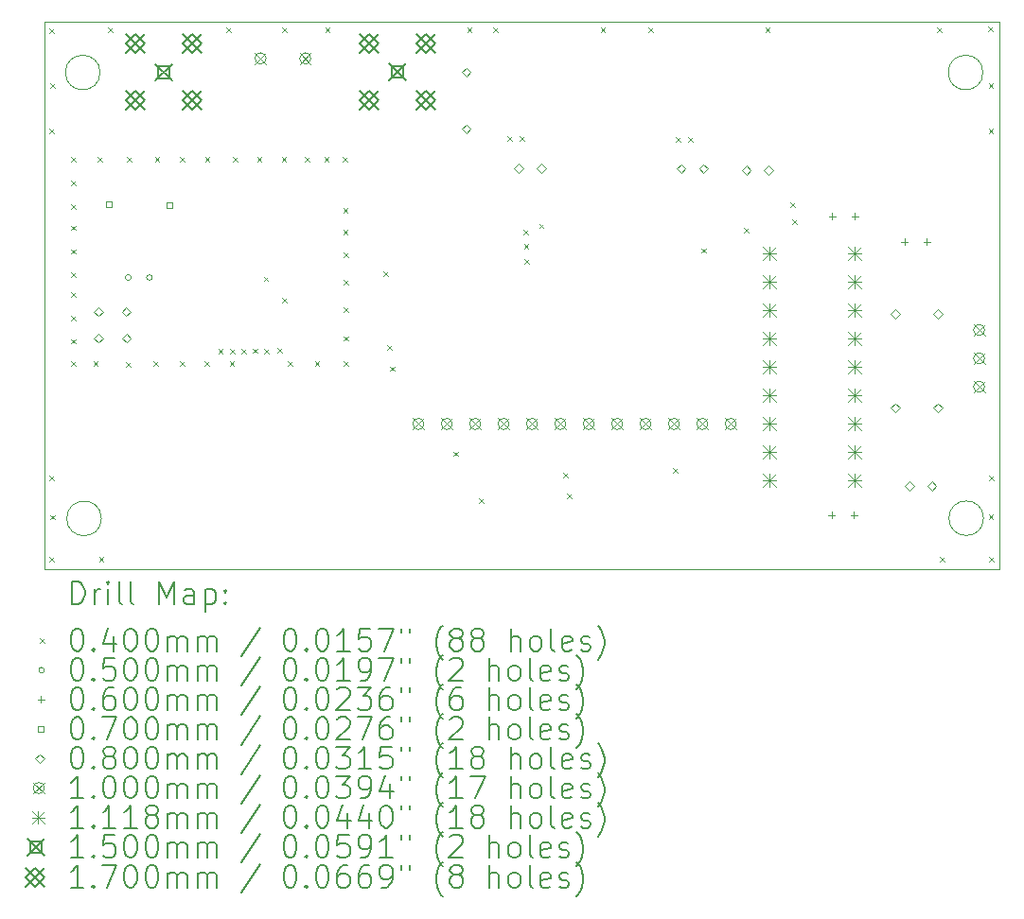
<source format=gbr>
%TF.GenerationSoftware,KiCad,Pcbnew,7.0.1*%
%TF.CreationDate,2024-01-20T16:33:46+00:00*%
%TF.ProjectId,SI4735,53493437-3335-42e6-9b69-6361645f7063,rev?*%
%TF.SameCoordinates,Original*%
%TF.FileFunction,Drillmap*%
%TF.FilePolarity,Positive*%
%FSLAX45Y45*%
G04 Gerber Fmt 4.5, Leading zero omitted, Abs format (unit mm)*
G04 Created by KiCad (PCBNEW 7.0.1) date 2024-01-20 16:33:46*
%MOMM*%
%LPD*%
G01*
G04 APERTURE LIST*
%ADD10C,0.100000*%
%ADD11C,0.050000*%
%ADD12C,0.200000*%
%ADD13C,0.040000*%
%ADD14C,0.060000*%
%ADD15C,0.070000*%
%ADD16C,0.080000*%
%ADD17C,0.111760*%
%ADD18C,0.150000*%
%ADD19C,0.170000*%
G04 APERTURE END LIST*
D10*
X3555840Y-2268000D02*
G75*
G03*
X3555840Y-2268000I-154840J0D01*
G01*
D11*
X3060000Y-1815000D02*
X11602000Y-1815000D01*
X11602000Y-6713000D01*
X3060000Y-6713000D01*
X3060000Y-1815000D01*
D10*
X11459840Y-6259000D02*
G75*
G03*
X11459840Y-6259000I-154840J0D01*
G01*
X11453840Y-2268000D02*
G75*
G03*
X11453840Y-2268000I-154840J0D01*
G01*
X3567840Y-6261000D02*
G75*
G03*
X3567840Y-6261000I-154840J0D01*
G01*
D12*
D13*
X3103000Y-1873000D02*
X3143000Y-1913000D01*
X3143000Y-1873000D02*
X3103000Y-1913000D01*
X3103000Y-6609000D02*
X3143000Y-6649000D01*
X3143000Y-6609000D02*
X3103000Y-6649000D01*
X3104000Y-2770000D02*
X3144000Y-2810000D01*
X3144000Y-2770000D02*
X3104000Y-2810000D01*
X3104000Y-5877000D02*
X3144000Y-5917000D01*
X3144000Y-5877000D02*
X3104000Y-5917000D01*
X3109000Y-2366000D02*
X3149000Y-2406000D01*
X3149000Y-2366000D02*
X3109000Y-2406000D01*
X3109000Y-6230000D02*
X3149000Y-6270000D01*
X3149000Y-6230000D02*
X3109000Y-6270000D01*
X3299000Y-3026000D02*
X3339000Y-3066000D01*
X3339000Y-3026000D02*
X3299000Y-3066000D01*
X3299000Y-3239000D02*
X3339000Y-3279000D01*
X3339000Y-3239000D02*
X3299000Y-3279000D01*
X3299000Y-3447000D02*
X3339000Y-3487000D01*
X3339000Y-3447000D02*
X3299000Y-3487000D01*
X3299000Y-4852000D02*
X3339000Y-4892000D01*
X3339000Y-4852000D02*
X3299000Y-4892000D01*
X3300000Y-3638000D02*
X3340000Y-3678000D01*
X3340000Y-3638000D02*
X3300000Y-3678000D01*
X3300000Y-3851000D02*
X3340000Y-3891000D01*
X3340000Y-3851000D02*
X3300000Y-3891000D01*
X3300000Y-4059000D02*
X3340000Y-4099000D01*
X3340000Y-4059000D02*
X3300000Y-4099000D01*
X3300000Y-4235000D02*
X3340000Y-4275000D01*
X3340000Y-4235000D02*
X3300000Y-4275000D01*
X3300000Y-4448000D02*
X3340000Y-4488000D01*
X3340000Y-4448000D02*
X3300000Y-4488000D01*
X3300000Y-4656000D02*
X3340000Y-4696000D01*
X3340000Y-4656000D02*
X3300000Y-4696000D01*
X3496000Y-4855000D02*
X3536000Y-4895000D01*
X3536000Y-4855000D02*
X3496000Y-4895000D01*
X3533000Y-3026000D02*
X3573000Y-3066000D01*
X3573000Y-3026000D02*
X3533000Y-3066000D01*
X3546000Y-6608000D02*
X3586000Y-6648000D01*
X3586000Y-6608000D02*
X3546000Y-6648000D01*
X3625000Y-1865000D02*
X3665000Y-1905000D01*
X3665000Y-1865000D02*
X3625000Y-1905000D01*
X3789000Y-4861000D02*
X3829000Y-4901000D01*
X3829000Y-4861000D02*
X3789000Y-4901000D01*
X3799000Y-3026000D02*
X3839000Y-3066000D01*
X3839000Y-3026000D02*
X3799000Y-3066000D01*
X4031000Y-4857000D02*
X4071000Y-4897000D01*
X4071000Y-4857000D02*
X4031000Y-4897000D01*
X4047000Y-3025000D02*
X4087000Y-3065000D01*
X4087000Y-3025000D02*
X4047000Y-3065000D01*
X4270000Y-4856000D02*
X4310000Y-4896000D01*
X4310000Y-4856000D02*
X4270000Y-4896000D01*
X4271000Y-3025000D02*
X4311000Y-3065000D01*
X4311000Y-3025000D02*
X4271000Y-3065000D01*
X4492000Y-4854000D02*
X4532000Y-4894000D01*
X4532000Y-4854000D02*
X4492000Y-4894000D01*
X4495000Y-3027000D02*
X4535000Y-3067000D01*
X4535000Y-3027000D02*
X4495000Y-3067000D01*
X4614000Y-4742000D02*
X4654000Y-4782000D01*
X4654000Y-4742000D02*
X4614000Y-4782000D01*
X4685000Y-1864000D02*
X4725000Y-1904000D01*
X4725000Y-1864000D02*
X4685000Y-1904000D01*
X4716000Y-4854000D02*
X4756000Y-4894000D01*
X4756000Y-4854000D02*
X4716000Y-4894000D01*
X4721000Y-4745500D02*
X4761000Y-4785500D01*
X4761000Y-4745500D02*
X4721000Y-4785500D01*
X4745000Y-3027000D02*
X4785000Y-3067000D01*
X4785000Y-3027000D02*
X4745000Y-3067000D01*
X4821000Y-4741500D02*
X4861000Y-4781500D01*
X4861000Y-4741500D02*
X4821000Y-4781500D01*
X4921000Y-4740500D02*
X4961000Y-4780500D01*
X4961000Y-4740500D02*
X4921000Y-4780500D01*
X4961000Y-3026000D02*
X5001000Y-3066000D01*
X5001000Y-3026000D02*
X4961000Y-3066000D01*
X5019000Y-4095730D02*
X5059000Y-4135730D01*
X5059000Y-4095730D02*
X5019000Y-4135730D01*
X5022000Y-4741500D02*
X5062000Y-4781500D01*
X5062000Y-4741500D02*
X5022000Y-4781500D01*
X5144000Y-4737500D02*
X5184000Y-4777500D01*
X5184000Y-4737500D02*
X5144000Y-4777500D01*
X5181000Y-3027000D02*
X5221000Y-3067000D01*
X5221000Y-3027000D02*
X5181000Y-3067000D01*
X5182000Y-1864000D02*
X5222000Y-1904000D01*
X5222000Y-1864000D02*
X5182000Y-1904000D01*
X5185000Y-4286500D02*
X5225000Y-4326500D01*
X5225000Y-4286500D02*
X5185000Y-4326500D01*
X5238000Y-4854000D02*
X5278000Y-4894000D01*
X5278000Y-4854000D02*
X5238000Y-4894000D01*
X5391000Y-3024000D02*
X5431000Y-3064000D01*
X5431000Y-3024000D02*
X5391000Y-3064000D01*
X5478000Y-4855000D02*
X5518000Y-4895000D01*
X5518000Y-4855000D02*
X5478000Y-4895000D01*
X5561000Y-3026000D02*
X5601000Y-3066000D01*
X5601000Y-3026000D02*
X5561000Y-3066000D01*
X5570000Y-1864000D02*
X5610000Y-1904000D01*
X5610000Y-1864000D02*
X5570000Y-1904000D01*
X5728000Y-3027000D02*
X5768000Y-3067000D01*
X5768000Y-3027000D02*
X5728000Y-3067000D01*
X5731000Y-3679000D02*
X5771000Y-3719000D01*
X5771000Y-3679000D02*
X5731000Y-3719000D01*
X5732000Y-3480000D02*
X5772000Y-3520000D01*
X5772000Y-3480000D02*
X5732000Y-3520000D01*
X5735000Y-3882000D02*
X5775000Y-3922000D01*
X5775000Y-3882000D02*
X5735000Y-3922000D01*
X5735000Y-4123000D02*
X5775000Y-4163000D01*
X5775000Y-4123000D02*
X5735000Y-4163000D01*
X5735000Y-4374000D02*
X5775000Y-4414000D01*
X5775000Y-4374000D02*
X5735000Y-4414000D01*
X5735000Y-4630000D02*
X5775000Y-4670000D01*
X5775000Y-4630000D02*
X5735000Y-4670000D01*
X5735000Y-4854000D02*
X5775000Y-4894000D01*
X5775000Y-4854000D02*
X5735000Y-4894000D01*
X6091000Y-4048000D02*
X6131000Y-4088000D01*
X6131000Y-4048000D02*
X6091000Y-4088000D01*
X6127000Y-4711000D02*
X6167000Y-4751000D01*
X6167000Y-4711000D02*
X6127000Y-4751000D01*
X6153000Y-4901000D02*
X6193000Y-4941000D01*
X6193000Y-4901000D02*
X6153000Y-4941000D01*
X6720000Y-5663000D02*
X6760000Y-5703000D01*
X6760000Y-5663000D02*
X6720000Y-5703000D01*
X6841000Y-1866000D02*
X6881000Y-1906000D01*
X6881000Y-1866000D02*
X6841000Y-1906000D01*
X6948000Y-6081000D02*
X6988000Y-6121000D01*
X6988000Y-6081000D02*
X6948000Y-6121000D01*
X7073000Y-1865000D02*
X7113000Y-1905000D01*
X7113000Y-1865000D02*
X7073000Y-1905000D01*
X7200000Y-2838000D02*
X7240000Y-2878000D01*
X7240000Y-2838000D02*
X7200000Y-2878000D01*
X7309000Y-2838000D02*
X7349000Y-2878000D01*
X7349000Y-2838000D02*
X7309000Y-2878000D01*
X7346000Y-3679000D02*
X7386000Y-3719000D01*
X7386000Y-3679000D02*
X7346000Y-3719000D01*
X7349000Y-3805000D02*
X7389000Y-3845000D01*
X7389000Y-3805000D02*
X7349000Y-3845000D01*
X7352000Y-3939000D02*
X7392000Y-3979000D01*
X7392000Y-3939000D02*
X7352000Y-3979000D01*
X7483000Y-3622875D02*
X7523000Y-3662875D01*
X7523000Y-3622875D02*
X7483000Y-3662875D01*
X7701945Y-5851375D02*
X7741945Y-5891375D01*
X7741945Y-5851375D02*
X7701945Y-5891375D01*
X7734000Y-6037000D02*
X7774000Y-6077000D01*
X7774000Y-6037000D02*
X7734000Y-6077000D01*
X8034000Y-1867000D02*
X8074000Y-1907000D01*
X8074000Y-1867000D02*
X8034000Y-1907000D01*
X8460000Y-1866000D02*
X8500000Y-1906000D01*
X8500000Y-1866000D02*
X8460000Y-1906000D01*
X8680125Y-5812500D02*
X8720125Y-5852500D01*
X8720125Y-5812500D02*
X8680125Y-5852500D01*
X8706520Y-2848989D02*
X8746520Y-2888989D01*
X8746520Y-2848989D02*
X8706520Y-2888989D01*
X8816520Y-2847989D02*
X8856520Y-2887989D01*
X8856520Y-2847989D02*
X8816520Y-2887989D01*
X8935945Y-3842745D02*
X8975945Y-3882745D01*
X8975945Y-3842745D02*
X8935945Y-3882745D01*
X9317520Y-3663000D02*
X9357520Y-3703000D01*
X9357520Y-3663000D02*
X9317520Y-3703000D01*
X9507000Y-1866000D02*
X9547000Y-1906000D01*
X9547000Y-1866000D02*
X9507000Y-1906000D01*
X9733600Y-3434400D02*
X9773600Y-3474400D01*
X9773600Y-3434400D02*
X9733600Y-3474400D01*
X9748000Y-3586800D02*
X9788000Y-3626800D01*
X9788000Y-3586800D02*
X9748000Y-3626800D01*
X11044000Y-1865000D02*
X11084000Y-1905000D01*
X11084000Y-1865000D02*
X11044000Y-1905000D01*
X11067000Y-6606000D02*
X11107000Y-6646000D01*
X11107000Y-6606000D02*
X11067000Y-6646000D01*
X11504000Y-1856000D02*
X11544000Y-1896000D01*
X11544000Y-1856000D02*
X11504000Y-1896000D01*
X11505000Y-2771000D02*
X11545000Y-2811000D01*
X11545000Y-2771000D02*
X11505000Y-2811000D01*
X11506000Y-2367000D02*
X11546000Y-2407000D01*
X11546000Y-2367000D02*
X11506000Y-2407000D01*
X11506000Y-6228000D02*
X11546000Y-6268000D01*
X11546000Y-6228000D02*
X11506000Y-6268000D01*
X11508000Y-5878000D02*
X11548000Y-5918000D01*
X11548000Y-5878000D02*
X11508000Y-5918000D01*
X11508000Y-6607000D02*
X11548000Y-6647000D01*
X11548000Y-6607000D02*
X11508000Y-6647000D01*
D11*
X3833000Y-4104000D02*
G75*
G03*
X3833000Y-4104000I-25000J0D01*
G01*
X4023000Y-4104000D02*
G75*
G03*
X4023000Y-4104000I-25000J0D01*
G01*
D14*
X10100000Y-6201000D02*
X10100000Y-6261000D01*
X10070000Y-6231000D02*
X10130000Y-6231000D01*
X10106740Y-3525000D02*
X10106740Y-3585000D01*
X10076740Y-3555000D02*
X10136740Y-3555000D01*
X10300000Y-6201000D02*
X10300000Y-6261000D01*
X10270000Y-6231000D02*
X10330000Y-6231000D01*
X10306740Y-3525000D02*
X10306740Y-3585000D01*
X10276740Y-3555000D02*
X10336740Y-3555000D01*
X10751760Y-3755000D02*
X10751760Y-3815000D01*
X10721760Y-3785000D02*
X10781760Y-3785000D01*
X10951760Y-3755000D02*
X10951760Y-3815000D01*
X10921760Y-3785000D02*
X10981760Y-3785000D01*
D15*
X3657749Y-3469749D02*
X3657749Y-3420251D01*
X3608251Y-3420251D01*
X3608251Y-3469749D01*
X3657749Y-3469749D01*
X4200249Y-3478749D02*
X4200249Y-3429251D01*
X4150751Y-3429251D01*
X4150751Y-3478749D01*
X4200249Y-3478749D01*
D16*
X3540000Y-4450000D02*
X3580000Y-4410000D01*
X3540000Y-4370000D01*
X3500000Y-4410000D01*
X3540000Y-4450000D01*
X3543000Y-4687000D02*
X3583000Y-4647000D01*
X3543000Y-4607000D01*
X3503000Y-4647000D01*
X3543000Y-4687000D01*
X3790000Y-4450000D02*
X3830000Y-4410000D01*
X3790000Y-4370000D01*
X3750000Y-4410000D01*
X3790000Y-4450000D01*
X3793000Y-4687000D02*
X3833000Y-4647000D01*
X3793000Y-4607000D01*
X3753000Y-4647000D01*
X3793000Y-4687000D01*
X6832000Y-2305000D02*
X6872000Y-2265000D01*
X6832000Y-2225000D01*
X6792000Y-2265000D01*
X6832000Y-2305000D01*
X6832000Y-2813000D02*
X6872000Y-2773000D01*
X6832000Y-2733000D01*
X6792000Y-2773000D01*
X6832000Y-2813000D01*
X7302000Y-3165000D02*
X7342000Y-3125000D01*
X7302000Y-3085000D01*
X7262000Y-3125000D01*
X7302000Y-3165000D01*
X7502000Y-3165000D02*
X7542000Y-3125000D01*
X7502000Y-3085000D01*
X7462000Y-3125000D01*
X7502000Y-3165000D01*
X8754000Y-3168000D02*
X8794000Y-3128000D01*
X8754000Y-3088000D01*
X8714000Y-3128000D01*
X8754000Y-3168000D01*
X8954000Y-3168000D02*
X8994000Y-3128000D01*
X8954000Y-3088000D01*
X8914000Y-3128000D01*
X8954000Y-3168000D01*
X9337520Y-3180989D02*
X9377520Y-3140989D01*
X9337520Y-3100989D01*
X9297520Y-3140989D01*
X9337520Y-3180989D01*
X9537520Y-3180989D02*
X9577520Y-3140989D01*
X9537520Y-3100989D01*
X9497520Y-3140989D01*
X9537520Y-3180989D01*
X10671000Y-4471000D02*
X10711000Y-4431000D01*
X10671000Y-4391000D01*
X10631000Y-4431000D01*
X10671000Y-4471000D01*
X10671000Y-5311000D02*
X10711000Y-5271000D01*
X10671000Y-5231000D01*
X10631000Y-5271000D01*
X10671000Y-5311000D01*
X10798200Y-6009000D02*
X10838200Y-5969000D01*
X10798200Y-5929000D01*
X10758200Y-5969000D01*
X10798200Y-6009000D01*
X10998200Y-6009000D02*
X11038200Y-5969000D01*
X10998200Y-5929000D01*
X10958200Y-5969000D01*
X10998200Y-6009000D01*
X11051000Y-4471000D02*
X11091000Y-4431000D01*
X11051000Y-4391000D01*
X11011000Y-4431000D01*
X11051000Y-4471000D01*
X11051000Y-5311000D02*
X11091000Y-5271000D01*
X11051000Y-5231000D01*
X11011000Y-5271000D01*
X11051000Y-5311000D01*
D10*
X4942000Y-2092000D02*
X5042000Y-2192000D01*
X5042000Y-2092000D02*
X4942000Y-2192000D01*
X5042000Y-2142000D02*
G75*
G03*
X5042000Y-2142000I-50000J0D01*
G01*
X5342000Y-2092000D02*
X5442000Y-2192000D01*
X5442000Y-2092000D02*
X5342000Y-2192000D01*
X5442000Y-2142000D02*
G75*
G03*
X5442000Y-2142000I-50000J0D01*
G01*
X6354000Y-5365000D02*
X6454000Y-5465000D01*
X6454000Y-5365000D02*
X6354000Y-5465000D01*
X6454000Y-5415000D02*
G75*
G03*
X6454000Y-5415000I-50000J0D01*
G01*
X6608000Y-5365000D02*
X6708000Y-5465000D01*
X6708000Y-5365000D02*
X6608000Y-5465000D01*
X6708000Y-5415000D02*
G75*
G03*
X6708000Y-5415000I-50000J0D01*
G01*
X6862000Y-5365000D02*
X6962000Y-5465000D01*
X6962000Y-5365000D02*
X6862000Y-5465000D01*
X6962000Y-5415000D02*
G75*
G03*
X6962000Y-5415000I-50000J0D01*
G01*
X7116000Y-5365000D02*
X7216000Y-5465000D01*
X7216000Y-5365000D02*
X7116000Y-5465000D01*
X7216000Y-5415000D02*
G75*
G03*
X7216000Y-5415000I-50000J0D01*
G01*
X7370000Y-5365000D02*
X7470000Y-5465000D01*
X7470000Y-5365000D02*
X7370000Y-5465000D01*
X7470000Y-5415000D02*
G75*
G03*
X7470000Y-5415000I-50000J0D01*
G01*
X7624000Y-5365000D02*
X7724000Y-5465000D01*
X7724000Y-5365000D02*
X7624000Y-5465000D01*
X7724000Y-5415000D02*
G75*
G03*
X7724000Y-5415000I-50000J0D01*
G01*
X7878000Y-5365000D02*
X7978000Y-5465000D01*
X7978000Y-5365000D02*
X7878000Y-5465000D01*
X7978000Y-5415000D02*
G75*
G03*
X7978000Y-5415000I-50000J0D01*
G01*
X8132000Y-5365000D02*
X8232000Y-5465000D01*
X8232000Y-5365000D02*
X8132000Y-5465000D01*
X8232000Y-5415000D02*
G75*
G03*
X8232000Y-5415000I-50000J0D01*
G01*
X8386000Y-5365000D02*
X8486000Y-5465000D01*
X8486000Y-5365000D02*
X8386000Y-5465000D01*
X8486000Y-5415000D02*
G75*
G03*
X8486000Y-5415000I-50000J0D01*
G01*
X8640000Y-5365000D02*
X8740000Y-5465000D01*
X8740000Y-5365000D02*
X8640000Y-5465000D01*
X8740000Y-5415000D02*
G75*
G03*
X8740000Y-5415000I-50000J0D01*
G01*
X8894000Y-5365000D02*
X8994000Y-5465000D01*
X8994000Y-5365000D02*
X8894000Y-5465000D01*
X8994000Y-5415000D02*
G75*
G03*
X8994000Y-5415000I-50000J0D01*
G01*
X9148000Y-5365000D02*
X9248000Y-5465000D01*
X9248000Y-5365000D02*
X9148000Y-5465000D01*
X9248000Y-5415000D02*
G75*
G03*
X9248000Y-5415000I-50000J0D01*
G01*
X11371000Y-4524000D02*
X11471000Y-4624000D01*
X11471000Y-4524000D02*
X11371000Y-4624000D01*
X11471000Y-4574000D02*
G75*
G03*
X11471000Y-4574000I-50000J0D01*
G01*
X11371000Y-4778000D02*
X11471000Y-4878000D01*
X11471000Y-4778000D02*
X11371000Y-4878000D01*
X11471000Y-4828000D02*
G75*
G03*
X11471000Y-4828000I-50000J0D01*
G01*
X11371000Y-5032000D02*
X11471000Y-5132000D01*
X11471000Y-5032000D02*
X11371000Y-5132000D01*
X11471000Y-5082000D02*
G75*
G03*
X11471000Y-5082000I-50000J0D01*
G01*
D17*
X9488120Y-3832120D02*
X9599880Y-3943880D01*
X9599880Y-3832120D02*
X9488120Y-3943880D01*
X9544000Y-3832120D02*
X9544000Y-3943880D01*
X9488120Y-3888000D02*
X9599880Y-3888000D01*
X9488120Y-4086120D02*
X9599880Y-4197880D01*
X9599880Y-4086120D02*
X9488120Y-4197880D01*
X9544000Y-4086120D02*
X9544000Y-4197880D01*
X9488120Y-4142000D02*
X9599880Y-4142000D01*
X9488120Y-4340120D02*
X9599880Y-4451880D01*
X9599880Y-4340120D02*
X9488120Y-4451880D01*
X9544000Y-4340120D02*
X9544000Y-4451880D01*
X9488120Y-4396000D02*
X9599880Y-4396000D01*
X9488120Y-4594120D02*
X9599880Y-4705880D01*
X9599880Y-4594120D02*
X9488120Y-4705880D01*
X9544000Y-4594120D02*
X9544000Y-4705880D01*
X9488120Y-4650000D02*
X9599880Y-4650000D01*
X9488120Y-4848120D02*
X9599880Y-4959880D01*
X9599880Y-4848120D02*
X9488120Y-4959880D01*
X9544000Y-4848120D02*
X9544000Y-4959880D01*
X9488120Y-4904000D02*
X9599880Y-4904000D01*
X9488120Y-5102120D02*
X9599880Y-5213880D01*
X9599880Y-5102120D02*
X9488120Y-5213880D01*
X9544000Y-5102120D02*
X9544000Y-5213880D01*
X9488120Y-5158000D02*
X9599880Y-5158000D01*
X9488120Y-5356120D02*
X9599880Y-5467880D01*
X9599880Y-5356120D02*
X9488120Y-5467880D01*
X9544000Y-5356120D02*
X9544000Y-5467880D01*
X9488120Y-5412000D02*
X9599880Y-5412000D01*
X9488120Y-5610120D02*
X9599880Y-5721880D01*
X9599880Y-5610120D02*
X9488120Y-5721880D01*
X9544000Y-5610120D02*
X9544000Y-5721880D01*
X9488120Y-5666000D02*
X9599880Y-5666000D01*
X9488120Y-5864120D02*
X9599880Y-5975880D01*
X9599880Y-5864120D02*
X9488120Y-5975880D01*
X9544000Y-5864120D02*
X9544000Y-5975880D01*
X9488120Y-5920000D02*
X9599880Y-5920000D01*
X10250120Y-3832120D02*
X10361880Y-3943880D01*
X10361880Y-3832120D02*
X10250120Y-3943880D01*
X10306000Y-3832120D02*
X10306000Y-3943880D01*
X10250120Y-3888000D02*
X10361880Y-3888000D01*
X10250120Y-4086120D02*
X10361880Y-4197880D01*
X10361880Y-4086120D02*
X10250120Y-4197880D01*
X10306000Y-4086120D02*
X10306000Y-4197880D01*
X10250120Y-4142000D02*
X10361880Y-4142000D01*
X10250120Y-4340120D02*
X10361880Y-4451880D01*
X10361880Y-4340120D02*
X10250120Y-4451880D01*
X10306000Y-4340120D02*
X10306000Y-4451880D01*
X10250120Y-4396000D02*
X10361880Y-4396000D01*
X10250120Y-4594120D02*
X10361880Y-4705880D01*
X10361880Y-4594120D02*
X10250120Y-4705880D01*
X10306000Y-4594120D02*
X10306000Y-4705880D01*
X10250120Y-4650000D02*
X10361880Y-4650000D01*
X10250120Y-4848120D02*
X10361880Y-4959880D01*
X10361880Y-4848120D02*
X10250120Y-4959880D01*
X10306000Y-4848120D02*
X10306000Y-4959880D01*
X10250120Y-4904000D02*
X10361880Y-4904000D01*
X10250120Y-5102120D02*
X10361880Y-5213880D01*
X10361880Y-5102120D02*
X10250120Y-5213880D01*
X10306000Y-5102120D02*
X10306000Y-5213880D01*
X10250120Y-5158000D02*
X10361880Y-5158000D01*
X10250120Y-5356120D02*
X10361880Y-5467880D01*
X10361880Y-5356120D02*
X10250120Y-5467880D01*
X10306000Y-5356120D02*
X10306000Y-5467880D01*
X10250120Y-5412000D02*
X10361880Y-5412000D01*
X10250120Y-5610120D02*
X10361880Y-5721880D01*
X10361880Y-5610120D02*
X10250120Y-5721880D01*
X10306000Y-5610120D02*
X10306000Y-5721880D01*
X10250120Y-5666000D02*
X10361880Y-5666000D01*
X10250120Y-5864120D02*
X10361880Y-5975880D01*
X10361880Y-5864120D02*
X10250120Y-5975880D01*
X10306000Y-5864120D02*
X10306000Y-5975880D01*
X10250120Y-5920000D02*
X10361880Y-5920000D01*
D18*
X4048574Y-2190210D02*
X4198574Y-2340210D01*
X4198574Y-2190210D02*
X4048574Y-2340210D01*
X4176607Y-2318244D02*
X4176607Y-2212177D01*
X4070540Y-2212177D01*
X4070540Y-2318244D01*
X4176607Y-2318244D01*
X6142574Y-2187210D02*
X6292574Y-2337210D01*
X6292574Y-2187210D02*
X6142574Y-2337210D01*
X6270607Y-2315244D02*
X6270607Y-2209177D01*
X6164540Y-2209177D01*
X6164540Y-2315244D01*
X6270607Y-2315244D01*
D19*
X3784574Y-1926210D02*
X3954574Y-2096210D01*
X3954574Y-1926210D02*
X3784574Y-2096210D01*
X3869574Y-2096210D02*
X3954574Y-2011210D01*
X3869574Y-1926210D01*
X3784574Y-2011210D01*
X3869574Y-2096210D01*
X3784574Y-2434210D02*
X3954574Y-2604210D01*
X3954574Y-2434210D02*
X3784574Y-2604210D01*
X3869574Y-2604210D02*
X3954574Y-2519210D01*
X3869574Y-2434210D01*
X3784574Y-2519210D01*
X3869574Y-2604210D01*
X4292574Y-1926210D02*
X4462574Y-2096210D01*
X4462574Y-1926210D02*
X4292574Y-2096210D01*
X4377574Y-2096210D02*
X4462574Y-2011210D01*
X4377574Y-1926210D01*
X4292574Y-2011210D01*
X4377574Y-2096210D01*
X4292574Y-2434210D02*
X4462574Y-2604210D01*
X4462574Y-2434210D02*
X4292574Y-2604210D01*
X4377574Y-2604210D02*
X4462574Y-2519210D01*
X4377574Y-2434210D01*
X4292574Y-2519210D01*
X4377574Y-2604210D01*
X5878574Y-1923210D02*
X6048574Y-2093210D01*
X6048574Y-1923210D02*
X5878574Y-2093210D01*
X5963574Y-2093210D02*
X6048574Y-2008210D01*
X5963574Y-1923210D01*
X5878574Y-2008210D01*
X5963574Y-2093210D01*
X5878574Y-2431210D02*
X6048574Y-2601210D01*
X6048574Y-2431210D02*
X5878574Y-2601210D01*
X5963574Y-2601210D02*
X6048574Y-2516210D01*
X5963574Y-2431210D01*
X5878574Y-2516210D01*
X5963574Y-2601210D01*
X6386574Y-1923210D02*
X6556574Y-2093210D01*
X6556574Y-1923210D02*
X6386574Y-2093210D01*
X6471574Y-2093210D02*
X6556574Y-2008210D01*
X6471574Y-1923210D01*
X6386574Y-2008210D01*
X6471574Y-2093210D01*
X6386574Y-2431210D02*
X6556574Y-2601210D01*
X6556574Y-2431210D02*
X6386574Y-2601210D01*
X6471574Y-2601210D02*
X6556574Y-2516210D01*
X6471574Y-2431210D01*
X6386574Y-2516210D01*
X6471574Y-2601210D01*
D12*
X3305119Y-7028024D02*
X3305119Y-6828024D01*
X3305119Y-6828024D02*
X3352738Y-6828024D01*
X3352738Y-6828024D02*
X3381309Y-6837548D01*
X3381309Y-6837548D02*
X3400357Y-6856595D01*
X3400357Y-6856595D02*
X3409881Y-6875643D01*
X3409881Y-6875643D02*
X3419405Y-6913738D01*
X3419405Y-6913738D02*
X3419405Y-6942309D01*
X3419405Y-6942309D02*
X3409881Y-6980405D01*
X3409881Y-6980405D02*
X3400357Y-6999452D01*
X3400357Y-6999452D02*
X3381309Y-7018500D01*
X3381309Y-7018500D02*
X3352738Y-7028024D01*
X3352738Y-7028024D02*
X3305119Y-7028024D01*
X3505119Y-7028024D02*
X3505119Y-6894690D01*
X3505119Y-6932786D02*
X3514643Y-6913738D01*
X3514643Y-6913738D02*
X3524167Y-6904214D01*
X3524167Y-6904214D02*
X3543214Y-6894690D01*
X3543214Y-6894690D02*
X3562262Y-6894690D01*
X3628928Y-7028024D02*
X3628928Y-6894690D01*
X3628928Y-6828024D02*
X3619405Y-6837548D01*
X3619405Y-6837548D02*
X3628928Y-6847071D01*
X3628928Y-6847071D02*
X3638452Y-6837548D01*
X3638452Y-6837548D02*
X3628928Y-6828024D01*
X3628928Y-6828024D02*
X3628928Y-6847071D01*
X3752738Y-7028024D02*
X3733690Y-7018500D01*
X3733690Y-7018500D02*
X3724167Y-6999452D01*
X3724167Y-6999452D02*
X3724167Y-6828024D01*
X3857500Y-7028024D02*
X3838452Y-7018500D01*
X3838452Y-7018500D02*
X3828928Y-6999452D01*
X3828928Y-6999452D02*
X3828928Y-6828024D01*
X4086071Y-7028024D02*
X4086071Y-6828024D01*
X4086071Y-6828024D02*
X4152738Y-6970881D01*
X4152738Y-6970881D02*
X4219405Y-6828024D01*
X4219405Y-6828024D02*
X4219405Y-7028024D01*
X4400357Y-7028024D02*
X4400357Y-6923262D01*
X4400357Y-6923262D02*
X4390833Y-6904214D01*
X4390833Y-6904214D02*
X4371786Y-6894690D01*
X4371786Y-6894690D02*
X4333690Y-6894690D01*
X4333690Y-6894690D02*
X4314643Y-6904214D01*
X4400357Y-7018500D02*
X4381310Y-7028024D01*
X4381310Y-7028024D02*
X4333690Y-7028024D01*
X4333690Y-7028024D02*
X4314643Y-7018500D01*
X4314643Y-7018500D02*
X4305119Y-6999452D01*
X4305119Y-6999452D02*
X4305119Y-6980405D01*
X4305119Y-6980405D02*
X4314643Y-6961357D01*
X4314643Y-6961357D02*
X4333690Y-6951833D01*
X4333690Y-6951833D02*
X4381310Y-6951833D01*
X4381310Y-6951833D02*
X4400357Y-6942309D01*
X4495595Y-6894690D02*
X4495595Y-7094690D01*
X4495595Y-6904214D02*
X4514643Y-6894690D01*
X4514643Y-6894690D02*
X4552738Y-6894690D01*
X4552738Y-6894690D02*
X4571786Y-6904214D01*
X4571786Y-6904214D02*
X4581310Y-6913738D01*
X4581310Y-6913738D02*
X4590833Y-6932786D01*
X4590833Y-6932786D02*
X4590833Y-6989928D01*
X4590833Y-6989928D02*
X4581310Y-7008976D01*
X4581310Y-7008976D02*
X4571786Y-7018500D01*
X4571786Y-7018500D02*
X4552738Y-7028024D01*
X4552738Y-7028024D02*
X4514643Y-7028024D01*
X4514643Y-7028024D02*
X4495595Y-7018500D01*
X4676548Y-7008976D02*
X4686071Y-7018500D01*
X4686071Y-7018500D02*
X4676548Y-7028024D01*
X4676548Y-7028024D02*
X4667024Y-7018500D01*
X4667024Y-7018500D02*
X4676548Y-7008976D01*
X4676548Y-7008976D02*
X4676548Y-7028024D01*
X4676548Y-6904214D02*
X4686071Y-6913738D01*
X4686071Y-6913738D02*
X4676548Y-6923262D01*
X4676548Y-6923262D02*
X4667024Y-6913738D01*
X4667024Y-6913738D02*
X4676548Y-6904214D01*
X4676548Y-6904214D02*
X4676548Y-6923262D01*
D13*
X3017500Y-7335500D02*
X3057500Y-7375500D01*
X3057500Y-7335500D02*
X3017500Y-7375500D01*
D12*
X3343214Y-7248024D02*
X3362262Y-7248024D01*
X3362262Y-7248024D02*
X3381309Y-7257548D01*
X3381309Y-7257548D02*
X3390833Y-7267071D01*
X3390833Y-7267071D02*
X3400357Y-7286119D01*
X3400357Y-7286119D02*
X3409881Y-7324214D01*
X3409881Y-7324214D02*
X3409881Y-7371833D01*
X3409881Y-7371833D02*
X3400357Y-7409928D01*
X3400357Y-7409928D02*
X3390833Y-7428976D01*
X3390833Y-7428976D02*
X3381309Y-7438500D01*
X3381309Y-7438500D02*
X3362262Y-7448024D01*
X3362262Y-7448024D02*
X3343214Y-7448024D01*
X3343214Y-7448024D02*
X3324167Y-7438500D01*
X3324167Y-7438500D02*
X3314643Y-7428976D01*
X3314643Y-7428976D02*
X3305119Y-7409928D01*
X3305119Y-7409928D02*
X3295595Y-7371833D01*
X3295595Y-7371833D02*
X3295595Y-7324214D01*
X3295595Y-7324214D02*
X3305119Y-7286119D01*
X3305119Y-7286119D02*
X3314643Y-7267071D01*
X3314643Y-7267071D02*
X3324167Y-7257548D01*
X3324167Y-7257548D02*
X3343214Y-7248024D01*
X3495595Y-7428976D02*
X3505119Y-7438500D01*
X3505119Y-7438500D02*
X3495595Y-7448024D01*
X3495595Y-7448024D02*
X3486071Y-7438500D01*
X3486071Y-7438500D02*
X3495595Y-7428976D01*
X3495595Y-7428976D02*
X3495595Y-7448024D01*
X3676548Y-7314690D02*
X3676548Y-7448024D01*
X3628928Y-7238500D02*
X3581309Y-7381357D01*
X3581309Y-7381357D02*
X3705119Y-7381357D01*
X3819405Y-7248024D02*
X3838452Y-7248024D01*
X3838452Y-7248024D02*
X3857500Y-7257548D01*
X3857500Y-7257548D02*
X3867024Y-7267071D01*
X3867024Y-7267071D02*
X3876548Y-7286119D01*
X3876548Y-7286119D02*
X3886071Y-7324214D01*
X3886071Y-7324214D02*
X3886071Y-7371833D01*
X3886071Y-7371833D02*
X3876548Y-7409928D01*
X3876548Y-7409928D02*
X3867024Y-7428976D01*
X3867024Y-7428976D02*
X3857500Y-7438500D01*
X3857500Y-7438500D02*
X3838452Y-7448024D01*
X3838452Y-7448024D02*
X3819405Y-7448024D01*
X3819405Y-7448024D02*
X3800357Y-7438500D01*
X3800357Y-7438500D02*
X3790833Y-7428976D01*
X3790833Y-7428976D02*
X3781309Y-7409928D01*
X3781309Y-7409928D02*
X3771786Y-7371833D01*
X3771786Y-7371833D02*
X3771786Y-7324214D01*
X3771786Y-7324214D02*
X3781309Y-7286119D01*
X3781309Y-7286119D02*
X3790833Y-7267071D01*
X3790833Y-7267071D02*
X3800357Y-7257548D01*
X3800357Y-7257548D02*
X3819405Y-7248024D01*
X4009881Y-7248024D02*
X4028929Y-7248024D01*
X4028929Y-7248024D02*
X4047976Y-7257548D01*
X4047976Y-7257548D02*
X4057500Y-7267071D01*
X4057500Y-7267071D02*
X4067024Y-7286119D01*
X4067024Y-7286119D02*
X4076548Y-7324214D01*
X4076548Y-7324214D02*
X4076548Y-7371833D01*
X4076548Y-7371833D02*
X4067024Y-7409928D01*
X4067024Y-7409928D02*
X4057500Y-7428976D01*
X4057500Y-7428976D02*
X4047976Y-7438500D01*
X4047976Y-7438500D02*
X4028929Y-7448024D01*
X4028929Y-7448024D02*
X4009881Y-7448024D01*
X4009881Y-7448024D02*
X3990833Y-7438500D01*
X3990833Y-7438500D02*
X3981309Y-7428976D01*
X3981309Y-7428976D02*
X3971786Y-7409928D01*
X3971786Y-7409928D02*
X3962262Y-7371833D01*
X3962262Y-7371833D02*
X3962262Y-7324214D01*
X3962262Y-7324214D02*
X3971786Y-7286119D01*
X3971786Y-7286119D02*
X3981309Y-7267071D01*
X3981309Y-7267071D02*
X3990833Y-7257548D01*
X3990833Y-7257548D02*
X4009881Y-7248024D01*
X4162262Y-7448024D02*
X4162262Y-7314690D01*
X4162262Y-7333738D02*
X4171786Y-7324214D01*
X4171786Y-7324214D02*
X4190833Y-7314690D01*
X4190833Y-7314690D02*
X4219405Y-7314690D01*
X4219405Y-7314690D02*
X4238452Y-7324214D01*
X4238452Y-7324214D02*
X4247976Y-7343262D01*
X4247976Y-7343262D02*
X4247976Y-7448024D01*
X4247976Y-7343262D02*
X4257500Y-7324214D01*
X4257500Y-7324214D02*
X4276548Y-7314690D01*
X4276548Y-7314690D02*
X4305119Y-7314690D01*
X4305119Y-7314690D02*
X4324167Y-7324214D01*
X4324167Y-7324214D02*
X4333691Y-7343262D01*
X4333691Y-7343262D02*
X4333691Y-7448024D01*
X4428929Y-7448024D02*
X4428929Y-7314690D01*
X4428929Y-7333738D02*
X4438452Y-7324214D01*
X4438452Y-7324214D02*
X4457500Y-7314690D01*
X4457500Y-7314690D02*
X4486072Y-7314690D01*
X4486072Y-7314690D02*
X4505119Y-7324214D01*
X4505119Y-7324214D02*
X4514643Y-7343262D01*
X4514643Y-7343262D02*
X4514643Y-7448024D01*
X4514643Y-7343262D02*
X4524167Y-7324214D01*
X4524167Y-7324214D02*
X4543214Y-7314690D01*
X4543214Y-7314690D02*
X4571786Y-7314690D01*
X4571786Y-7314690D02*
X4590833Y-7324214D01*
X4590833Y-7324214D02*
X4600357Y-7343262D01*
X4600357Y-7343262D02*
X4600357Y-7448024D01*
X4990833Y-7238500D02*
X4819405Y-7495643D01*
X5247976Y-7248024D02*
X5267024Y-7248024D01*
X5267024Y-7248024D02*
X5286072Y-7257548D01*
X5286072Y-7257548D02*
X5295595Y-7267071D01*
X5295595Y-7267071D02*
X5305119Y-7286119D01*
X5305119Y-7286119D02*
X5314643Y-7324214D01*
X5314643Y-7324214D02*
X5314643Y-7371833D01*
X5314643Y-7371833D02*
X5305119Y-7409928D01*
X5305119Y-7409928D02*
X5295595Y-7428976D01*
X5295595Y-7428976D02*
X5286072Y-7438500D01*
X5286072Y-7438500D02*
X5267024Y-7448024D01*
X5267024Y-7448024D02*
X5247976Y-7448024D01*
X5247976Y-7448024D02*
X5228929Y-7438500D01*
X5228929Y-7438500D02*
X5219405Y-7428976D01*
X5219405Y-7428976D02*
X5209881Y-7409928D01*
X5209881Y-7409928D02*
X5200357Y-7371833D01*
X5200357Y-7371833D02*
X5200357Y-7324214D01*
X5200357Y-7324214D02*
X5209881Y-7286119D01*
X5209881Y-7286119D02*
X5219405Y-7267071D01*
X5219405Y-7267071D02*
X5228929Y-7257548D01*
X5228929Y-7257548D02*
X5247976Y-7248024D01*
X5400357Y-7428976D02*
X5409881Y-7438500D01*
X5409881Y-7438500D02*
X5400357Y-7448024D01*
X5400357Y-7448024D02*
X5390834Y-7438500D01*
X5390834Y-7438500D02*
X5400357Y-7428976D01*
X5400357Y-7428976D02*
X5400357Y-7448024D01*
X5533691Y-7248024D02*
X5552738Y-7248024D01*
X5552738Y-7248024D02*
X5571786Y-7257548D01*
X5571786Y-7257548D02*
X5581310Y-7267071D01*
X5581310Y-7267071D02*
X5590834Y-7286119D01*
X5590834Y-7286119D02*
X5600357Y-7324214D01*
X5600357Y-7324214D02*
X5600357Y-7371833D01*
X5600357Y-7371833D02*
X5590834Y-7409928D01*
X5590834Y-7409928D02*
X5581310Y-7428976D01*
X5581310Y-7428976D02*
X5571786Y-7438500D01*
X5571786Y-7438500D02*
X5552738Y-7448024D01*
X5552738Y-7448024D02*
X5533691Y-7448024D01*
X5533691Y-7448024D02*
X5514643Y-7438500D01*
X5514643Y-7438500D02*
X5505119Y-7428976D01*
X5505119Y-7428976D02*
X5495595Y-7409928D01*
X5495595Y-7409928D02*
X5486072Y-7371833D01*
X5486072Y-7371833D02*
X5486072Y-7324214D01*
X5486072Y-7324214D02*
X5495595Y-7286119D01*
X5495595Y-7286119D02*
X5505119Y-7267071D01*
X5505119Y-7267071D02*
X5514643Y-7257548D01*
X5514643Y-7257548D02*
X5533691Y-7248024D01*
X5790833Y-7448024D02*
X5676548Y-7448024D01*
X5733691Y-7448024D02*
X5733691Y-7248024D01*
X5733691Y-7248024D02*
X5714643Y-7276595D01*
X5714643Y-7276595D02*
X5695595Y-7295643D01*
X5695595Y-7295643D02*
X5676548Y-7305167D01*
X5971786Y-7248024D02*
X5876548Y-7248024D01*
X5876548Y-7248024D02*
X5867024Y-7343262D01*
X5867024Y-7343262D02*
X5876548Y-7333738D01*
X5876548Y-7333738D02*
X5895595Y-7324214D01*
X5895595Y-7324214D02*
X5943214Y-7324214D01*
X5943214Y-7324214D02*
X5962262Y-7333738D01*
X5962262Y-7333738D02*
X5971786Y-7343262D01*
X5971786Y-7343262D02*
X5981310Y-7362309D01*
X5981310Y-7362309D02*
X5981310Y-7409928D01*
X5981310Y-7409928D02*
X5971786Y-7428976D01*
X5971786Y-7428976D02*
X5962262Y-7438500D01*
X5962262Y-7438500D02*
X5943214Y-7448024D01*
X5943214Y-7448024D02*
X5895595Y-7448024D01*
X5895595Y-7448024D02*
X5876548Y-7438500D01*
X5876548Y-7438500D02*
X5867024Y-7428976D01*
X6047976Y-7248024D02*
X6181310Y-7248024D01*
X6181310Y-7248024D02*
X6095595Y-7448024D01*
X6247976Y-7248024D02*
X6247976Y-7286119D01*
X6324167Y-7248024D02*
X6324167Y-7286119D01*
X6619405Y-7524214D02*
X6609881Y-7514690D01*
X6609881Y-7514690D02*
X6590834Y-7486119D01*
X6590834Y-7486119D02*
X6581310Y-7467071D01*
X6581310Y-7467071D02*
X6571786Y-7438500D01*
X6571786Y-7438500D02*
X6562262Y-7390881D01*
X6562262Y-7390881D02*
X6562262Y-7352786D01*
X6562262Y-7352786D02*
X6571786Y-7305167D01*
X6571786Y-7305167D02*
X6581310Y-7276595D01*
X6581310Y-7276595D02*
X6590834Y-7257548D01*
X6590834Y-7257548D02*
X6609881Y-7228976D01*
X6609881Y-7228976D02*
X6619405Y-7219452D01*
X6724167Y-7333738D02*
X6705119Y-7324214D01*
X6705119Y-7324214D02*
X6695595Y-7314690D01*
X6695595Y-7314690D02*
X6686072Y-7295643D01*
X6686072Y-7295643D02*
X6686072Y-7286119D01*
X6686072Y-7286119D02*
X6695595Y-7267071D01*
X6695595Y-7267071D02*
X6705119Y-7257548D01*
X6705119Y-7257548D02*
X6724167Y-7248024D01*
X6724167Y-7248024D02*
X6762262Y-7248024D01*
X6762262Y-7248024D02*
X6781310Y-7257548D01*
X6781310Y-7257548D02*
X6790834Y-7267071D01*
X6790834Y-7267071D02*
X6800357Y-7286119D01*
X6800357Y-7286119D02*
X6800357Y-7295643D01*
X6800357Y-7295643D02*
X6790834Y-7314690D01*
X6790834Y-7314690D02*
X6781310Y-7324214D01*
X6781310Y-7324214D02*
X6762262Y-7333738D01*
X6762262Y-7333738D02*
X6724167Y-7333738D01*
X6724167Y-7333738D02*
X6705119Y-7343262D01*
X6705119Y-7343262D02*
X6695595Y-7352786D01*
X6695595Y-7352786D02*
X6686072Y-7371833D01*
X6686072Y-7371833D02*
X6686072Y-7409928D01*
X6686072Y-7409928D02*
X6695595Y-7428976D01*
X6695595Y-7428976D02*
X6705119Y-7438500D01*
X6705119Y-7438500D02*
X6724167Y-7448024D01*
X6724167Y-7448024D02*
X6762262Y-7448024D01*
X6762262Y-7448024D02*
X6781310Y-7438500D01*
X6781310Y-7438500D02*
X6790834Y-7428976D01*
X6790834Y-7428976D02*
X6800357Y-7409928D01*
X6800357Y-7409928D02*
X6800357Y-7371833D01*
X6800357Y-7371833D02*
X6790834Y-7352786D01*
X6790834Y-7352786D02*
X6781310Y-7343262D01*
X6781310Y-7343262D02*
X6762262Y-7333738D01*
X6914643Y-7333738D02*
X6895595Y-7324214D01*
X6895595Y-7324214D02*
X6886072Y-7314690D01*
X6886072Y-7314690D02*
X6876548Y-7295643D01*
X6876548Y-7295643D02*
X6876548Y-7286119D01*
X6876548Y-7286119D02*
X6886072Y-7267071D01*
X6886072Y-7267071D02*
X6895595Y-7257548D01*
X6895595Y-7257548D02*
X6914643Y-7248024D01*
X6914643Y-7248024D02*
X6952738Y-7248024D01*
X6952738Y-7248024D02*
X6971786Y-7257548D01*
X6971786Y-7257548D02*
X6981310Y-7267071D01*
X6981310Y-7267071D02*
X6990834Y-7286119D01*
X6990834Y-7286119D02*
X6990834Y-7295643D01*
X6990834Y-7295643D02*
X6981310Y-7314690D01*
X6981310Y-7314690D02*
X6971786Y-7324214D01*
X6971786Y-7324214D02*
X6952738Y-7333738D01*
X6952738Y-7333738D02*
X6914643Y-7333738D01*
X6914643Y-7333738D02*
X6895595Y-7343262D01*
X6895595Y-7343262D02*
X6886072Y-7352786D01*
X6886072Y-7352786D02*
X6876548Y-7371833D01*
X6876548Y-7371833D02*
X6876548Y-7409928D01*
X6876548Y-7409928D02*
X6886072Y-7428976D01*
X6886072Y-7428976D02*
X6895595Y-7438500D01*
X6895595Y-7438500D02*
X6914643Y-7448024D01*
X6914643Y-7448024D02*
X6952738Y-7448024D01*
X6952738Y-7448024D02*
X6971786Y-7438500D01*
X6971786Y-7438500D02*
X6981310Y-7428976D01*
X6981310Y-7428976D02*
X6990834Y-7409928D01*
X6990834Y-7409928D02*
X6990834Y-7371833D01*
X6990834Y-7371833D02*
X6981310Y-7352786D01*
X6981310Y-7352786D02*
X6971786Y-7343262D01*
X6971786Y-7343262D02*
X6952738Y-7333738D01*
X7228929Y-7448024D02*
X7228929Y-7248024D01*
X7314643Y-7448024D02*
X7314643Y-7343262D01*
X7314643Y-7343262D02*
X7305119Y-7324214D01*
X7305119Y-7324214D02*
X7286072Y-7314690D01*
X7286072Y-7314690D02*
X7257500Y-7314690D01*
X7257500Y-7314690D02*
X7238453Y-7324214D01*
X7238453Y-7324214D02*
X7228929Y-7333738D01*
X7438453Y-7448024D02*
X7419405Y-7438500D01*
X7419405Y-7438500D02*
X7409881Y-7428976D01*
X7409881Y-7428976D02*
X7400357Y-7409928D01*
X7400357Y-7409928D02*
X7400357Y-7352786D01*
X7400357Y-7352786D02*
X7409881Y-7333738D01*
X7409881Y-7333738D02*
X7419405Y-7324214D01*
X7419405Y-7324214D02*
X7438453Y-7314690D01*
X7438453Y-7314690D02*
X7467024Y-7314690D01*
X7467024Y-7314690D02*
X7486072Y-7324214D01*
X7486072Y-7324214D02*
X7495596Y-7333738D01*
X7495596Y-7333738D02*
X7505119Y-7352786D01*
X7505119Y-7352786D02*
X7505119Y-7409928D01*
X7505119Y-7409928D02*
X7495596Y-7428976D01*
X7495596Y-7428976D02*
X7486072Y-7438500D01*
X7486072Y-7438500D02*
X7467024Y-7448024D01*
X7467024Y-7448024D02*
X7438453Y-7448024D01*
X7619405Y-7448024D02*
X7600357Y-7438500D01*
X7600357Y-7438500D02*
X7590834Y-7419452D01*
X7590834Y-7419452D02*
X7590834Y-7248024D01*
X7771786Y-7438500D02*
X7752738Y-7448024D01*
X7752738Y-7448024D02*
X7714643Y-7448024D01*
X7714643Y-7448024D02*
X7695596Y-7438500D01*
X7695596Y-7438500D02*
X7686072Y-7419452D01*
X7686072Y-7419452D02*
X7686072Y-7343262D01*
X7686072Y-7343262D02*
X7695596Y-7324214D01*
X7695596Y-7324214D02*
X7714643Y-7314690D01*
X7714643Y-7314690D02*
X7752738Y-7314690D01*
X7752738Y-7314690D02*
X7771786Y-7324214D01*
X7771786Y-7324214D02*
X7781310Y-7343262D01*
X7781310Y-7343262D02*
X7781310Y-7362309D01*
X7781310Y-7362309D02*
X7686072Y-7381357D01*
X7857500Y-7438500D02*
X7876548Y-7448024D01*
X7876548Y-7448024D02*
X7914643Y-7448024D01*
X7914643Y-7448024D02*
X7933691Y-7438500D01*
X7933691Y-7438500D02*
X7943215Y-7419452D01*
X7943215Y-7419452D02*
X7943215Y-7409928D01*
X7943215Y-7409928D02*
X7933691Y-7390881D01*
X7933691Y-7390881D02*
X7914643Y-7381357D01*
X7914643Y-7381357D02*
X7886072Y-7381357D01*
X7886072Y-7381357D02*
X7867024Y-7371833D01*
X7867024Y-7371833D02*
X7857500Y-7352786D01*
X7857500Y-7352786D02*
X7857500Y-7343262D01*
X7857500Y-7343262D02*
X7867024Y-7324214D01*
X7867024Y-7324214D02*
X7886072Y-7314690D01*
X7886072Y-7314690D02*
X7914643Y-7314690D01*
X7914643Y-7314690D02*
X7933691Y-7324214D01*
X8009881Y-7524214D02*
X8019405Y-7514690D01*
X8019405Y-7514690D02*
X8038453Y-7486119D01*
X8038453Y-7486119D02*
X8047977Y-7467071D01*
X8047977Y-7467071D02*
X8057500Y-7438500D01*
X8057500Y-7438500D02*
X8067024Y-7390881D01*
X8067024Y-7390881D02*
X8067024Y-7352786D01*
X8067024Y-7352786D02*
X8057500Y-7305167D01*
X8057500Y-7305167D02*
X8047977Y-7276595D01*
X8047977Y-7276595D02*
X8038453Y-7257548D01*
X8038453Y-7257548D02*
X8019405Y-7228976D01*
X8019405Y-7228976D02*
X8009881Y-7219452D01*
D11*
X3057500Y-7619500D02*
G75*
G03*
X3057500Y-7619500I-25000J0D01*
G01*
D12*
X3343214Y-7512024D02*
X3362262Y-7512024D01*
X3362262Y-7512024D02*
X3381309Y-7521548D01*
X3381309Y-7521548D02*
X3390833Y-7531071D01*
X3390833Y-7531071D02*
X3400357Y-7550119D01*
X3400357Y-7550119D02*
X3409881Y-7588214D01*
X3409881Y-7588214D02*
X3409881Y-7635833D01*
X3409881Y-7635833D02*
X3400357Y-7673928D01*
X3400357Y-7673928D02*
X3390833Y-7692976D01*
X3390833Y-7692976D02*
X3381309Y-7702500D01*
X3381309Y-7702500D02*
X3362262Y-7712024D01*
X3362262Y-7712024D02*
X3343214Y-7712024D01*
X3343214Y-7712024D02*
X3324167Y-7702500D01*
X3324167Y-7702500D02*
X3314643Y-7692976D01*
X3314643Y-7692976D02*
X3305119Y-7673928D01*
X3305119Y-7673928D02*
X3295595Y-7635833D01*
X3295595Y-7635833D02*
X3295595Y-7588214D01*
X3295595Y-7588214D02*
X3305119Y-7550119D01*
X3305119Y-7550119D02*
X3314643Y-7531071D01*
X3314643Y-7531071D02*
X3324167Y-7521548D01*
X3324167Y-7521548D02*
X3343214Y-7512024D01*
X3495595Y-7692976D02*
X3505119Y-7702500D01*
X3505119Y-7702500D02*
X3495595Y-7712024D01*
X3495595Y-7712024D02*
X3486071Y-7702500D01*
X3486071Y-7702500D02*
X3495595Y-7692976D01*
X3495595Y-7692976D02*
X3495595Y-7712024D01*
X3686071Y-7512024D02*
X3590833Y-7512024D01*
X3590833Y-7512024D02*
X3581309Y-7607262D01*
X3581309Y-7607262D02*
X3590833Y-7597738D01*
X3590833Y-7597738D02*
X3609881Y-7588214D01*
X3609881Y-7588214D02*
X3657500Y-7588214D01*
X3657500Y-7588214D02*
X3676548Y-7597738D01*
X3676548Y-7597738D02*
X3686071Y-7607262D01*
X3686071Y-7607262D02*
X3695595Y-7626309D01*
X3695595Y-7626309D02*
X3695595Y-7673928D01*
X3695595Y-7673928D02*
X3686071Y-7692976D01*
X3686071Y-7692976D02*
X3676548Y-7702500D01*
X3676548Y-7702500D02*
X3657500Y-7712024D01*
X3657500Y-7712024D02*
X3609881Y-7712024D01*
X3609881Y-7712024D02*
X3590833Y-7702500D01*
X3590833Y-7702500D02*
X3581309Y-7692976D01*
X3819405Y-7512024D02*
X3838452Y-7512024D01*
X3838452Y-7512024D02*
X3857500Y-7521548D01*
X3857500Y-7521548D02*
X3867024Y-7531071D01*
X3867024Y-7531071D02*
X3876548Y-7550119D01*
X3876548Y-7550119D02*
X3886071Y-7588214D01*
X3886071Y-7588214D02*
X3886071Y-7635833D01*
X3886071Y-7635833D02*
X3876548Y-7673928D01*
X3876548Y-7673928D02*
X3867024Y-7692976D01*
X3867024Y-7692976D02*
X3857500Y-7702500D01*
X3857500Y-7702500D02*
X3838452Y-7712024D01*
X3838452Y-7712024D02*
X3819405Y-7712024D01*
X3819405Y-7712024D02*
X3800357Y-7702500D01*
X3800357Y-7702500D02*
X3790833Y-7692976D01*
X3790833Y-7692976D02*
X3781309Y-7673928D01*
X3781309Y-7673928D02*
X3771786Y-7635833D01*
X3771786Y-7635833D02*
X3771786Y-7588214D01*
X3771786Y-7588214D02*
X3781309Y-7550119D01*
X3781309Y-7550119D02*
X3790833Y-7531071D01*
X3790833Y-7531071D02*
X3800357Y-7521548D01*
X3800357Y-7521548D02*
X3819405Y-7512024D01*
X4009881Y-7512024D02*
X4028929Y-7512024D01*
X4028929Y-7512024D02*
X4047976Y-7521548D01*
X4047976Y-7521548D02*
X4057500Y-7531071D01*
X4057500Y-7531071D02*
X4067024Y-7550119D01*
X4067024Y-7550119D02*
X4076548Y-7588214D01*
X4076548Y-7588214D02*
X4076548Y-7635833D01*
X4076548Y-7635833D02*
X4067024Y-7673928D01*
X4067024Y-7673928D02*
X4057500Y-7692976D01*
X4057500Y-7692976D02*
X4047976Y-7702500D01*
X4047976Y-7702500D02*
X4028929Y-7712024D01*
X4028929Y-7712024D02*
X4009881Y-7712024D01*
X4009881Y-7712024D02*
X3990833Y-7702500D01*
X3990833Y-7702500D02*
X3981309Y-7692976D01*
X3981309Y-7692976D02*
X3971786Y-7673928D01*
X3971786Y-7673928D02*
X3962262Y-7635833D01*
X3962262Y-7635833D02*
X3962262Y-7588214D01*
X3962262Y-7588214D02*
X3971786Y-7550119D01*
X3971786Y-7550119D02*
X3981309Y-7531071D01*
X3981309Y-7531071D02*
X3990833Y-7521548D01*
X3990833Y-7521548D02*
X4009881Y-7512024D01*
X4162262Y-7712024D02*
X4162262Y-7578690D01*
X4162262Y-7597738D02*
X4171786Y-7588214D01*
X4171786Y-7588214D02*
X4190833Y-7578690D01*
X4190833Y-7578690D02*
X4219405Y-7578690D01*
X4219405Y-7578690D02*
X4238452Y-7588214D01*
X4238452Y-7588214D02*
X4247976Y-7607262D01*
X4247976Y-7607262D02*
X4247976Y-7712024D01*
X4247976Y-7607262D02*
X4257500Y-7588214D01*
X4257500Y-7588214D02*
X4276548Y-7578690D01*
X4276548Y-7578690D02*
X4305119Y-7578690D01*
X4305119Y-7578690D02*
X4324167Y-7588214D01*
X4324167Y-7588214D02*
X4333691Y-7607262D01*
X4333691Y-7607262D02*
X4333691Y-7712024D01*
X4428929Y-7712024D02*
X4428929Y-7578690D01*
X4428929Y-7597738D02*
X4438452Y-7588214D01*
X4438452Y-7588214D02*
X4457500Y-7578690D01*
X4457500Y-7578690D02*
X4486072Y-7578690D01*
X4486072Y-7578690D02*
X4505119Y-7588214D01*
X4505119Y-7588214D02*
X4514643Y-7607262D01*
X4514643Y-7607262D02*
X4514643Y-7712024D01*
X4514643Y-7607262D02*
X4524167Y-7588214D01*
X4524167Y-7588214D02*
X4543214Y-7578690D01*
X4543214Y-7578690D02*
X4571786Y-7578690D01*
X4571786Y-7578690D02*
X4590833Y-7588214D01*
X4590833Y-7588214D02*
X4600357Y-7607262D01*
X4600357Y-7607262D02*
X4600357Y-7712024D01*
X4990833Y-7502500D02*
X4819405Y-7759643D01*
X5247976Y-7512024D02*
X5267024Y-7512024D01*
X5267024Y-7512024D02*
X5286072Y-7521548D01*
X5286072Y-7521548D02*
X5295595Y-7531071D01*
X5295595Y-7531071D02*
X5305119Y-7550119D01*
X5305119Y-7550119D02*
X5314643Y-7588214D01*
X5314643Y-7588214D02*
X5314643Y-7635833D01*
X5314643Y-7635833D02*
X5305119Y-7673928D01*
X5305119Y-7673928D02*
X5295595Y-7692976D01*
X5295595Y-7692976D02*
X5286072Y-7702500D01*
X5286072Y-7702500D02*
X5267024Y-7712024D01*
X5267024Y-7712024D02*
X5247976Y-7712024D01*
X5247976Y-7712024D02*
X5228929Y-7702500D01*
X5228929Y-7702500D02*
X5219405Y-7692976D01*
X5219405Y-7692976D02*
X5209881Y-7673928D01*
X5209881Y-7673928D02*
X5200357Y-7635833D01*
X5200357Y-7635833D02*
X5200357Y-7588214D01*
X5200357Y-7588214D02*
X5209881Y-7550119D01*
X5209881Y-7550119D02*
X5219405Y-7531071D01*
X5219405Y-7531071D02*
X5228929Y-7521548D01*
X5228929Y-7521548D02*
X5247976Y-7512024D01*
X5400357Y-7692976D02*
X5409881Y-7702500D01*
X5409881Y-7702500D02*
X5400357Y-7712024D01*
X5400357Y-7712024D02*
X5390834Y-7702500D01*
X5390834Y-7702500D02*
X5400357Y-7692976D01*
X5400357Y-7692976D02*
X5400357Y-7712024D01*
X5533691Y-7512024D02*
X5552738Y-7512024D01*
X5552738Y-7512024D02*
X5571786Y-7521548D01*
X5571786Y-7521548D02*
X5581310Y-7531071D01*
X5581310Y-7531071D02*
X5590834Y-7550119D01*
X5590834Y-7550119D02*
X5600357Y-7588214D01*
X5600357Y-7588214D02*
X5600357Y-7635833D01*
X5600357Y-7635833D02*
X5590834Y-7673928D01*
X5590834Y-7673928D02*
X5581310Y-7692976D01*
X5581310Y-7692976D02*
X5571786Y-7702500D01*
X5571786Y-7702500D02*
X5552738Y-7712024D01*
X5552738Y-7712024D02*
X5533691Y-7712024D01*
X5533691Y-7712024D02*
X5514643Y-7702500D01*
X5514643Y-7702500D02*
X5505119Y-7692976D01*
X5505119Y-7692976D02*
X5495595Y-7673928D01*
X5495595Y-7673928D02*
X5486072Y-7635833D01*
X5486072Y-7635833D02*
X5486072Y-7588214D01*
X5486072Y-7588214D02*
X5495595Y-7550119D01*
X5495595Y-7550119D02*
X5505119Y-7531071D01*
X5505119Y-7531071D02*
X5514643Y-7521548D01*
X5514643Y-7521548D02*
X5533691Y-7512024D01*
X5790833Y-7712024D02*
X5676548Y-7712024D01*
X5733691Y-7712024D02*
X5733691Y-7512024D01*
X5733691Y-7512024D02*
X5714643Y-7540595D01*
X5714643Y-7540595D02*
X5695595Y-7559643D01*
X5695595Y-7559643D02*
X5676548Y-7569167D01*
X5886072Y-7712024D02*
X5924167Y-7712024D01*
X5924167Y-7712024D02*
X5943214Y-7702500D01*
X5943214Y-7702500D02*
X5952738Y-7692976D01*
X5952738Y-7692976D02*
X5971786Y-7664405D01*
X5971786Y-7664405D02*
X5981310Y-7626309D01*
X5981310Y-7626309D02*
X5981310Y-7550119D01*
X5981310Y-7550119D02*
X5971786Y-7531071D01*
X5971786Y-7531071D02*
X5962262Y-7521548D01*
X5962262Y-7521548D02*
X5943214Y-7512024D01*
X5943214Y-7512024D02*
X5905119Y-7512024D01*
X5905119Y-7512024D02*
X5886072Y-7521548D01*
X5886072Y-7521548D02*
X5876548Y-7531071D01*
X5876548Y-7531071D02*
X5867024Y-7550119D01*
X5867024Y-7550119D02*
X5867024Y-7597738D01*
X5867024Y-7597738D02*
X5876548Y-7616786D01*
X5876548Y-7616786D02*
X5886072Y-7626309D01*
X5886072Y-7626309D02*
X5905119Y-7635833D01*
X5905119Y-7635833D02*
X5943214Y-7635833D01*
X5943214Y-7635833D02*
X5962262Y-7626309D01*
X5962262Y-7626309D02*
X5971786Y-7616786D01*
X5971786Y-7616786D02*
X5981310Y-7597738D01*
X6047976Y-7512024D02*
X6181310Y-7512024D01*
X6181310Y-7512024D02*
X6095595Y-7712024D01*
X6247976Y-7512024D02*
X6247976Y-7550119D01*
X6324167Y-7512024D02*
X6324167Y-7550119D01*
X6619405Y-7788214D02*
X6609881Y-7778690D01*
X6609881Y-7778690D02*
X6590834Y-7750119D01*
X6590834Y-7750119D02*
X6581310Y-7731071D01*
X6581310Y-7731071D02*
X6571786Y-7702500D01*
X6571786Y-7702500D02*
X6562262Y-7654881D01*
X6562262Y-7654881D02*
X6562262Y-7616786D01*
X6562262Y-7616786D02*
X6571786Y-7569167D01*
X6571786Y-7569167D02*
X6581310Y-7540595D01*
X6581310Y-7540595D02*
X6590834Y-7521548D01*
X6590834Y-7521548D02*
X6609881Y-7492976D01*
X6609881Y-7492976D02*
X6619405Y-7483452D01*
X6686072Y-7531071D02*
X6695595Y-7521548D01*
X6695595Y-7521548D02*
X6714643Y-7512024D01*
X6714643Y-7512024D02*
X6762262Y-7512024D01*
X6762262Y-7512024D02*
X6781310Y-7521548D01*
X6781310Y-7521548D02*
X6790834Y-7531071D01*
X6790834Y-7531071D02*
X6800357Y-7550119D01*
X6800357Y-7550119D02*
X6800357Y-7569167D01*
X6800357Y-7569167D02*
X6790834Y-7597738D01*
X6790834Y-7597738D02*
X6676548Y-7712024D01*
X6676548Y-7712024D02*
X6800357Y-7712024D01*
X7038453Y-7712024D02*
X7038453Y-7512024D01*
X7124167Y-7712024D02*
X7124167Y-7607262D01*
X7124167Y-7607262D02*
X7114643Y-7588214D01*
X7114643Y-7588214D02*
X7095596Y-7578690D01*
X7095596Y-7578690D02*
X7067024Y-7578690D01*
X7067024Y-7578690D02*
X7047976Y-7588214D01*
X7047976Y-7588214D02*
X7038453Y-7597738D01*
X7247976Y-7712024D02*
X7228929Y-7702500D01*
X7228929Y-7702500D02*
X7219405Y-7692976D01*
X7219405Y-7692976D02*
X7209881Y-7673928D01*
X7209881Y-7673928D02*
X7209881Y-7616786D01*
X7209881Y-7616786D02*
X7219405Y-7597738D01*
X7219405Y-7597738D02*
X7228929Y-7588214D01*
X7228929Y-7588214D02*
X7247976Y-7578690D01*
X7247976Y-7578690D02*
X7276548Y-7578690D01*
X7276548Y-7578690D02*
X7295596Y-7588214D01*
X7295596Y-7588214D02*
X7305119Y-7597738D01*
X7305119Y-7597738D02*
X7314643Y-7616786D01*
X7314643Y-7616786D02*
X7314643Y-7673928D01*
X7314643Y-7673928D02*
X7305119Y-7692976D01*
X7305119Y-7692976D02*
X7295596Y-7702500D01*
X7295596Y-7702500D02*
X7276548Y-7712024D01*
X7276548Y-7712024D02*
X7247976Y-7712024D01*
X7428929Y-7712024D02*
X7409881Y-7702500D01*
X7409881Y-7702500D02*
X7400357Y-7683452D01*
X7400357Y-7683452D02*
X7400357Y-7512024D01*
X7581310Y-7702500D02*
X7562262Y-7712024D01*
X7562262Y-7712024D02*
X7524167Y-7712024D01*
X7524167Y-7712024D02*
X7505119Y-7702500D01*
X7505119Y-7702500D02*
X7495596Y-7683452D01*
X7495596Y-7683452D02*
X7495596Y-7607262D01*
X7495596Y-7607262D02*
X7505119Y-7588214D01*
X7505119Y-7588214D02*
X7524167Y-7578690D01*
X7524167Y-7578690D02*
X7562262Y-7578690D01*
X7562262Y-7578690D02*
X7581310Y-7588214D01*
X7581310Y-7588214D02*
X7590834Y-7607262D01*
X7590834Y-7607262D02*
X7590834Y-7626309D01*
X7590834Y-7626309D02*
X7495596Y-7645357D01*
X7667024Y-7702500D02*
X7686072Y-7712024D01*
X7686072Y-7712024D02*
X7724167Y-7712024D01*
X7724167Y-7712024D02*
X7743215Y-7702500D01*
X7743215Y-7702500D02*
X7752738Y-7683452D01*
X7752738Y-7683452D02*
X7752738Y-7673928D01*
X7752738Y-7673928D02*
X7743215Y-7654881D01*
X7743215Y-7654881D02*
X7724167Y-7645357D01*
X7724167Y-7645357D02*
X7695596Y-7645357D01*
X7695596Y-7645357D02*
X7676548Y-7635833D01*
X7676548Y-7635833D02*
X7667024Y-7616786D01*
X7667024Y-7616786D02*
X7667024Y-7607262D01*
X7667024Y-7607262D02*
X7676548Y-7588214D01*
X7676548Y-7588214D02*
X7695596Y-7578690D01*
X7695596Y-7578690D02*
X7724167Y-7578690D01*
X7724167Y-7578690D02*
X7743215Y-7588214D01*
X7819405Y-7788214D02*
X7828929Y-7778690D01*
X7828929Y-7778690D02*
X7847977Y-7750119D01*
X7847977Y-7750119D02*
X7857500Y-7731071D01*
X7857500Y-7731071D02*
X7867024Y-7702500D01*
X7867024Y-7702500D02*
X7876548Y-7654881D01*
X7876548Y-7654881D02*
X7876548Y-7616786D01*
X7876548Y-7616786D02*
X7867024Y-7569167D01*
X7867024Y-7569167D02*
X7857500Y-7540595D01*
X7857500Y-7540595D02*
X7847977Y-7521548D01*
X7847977Y-7521548D02*
X7828929Y-7492976D01*
X7828929Y-7492976D02*
X7819405Y-7483452D01*
D14*
X3027500Y-7853500D02*
X3027500Y-7913500D01*
X2997500Y-7883500D02*
X3057500Y-7883500D01*
D12*
X3343214Y-7776024D02*
X3362262Y-7776024D01*
X3362262Y-7776024D02*
X3381309Y-7785548D01*
X3381309Y-7785548D02*
X3390833Y-7795071D01*
X3390833Y-7795071D02*
X3400357Y-7814119D01*
X3400357Y-7814119D02*
X3409881Y-7852214D01*
X3409881Y-7852214D02*
X3409881Y-7899833D01*
X3409881Y-7899833D02*
X3400357Y-7937928D01*
X3400357Y-7937928D02*
X3390833Y-7956976D01*
X3390833Y-7956976D02*
X3381309Y-7966500D01*
X3381309Y-7966500D02*
X3362262Y-7976024D01*
X3362262Y-7976024D02*
X3343214Y-7976024D01*
X3343214Y-7976024D02*
X3324167Y-7966500D01*
X3324167Y-7966500D02*
X3314643Y-7956976D01*
X3314643Y-7956976D02*
X3305119Y-7937928D01*
X3305119Y-7937928D02*
X3295595Y-7899833D01*
X3295595Y-7899833D02*
X3295595Y-7852214D01*
X3295595Y-7852214D02*
X3305119Y-7814119D01*
X3305119Y-7814119D02*
X3314643Y-7795071D01*
X3314643Y-7795071D02*
X3324167Y-7785548D01*
X3324167Y-7785548D02*
X3343214Y-7776024D01*
X3495595Y-7956976D02*
X3505119Y-7966500D01*
X3505119Y-7966500D02*
X3495595Y-7976024D01*
X3495595Y-7976024D02*
X3486071Y-7966500D01*
X3486071Y-7966500D02*
X3495595Y-7956976D01*
X3495595Y-7956976D02*
X3495595Y-7976024D01*
X3676548Y-7776024D02*
X3638452Y-7776024D01*
X3638452Y-7776024D02*
X3619405Y-7785548D01*
X3619405Y-7785548D02*
X3609881Y-7795071D01*
X3609881Y-7795071D02*
X3590833Y-7823643D01*
X3590833Y-7823643D02*
X3581309Y-7861738D01*
X3581309Y-7861738D02*
X3581309Y-7937928D01*
X3581309Y-7937928D02*
X3590833Y-7956976D01*
X3590833Y-7956976D02*
X3600357Y-7966500D01*
X3600357Y-7966500D02*
X3619405Y-7976024D01*
X3619405Y-7976024D02*
X3657500Y-7976024D01*
X3657500Y-7976024D02*
X3676548Y-7966500D01*
X3676548Y-7966500D02*
X3686071Y-7956976D01*
X3686071Y-7956976D02*
X3695595Y-7937928D01*
X3695595Y-7937928D02*
X3695595Y-7890309D01*
X3695595Y-7890309D02*
X3686071Y-7871262D01*
X3686071Y-7871262D02*
X3676548Y-7861738D01*
X3676548Y-7861738D02*
X3657500Y-7852214D01*
X3657500Y-7852214D02*
X3619405Y-7852214D01*
X3619405Y-7852214D02*
X3600357Y-7861738D01*
X3600357Y-7861738D02*
X3590833Y-7871262D01*
X3590833Y-7871262D02*
X3581309Y-7890309D01*
X3819405Y-7776024D02*
X3838452Y-7776024D01*
X3838452Y-7776024D02*
X3857500Y-7785548D01*
X3857500Y-7785548D02*
X3867024Y-7795071D01*
X3867024Y-7795071D02*
X3876548Y-7814119D01*
X3876548Y-7814119D02*
X3886071Y-7852214D01*
X3886071Y-7852214D02*
X3886071Y-7899833D01*
X3886071Y-7899833D02*
X3876548Y-7937928D01*
X3876548Y-7937928D02*
X3867024Y-7956976D01*
X3867024Y-7956976D02*
X3857500Y-7966500D01*
X3857500Y-7966500D02*
X3838452Y-7976024D01*
X3838452Y-7976024D02*
X3819405Y-7976024D01*
X3819405Y-7976024D02*
X3800357Y-7966500D01*
X3800357Y-7966500D02*
X3790833Y-7956976D01*
X3790833Y-7956976D02*
X3781309Y-7937928D01*
X3781309Y-7937928D02*
X3771786Y-7899833D01*
X3771786Y-7899833D02*
X3771786Y-7852214D01*
X3771786Y-7852214D02*
X3781309Y-7814119D01*
X3781309Y-7814119D02*
X3790833Y-7795071D01*
X3790833Y-7795071D02*
X3800357Y-7785548D01*
X3800357Y-7785548D02*
X3819405Y-7776024D01*
X4009881Y-7776024D02*
X4028929Y-7776024D01*
X4028929Y-7776024D02*
X4047976Y-7785548D01*
X4047976Y-7785548D02*
X4057500Y-7795071D01*
X4057500Y-7795071D02*
X4067024Y-7814119D01*
X4067024Y-7814119D02*
X4076548Y-7852214D01*
X4076548Y-7852214D02*
X4076548Y-7899833D01*
X4076548Y-7899833D02*
X4067024Y-7937928D01*
X4067024Y-7937928D02*
X4057500Y-7956976D01*
X4057500Y-7956976D02*
X4047976Y-7966500D01*
X4047976Y-7966500D02*
X4028929Y-7976024D01*
X4028929Y-7976024D02*
X4009881Y-7976024D01*
X4009881Y-7976024D02*
X3990833Y-7966500D01*
X3990833Y-7966500D02*
X3981309Y-7956976D01*
X3981309Y-7956976D02*
X3971786Y-7937928D01*
X3971786Y-7937928D02*
X3962262Y-7899833D01*
X3962262Y-7899833D02*
X3962262Y-7852214D01*
X3962262Y-7852214D02*
X3971786Y-7814119D01*
X3971786Y-7814119D02*
X3981309Y-7795071D01*
X3981309Y-7795071D02*
X3990833Y-7785548D01*
X3990833Y-7785548D02*
X4009881Y-7776024D01*
X4162262Y-7976024D02*
X4162262Y-7842690D01*
X4162262Y-7861738D02*
X4171786Y-7852214D01*
X4171786Y-7852214D02*
X4190833Y-7842690D01*
X4190833Y-7842690D02*
X4219405Y-7842690D01*
X4219405Y-7842690D02*
X4238452Y-7852214D01*
X4238452Y-7852214D02*
X4247976Y-7871262D01*
X4247976Y-7871262D02*
X4247976Y-7976024D01*
X4247976Y-7871262D02*
X4257500Y-7852214D01*
X4257500Y-7852214D02*
X4276548Y-7842690D01*
X4276548Y-7842690D02*
X4305119Y-7842690D01*
X4305119Y-7842690D02*
X4324167Y-7852214D01*
X4324167Y-7852214D02*
X4333691Y-7871262D01*
X4333691Y-7871262D02*
X4333691Y-7976024D01*
X4428929Y-7976024D02*
X4428929Y-7842690D01*
X4428929Y-7861738D02*
X4438452Y-7852214D01*
X4438452Y-7852214D02*
X4457500Y-7842690D01*
X4457500Y-7842690D02*
X4486072Y-7842690D01*
X4486072Y-7842690D02*
X4505119Y-7852214D01*
X4505119Y-7852214D02*
X4514643Y-7871262D01*
X4514643Y-7871262D02*
X4514643Y-7976024D01*
X4514643Y-7871262D02*
X4524167Y-7852214D01*
X4524167Y-7852214D02*
X4543214Y-7842690D01*
X4543214Y-7842690D02*
X4571786Y-7842690D01*
X4571786Y-7842690D02*
X4590833Y-7852214D01*
X4590833Y-7852214D02*
X4600357Y-7871262D01*
X4600357Y-7871262D02*
X4600357Y-7976024D01*
X4990833Y-7766500D02*
X4819405Y-8023643D01*
X5247976Y-7776024D02*
X5267024Y-7776024D01*
X5267024Y-7776024D02*
X5286072Y-7785548D01*
X5286072Y-7785548D02*
X5295595Y-7795071D01*
X5295595Y-7795071D02*
X5305119Y-7814119D01*
X5305119Y-7814119D02*
X5314643Y-7852214D01*
X5314643Y-7852214D02*
X5314643Y-7899833D01*
X5314643Y-7899833D02*
X5305119Y-7937928D01*
X5305119Y-7937928D02*
X5295595Y-7956976D01*
X5295595Y-7956976D02*
X5286072Y-7966500D01*
X5286072Y-7966500D02*
X5267024Y-7976024D01*
X5267024Y-7976024D02*
X5247976Y-7976024D01*
X5247976Y-7976024D02*
X5228929Y-7966500D01*
X5228929Y-7966500D02*
X5219405Y-7956976D01*
X5219405Y-7956976D02*
X5209881Y-7937928D01*
X5209881Y-7937928D02*
X5200357Y-7899833D01*
X5200357Y-7899833D02*
X5200357Y-7852214D01*
X5200357Y-7852214D02*
X5209881Y-7814119D01*
X5209881Y-7814119D02*
X5219405Y-7795071D01*
X5219405Y-7795071D02*
X5228929Y-7785548D01*
X5228929Y-7785548D02*
X5247976Y-7776024D01*
X5400357Y-7956976D02*
X5409881Y-7966500D01*
X5409881Y-7966500D02*
X5400357Y-7976024D01*
X5400357Y-7976024D02*
X5390834Y-7966500D01*
X5390834Y-7966500D02*
X5400357Y-7956976D01*
X5400357Y-7956976D02*
X5400357Y-7976024D01*
X5533691Y-7776024D02*
X5552738Y-7776024D01*
X5552738Y-7776024D02*
X5571786Y-7785548D01*
X5571786Y-7785548D02*
X5581310Y-7795071D01*
X5581310Y-7795071D02*
X5590834Y-7814119D01*
X5590834Y-7814119D02*
X5600357Y-7852214D01*
X5600357Y-7852214D02*
X5600357Y-7899833D01*
X5600357Y-7899833D02*
X5590834Y-7937928D01*
X5590834Y-7937928D02*
X5581310Y-7956976D01*
X5581310Y-7956976D02*
X5571786Y-7966500D01*
X5571786Y-7966500D02*
X5552738Y-7976024D01*
X5552738Y-7976024D02*
X5533691Y-7976024D01*
X5533691Y-7976024D02*
X5514643Y-7966500D01*
X5514643Y-7966500D02*
X5505119Y-7956976D01*
X5505119Y-7956976D02*
X5495595Y-7937928D01*
X5495595Y-7937928D02*
X5486072Y-7899833D01*
X5486072Y-7899833D02*
X5486072Y-7852214D01*
X5486072Y-7852214D02*
X5495595Y-7814119D01*
X5495595Y-7814119D02*
X5505119Y-7795071D01*
X5505119Y-7795071D02*
X5514643Y-7785548D01*
X5514643Y-7785548D02*
X5533691Y-7776024D01*
X5676548Y-7795071D02*
X5686072Y-7785548D01*
X5686072Y-7785548D02*
X5705119Y-7776024D01*
X5705119Y-7776024D02*
X5752738Y-7776024D01*
X5752738Y-7776024D02*
X5771786Y-7785548D01*
X5771786Y-7785548D02*
X5781310Y-7795071D01*
X5781310Y-7795071D02*
X5790833Y-7814119D01*
X5790833Y-7814119D02*
X5790833Y-7833167D01*
X5790833Y-7833167D02*
X5781310Y-7861738D01*
X5781310Y-7861738D02*
X5667024Y-7976024D01*
X5667024Y-7976024D02*
X5790833Y-7976024D01*
X5857500Y-7776024D02*
X5981310Y-7776024D01*
X5981310Y-7776024D02*
X5914643Y-7852214D01*
X5914643Y-7852214D02*
X5943214Y-7852214D01*
X5943214Y-7852214D02*
X5962262Y-7861738D01*
X5962262Y-7861738D02*
X5971786Y-7871262D01*
X5971786Y-7871262D02*
X5981310Y-7890309D01*
X5981310Y-7890309D02*
X5981310Y-7937928D01*
X5981310Y-7937928D02*
X5971786Y-7956976D01*
X5971786Y-7956976D02*
X5962262Y-7966500D01*
X5962262Y-7966500D02*
X5943214Y-7976024D01*
X5943214Y-7976024D02*
X5886072Y-7976024D01*
X5886072Y-7976024D02*
X5867024Y-7966500D01*
X5867024Y-7966500D02*
X5857500Y-7956976D01*
X6152738Y-7776024D02*
X6114643Y-7776024D01*
X6114643Y-7776024D02*
X6095595Y-7785548D01*
X6095595Y-7785548D02*
X6086072Y-7795071D01*
X6086072Y-7795071D02*
X6067024Y-7823643D01*
X6067024Y-7823643D02*
X6057500Y-7861738D01*
X6057500Y-7861738D02*
X6057500Y-7937928D01*
X6057500Y-7937928D02*
X6067024Y-7956976D01*
X6067024Y-7956976D02*
X6076548Y-7966500D01*
X6076548Y-7966500D02*
X6095595Y-7976024D01*
X6095595Y-7976024D02*
X6133691Y-7976024D01*
X6133691Y-7976024D02*
X6152738Y-7966500D01*
X6152738Y-7966500D02*
X6162262Y-7956976D01*
X6162262Y-7956976D02*
X6171786Y-7937928D01*
X6171786Y-7937928D02*
X6171786Y-7890309D01*
X6171786Y-7890309D02*
X6162262Y-7871262D01*
X6162262Y-7871262D02*
X6152738Y-7861738D01*
X6152738Y-7861738D02*
X6133691Y-7852214D01*
X6133691Y-7852214D02*
X6095595Y-7852214D01*
X6095595Y-7852214D02*
X6076548Y-7861738D01*
X6076548Y-7861738D02*
X6067024Y-7871262D01*
X6067024Y-7871262D02*
X6057500Y-7890309D01*
X6247976Y-7776024D02*
X6247976Y-7814119D01*
X6324167Y-7776024D02*
X6324167Y-7814119D01*
X6619405Y-8052214D02*
X6609881Y-8042690D01*
X6609881Y-8042690D02*
X6590834Y-8014119D01*
X6590834Y-8014119D02*
X6581310Y-7995071D01*
X6581310Y-7995071D02*
X6571786Y-7966500D01*
X6571786Y-7966500D02*
X6562262Y-7918881D01*
X6562262Y-7918881D02*
X6562262Y-7880786D01*
X6562262Y-7880786D02*
X6571786Y-7833167D01*
X6571786Y-7833167D02*
X6581310Y-7804595D01*
X6581310Y-7804595D02*
X6590834Y-7785548D01*
X6590834Y-7785548D02*
X6609881Y-7756976D01*
X6609881Y-7756976D02*
X6619405Y-7747452D01*
X6781310Y-7776024D02*
X6743214Y-7776024D01*
X6743214Y-7776024D02*
X6724167Y-7785548D01*
X6724167Y-7785548D02*
X6714643Y-7795071D01*
X6714643Y-7795071D02*
X6695595Y-7823643D01*
X6695595Y-7823643D02*
X6686072Y-7861738D01*
X6686072Y-7861738D02*
X6686072Y-7937928D01*
X6686072Y-7937928D02*
X6695595Y-7956976D01*
X6695595Y-7956976D02*
X6705119Y-7966500D01*
X6705119Y-7966500D02*
X6724167Y-7976024D01*
X6724167Y-7976024D02*
X6762262Y-7976024D01*
X6762262Y-7976024D02*
X6781310Y-7966500D01*
X6781310Y-7966500D02*
X6790834Y-7956976D01*
X6790834Y-7956976D02*
X6800357Y-7937928D01*
X6800357Y-7937928D02*
X6800357Y-7890309D01*
X6800357Y-7890309D02*
X6790834Y-7871262D01*
X6790834Y-7871262D02*
X6781310Y-7861738D01*
X6781310Y-7861738D02*
X6762262Y-7852214D01*
X6762262Y-7852214D02*
X6724167Y-7852214D01*
X6724167Y-7852214D02*
X6705119Y-7861738D01*
X6705119Y-7861738D02*
X6695595Y-7871262D01*
X6695595Y-7871262D02*
X6686072Y-7890309D01*
X7038453Y-7976024D02*
X7038453Y-7776024D01*
X7124167Y-7976024D02*
X7124167Y-7871262D01*
X7124167Y-7871262D02*
X7114643Y-7852214D01*
X7114643Y-7852214D02*
X7095596Y-7842690D01*
X7095596Y-7842690D02*
X7067024Y-7842690D01*
X7067024Y-7842690D02*
X7047976Y-7852214D01*
X7047976Y-7852214D02*
X7038453Y-7861738D01*
X7247976Y-7976024D02*
X7228929Y-7966500D01*
X7228929Y-7966500D02*
X7219405Y-7956976D01*
X7219405Y-7956976D02*
X7209881Y-7937928D01*
X7209881Y-7937928D02*
X7209881Y-7880786D01*
X7209881Y-7880786D02*
X7219405Y-7861738D01*
X7219405Y-7861738D02*
X7228929Y-7852214D01*
X7228929Y-7852214D02*
X7247976Y-7842690D01*
X7247976Y-7842690D02*
X7276548Y-7842690D01*
X7276548Y-7842690D02*
X7295596Y-7852214D01*
X7295596Y-7852214D02*
X7305119Y-7861738D01*
X7305119Y-7861738D02*
X7314643Y-7880786D01*
X7314643Y-7880786D02*
X7314643Y-7937928D01*
X7314643Y-7937928D02*
X7305119Y-7956976D01*
X7305119Y-7956976D02*
X7295596Y-7966500D01*
X7295596Y-7966500D02*
X7276548Y-7976024D01*
X7276548Y-7976024D02*
X7247976Y-7976024D01*
X7428929Y-7976024D02*
X7409881Y-7966500D01*
X7409881Y-7966500D02*
X7400357Y-7947452D01*
X7400357Y-7947452D02*
X7400357Y-7776024D01*
X7581310Y-7966500D02*
X7562262Y-7976024D01*
X7562262Y-7976024D02*
X7524167Y-7976024D01*
X7524167Y-7976024D02*
X7505119Y-7966500D01*
X7505119Y-7966500D02*
X7495596Y-7947452D01*
X7495596Y-7947452D02*
X7495596Y-7871262D01*
X7495596Y-7871262D02*
X7505119Y-7852214D01*
X7505119Y-7852214D02*
X7524167Y-7842690D01*
X7524167Y-7842690D02*
X7562262Y-7842690D01*
X7562262Y-7842690D02*
X7581310Y-7852214D01*
X7581310Y-7852214D02*
X7590834Y-7871262D01*
X7590834Y-7871262D02*
X7590834Y-7890309D01*
X7590834Y-7890309D02*
X7495596Y-7909357D01*
X7667024Y-7966500D02*
X7686072Y-7976024D01*
X7686072Y-7976024D02*
X7724167Y-7976024D01*
X7724167Y-7976024D02*
X7743215Y-7966500D01*
X7743215Y-7966500D02*
X7752738Y-7947452D01*
X7752738Y-7947452D02*
X7752738Y-7937928D01*
X7752738Y-7937928D02*
X7743215Y-7918881D01*
X7743215Y-7918881D02*
X7724167Y-7909357D01*
X7724167Y-7909357D02*
X7695596Y-7909357D01*
X7695596Y-7909357D02*
X7676548Y-7899833D01*
X7676548Y-7899833D02*
X7667024Y-7880786D01*
X7667024Y-7880786D02*
X7667024Y-7871262D01*
X7667024Y-7871262D02*
X7676548Y-7852214D01*
X7676548Y-7852214D02*
X7695596Y-7842690D01*
X7695596Y-7842690D02*
X7724167Y-7842690D01*
X7724167Y-7842690D02*
X7743215Y-7852214D01*
X7819405Y-8052214D02*
X7828929Y-8042690D01*
X7828929Y-8042690D02*
X7847977Y-8014119D01*
X7847977Y-8014119D02*
X7857500Y-7995071D01*
X7857500Y-7995071D02*
X7867024Y-7966500D01*
X7867024Y-7966500D02*
X7876548Y-7918881D01*
X7876548Y-7918881D02*
X7876548Y-7880786D01*
X7876548Y-7880786D02*
X7867024Y-7833167D01*
X7867024Y-7833167D02*
X7857500Y-7804595D01*
X7857500Y-7804595D02*
X7847977Y-7785548D01*
X7847977Y-7785548D02*
X7828929Y-7756976D01*
X7828929Y-7756976D02*
X7819405Y-7747452D01*
D15*
X3047249Y-8172249D02*
X3047249Y-8122751D01*
X2997751Y-8122751D01*
X2997751Y-8172249D01*
X3047249Y-8172249D01*
D12*
X3343214Y-8040024D02*
X3362262Y-8040024D01*
X3362262Y-8040024D02*
X3381309Y-8049548D01*
X3381309Y-8049548D02*
X3390833Y-8059071D01*
X3390833Y-8059071D02*
X3400357Y-8078119D01*
X3400357Y-8078119D02*
X3409881Y-8116214D01*
X3409881Y-8116214D02*
X3409881Y-8163833D01*
X3409881Y-8163833D02*
X3400357Y-8201928D01*
X3400357Y-8201928D02*
X3390833Y-8220976D01*
X3390833Y-8220976D02*
X3381309Y-8230500D01*
X3381309Y-8230500D02*
X3362262Y-8240024D01*
X3362262Y-8240024D02*
X3343214Y-8240024D01*
X3343214Y-8240024D02*
X3324167Y-8230500D01*
X3324167Y-8230500D02*
X3314643Y-8220976D01*
X3314643Y-8220976D02*
X3305119Y-8201928D01*
X3305119Y-8201928D02*
X3295595Y-8163833D01*
X3295595Y-8163833D02*
X3295595Y-8116214D01*
X3295595Y-8116214D02*
X3305119Y-8078119D01*
X3305119Y-8078119D02*
X3314643Y-8059071D01*
X3314643Y-8059071D02*
X3324167Y-8049548D01*
X3324167Y-8049548D02*
X3343214Y-8040024D01*
X3495595Y-8220976D02*
X3505119Y-8230500D01*
X3505119Y-8230500D02*
X3495595Y-8240024D01*
X3495595Y-8240024D02*
X3486071Y-8230500D01*
X3486071Y-8230500D02*
X3495595Y-8220976D01*
X3495595Y-8220976D02*
X3495595Y-8240024D01*
X3571786Y-8040024D02*
X3705119Y-8040024D01*
X3705119Y-8040024D02*
X3619405Y-8240024D01*
X3819405Y-8040024D02*
X3838452Y-8040024D01*
X3838452Y-8040024D02*
X3857500Y-8049548D01*
X3857500Y-8049548D02*
X3867024Y-8059071D01*
X3867024Y-8059071D02*
X3876548Y-8078119D01*
X3876548Y-8078119D02*
X3886071Y-8116214D01*
X3886071Y-8116214D02*
X3886071Y-8163833D01*
X3886071Y-8163833D02*
X3876548Y-8201928D01*
X3876548Y-8201928D02*
X3867024Y-8220976D01*
X3867024Y-8220976D02*
X3857500Y-8230500D01*
X3857500Y-8230500D02*
X3838452Y-8240024D01*
X3838452Y-8240024D02*
X3819405Y-8240024D01*
X3819405Y-8240024D02*
X3800357Y-8230500D01*
X3800357Y-8230500D02*
X3790833Y-8220976D01*
X3790833Y-8220976D02*
X3781309Y-8201928D01*
X3781309Y-8201928D02*
X3771786Y-8163833D01*
X3771786Y-8163833D02*
X3771786Y-8116214D01*
X3771786Y-8116214D02*
X3781309Y-8078119D01*
X3781309Y-8078119D02*
X3790833Y-8059071D01*
X3790833Y-8059071D02*
X3800357Y-8049548D01*
X3800357Y-8049548D02*
X3819405Y-8040024D01*
X4009881Y-8040024D02*
X4028929Y-8040024D01*
X4028929Y-8040024D02*
X4047976Y-8049548D01*
X4047976Y-8049548D02*
X4057500Y-8059071D01*
X4057500Y-8059071D02*
X4067024Y-8078119D01*
X4067024Y-8078119D02*
X4076548Y-8116214D01*
X4076548Y-8116214D02*
X4076548Y-8163833D01*
X4076548Y-8163833D02*
X4067024Y-8201928D01*
X4067024Y-8201928D02*
X4057500Y-8220976D01*
X4057500Y-8220976D02*
X4047976Y-8230500D01*
X4047976Y-8230500D02*
X4028929Y-8240024D01*
X4028929Y-8240024D02*
X4009881Y-8240024D01*
X4009881Y-8240024D02*
X3990833Y-8230500D01*
X3990833Y-8230500D02*
X3981309Y-8220976D01*
X3981309Y-8220976D02*
X3971786Y-8201928D01*
X3971786Y-8201928D02*
X3962262Y-8163833D01*
X3962262Y-8163833D02*
X3962262Y-8116214D01*
X3962262Y-8116214D02*
X3971786Y-8078119D01*
X3971786Y-8078119D02*
X3981309Y-8059071D01*
X3981309Y-8059071D02*
X3990833Y-8049548D01*
X3990833Y-8049548D02*
X4009881Y-8040024D01*
X4162262Y-8240024D02*
X4162262Y-8106690D01*
X4162262Y-8125738D02*
X4171786Y-8116214D01*
X4171786Y-8116214D02*
X4190833Y-8106690D01*
X4190833Y-8106690D02*
X4219405Y-8106690D01*
X4219405Y-8106690D02*
X4238452Y-8116214D01*
X4238452Y-8116214D02*
X4247976Y-8135262D01*
X4247976Y-8135262D02*
X4247976Y-8240024D01*
X4247976Y-8135262D02*
X4257500Y-8116214D01*
X4257500Y-8116214D02*
X4276548Y-8106690D01*
X4276548Y-8106690D02*
X4305119Y-8106690D01*
X4305119Y-8106690D02*
X4324167Y-8116214D01*
X4324167Y-8116214D02*
X4333691Y-8135262D01*
X4333691Y-8135262D02*
X4333691Y-8240024D01*
X4428929Y-8240024D02*
X4428929Y-8106690D01*
X4428929Y-8125738D02*
X4438452Y-8116214D01*
X4438452Y-8116214D02*
X4457500Y-8106690D01*
X4457500Y-8106690D02*
X4486072Y-8106690D01*
X4486072Y-8106690D02*
X4505119Y-8116214D01*
X4505119Y-8116214D02*
X4514643Y-8135262D01*
X4514643Y-8135262D02*
X4514643Y-8240024D01*
X4514643Y-8135262D02*
X4524167Y-8116214D01*
X4524167Y-8116214D02*
X4543214Y-8106690D01*
X4543214Y-8106690D02*
X4571786Y-8106690D01*
X4571786Y-8106690D02*
X4590833Y-8116214D01*
X4590833Y-8116214D02*
X4600357Y-8135262D01*
X4600357Y-8135262D02*
X4600357Y-8240024D01*
X4990833Y-8030500D02*
X4819405Y-8287643D01*
X5247976Y-8040024D02*
X5267024Y-8040024D01*
X5267024Y-8040024D02*
X5286072Y-8049548D01*
X5286072Y-8049548D02*
X5295595Y-8059071D01*
X5295595Y-8059071D02*
X5305119Y-8078119D01*
X5305119Y-8078119D02*
X5314643Y-8116214D01*
X5314643Y-8116214D02*
X5314643Y-8163833D01*
X5314643Y-8163833D02*
X5305119Y-8201928D01*
X5305119Y-8201928D02*
X5295595Y-8220976D01*
X5295595Y-8220976D02*
X5286072Y-8230500D01*
X5286072Y-8230500D02*
X5267024Y-8240024D01*
X5267024Y-8240024D02*
X5247976Y-8240024D01*
X5247976Y-8240024D02*
X5228929Y-8230500D01*
X5228929Y-8230500D02*
X5219405Y-8220976D01*
X5219405Y-8220976D02*
X5209881Y-8201928D01*
X5209881Y-8201928D02*
X5200357Y-8163833D01*
X5200357Y-8163833D02*
X5200357Y-8116214D01*
X5200357Y-8116214D02*
X5209881Y-8078119D01*
X5209881Y-8078119D02*
X5219405Y-8059071D01*
X5219405Y-8059071D02*
X5228929Y-8049548D01*
X5228929Y-8049548D02*
X5247976Y-8040024D01*
X5400357Y-8220976D02*
X5409881Y-8230500D01*
X5409881Y-8230500D02*
X5400357Y-8240024D01*
X5400357Y-8240024D02*
X5390834Y-8230500D01*
X5390834Y-8230500D02*
X5400357Y-8220976D01*
X5400357Y-8220976D02*
X5400357Y-8240024D01*
X5533691Y-8040024D02*
X5552738Y-8040024D01*
X5552738Y-8040024D02*
X5571786Y-8049548D01*
X5571786Y-8049548D02*
X5581310Y-8059071D01*
X5581310Y-8059071D02*
X5590834Y-8078119D01*
X5590834Y-8078119D02*
X5600357Y-8116214D01*
X5600357Y-8116214D02*
X5600357Y-8163833D01*
X5600357Y-8163833D02*
X5590834Y-8201928D01*
X5590834Y-8201928D02*
X5581310Y-8220976D01*
X5581310Y-8220976D02*
X5571786Y-8230500D01*
X5571786Y-8230500D02*
X5552738Y-8240024D01*
X5552738Y-8240024D02*
X5533691Y-8240024D01*
X5533691Y-8240024D02*
X5514643Y-8230500D01*
X5514643Y-8230500D02*
X5505119Y-8220976D01*
X5505119Y-8220976D02*
X5495595Y-8201928D01*
X5495595Y-8201928D02*
X5486072Y-8163833D01*
X5486072Y-8163833D02*
X5486072Y-8116214D01*
X5486072Y-8116214D02*
X5495595Y-8078119D01*
X5495595Y-8078119D02*
X5505119Y-8059071D01*
X5505119Y-8059071D02*
X5514643Y-8049548D01*
X5514643Y-8049548D02*
X5533691Y-8040024D01*
X5676548Y-8059071D02*
X5686072Y-8049548D01*
X5686072Y-8049548D02*
X5705119Y-8040024D01*
X5705119Y-8040024D02*
X5752738Y-8040024D01*
X5752738Y-8040024D02*
X5771786Y-8049548D01*
X5771786Y-8049548D02*
X5781310Y-8059071D01*
X5781310Y-8059071D02*
X5790833Y-8078119D01*
X5790833Y-8078119D02*
X5790833Y-8097167D01*
X5790833Y-8097167D02*
X5781310Y-8125738D01*
X5781310Y-8125738D02*
X5667024Y-8240024D01*
X5667024Y-8240024D02*
X5790833Y-8240024D01*
X5857500Y-8040024D02*
X5990833Y-8040024D01*
X5990833Y-8040024D02*
X5905119Y-8240024D01*
X6152738Y-8040024D02*
X6114643Y-8040024D01*
X6114643Y-8040024D02*
X6095595Y-8049548D01*
X6095595Y-8049548D02*
X6086072Y-8059071D01*
X6086072Y-8059071D02*
X6067024Y-8087643D01*
X6067024Y-8087643D02*
X6057500Y-8125738D01*
X6057500Y-8125738D02*
X6057500Y-8201928D01*
X6057500Y-8201928D02*
X6067024Y-8220976D01*
X6067024Y-8220976D02*
X6076548Y-8230500D01*
X6076548Y-8230500D02*
X6095595Y-8240024D01*
X6095595Y-8240024D02*
X6133691Y-8240024D01*
X6133691Y-8240024D02*
X6152738Y-8230500D01*
X6152738Y-8230500D02*
X6162262Y-8220976D01*
X6162262Y-8220976D02*
X6171786Y-8201928D01*
X6171786Y-8201928D02*
X6171786Y-8154309D01*
X6171786Y-8154309D02*
X6162262Y-8135262D01*
X6162262Y-8135262D02*
X6152738Y-8125738D01*
X6152738Y-8125738D02*
X6133691Y-8116214D01*
X6133691Y-8116214D02*
X6095595Y-8116214D01*
X6095595Y-8116214D02*
X6076548Y-8125738D01*
X6076548Y-8125738D02*
X6067024Y-8135262D01*
X6067024Y-8135262D02*
X6057500Y-8154309D01*
X6247976Y-8040024D02*
X6247976Y-8078119D01*
X6324167Y-8040024D02*
X6324167Y-8078119D01*
X6619405Y-8316214D02*
X6609881Y-8306690D01*
X6609881Y-8306690D02*
X6590834Y-8278119D01*
X6590834Y-8278119D02*
X6581310Y-8259071D01*
X6581310Y-8259071D02*
X6571786Y-8230500D01*
X6571786Y-8230500D02*
X6562262Y-8182881D01*
X6562262Y-8182881D02*
X6562262Y-8144786D01*
X6562262Y-8144786D02*
X6571786Y-8097167D01*
X6571786Y-8097167D02*
X6581310Y-8068595D01*
X6581310Y-8068595D02*
X6590834Y-8049548D01*
X6590834Y-8049548D02*
X6609881Y-8020976D01*
X6609881Y-8020976D02*
X6619405Y-8011452D01*
X6686072Y-8059071D02*
X6695595Y-8049548D01*
X6695595Y-8049548D02*
X6714643Y-8040024D01*
X6714643Y-8040024D02*
X6762262Y-8040024D01*
X6762262Y-8040024D02*
X6781310Y-8049548D01*
X6781310Y-8049548D02*
X6790834Y-8059071D01*
X6790834Y-8059071D02*
X6800357Y-8078119D01*
X6800357Y-8078119D02*
X6800357Y-8097167D01*
X6800357Y-8097167D02*
X6790834Y-8125738D01*
X6790834Y-8125738D02*
X6676548Y-8240024D01*
X6676548Y-8240024D02*
X6800357Y-8240024D01*
X7038453Y-8240024D02*
X7038453Y-8040024D01*
X7124167Y-8240024D02*
X7124167Y-8135262D01*
X7124167Y-8135262D02*
X7114643Y-8116214D01*
X7114643Y-8116214D02*
X7095596Y-8106690D01*
X7095596Y-8106690D02*
X7067024Y-8106690D01*
X7067024Y-8106690D02*
X7047976Y-8116214D01*
X7047976Y-8116214D02*
X7038453Y-8125738D01*
X7247976Y-8240024D02*
X7228929Y-8230500D01*
X7228929Y-8230500D02*
X7219405Y-8220976D01*
X7219405Y-8220976D02*
X7209881Y-8201928D01*
X7209881Y-8201928D02*
X7209881Y-8144786D01*
X7209881Y-8144786D02*
X7219405Y-8125738D01*
X7219405Y-8125738D02*
X7228929Y-8116214D01*
X7228929Y-8116214D02*
X7247976Y-8106690D01*
X7247976Y-8106690D02*
X7276548Y-8106690D01*
X7276548Y-8106690D02*
X7295596Y-8116214D01*
X7295596Y-8116214D02*
X7305119Y-8125738D01*
X7305119Y-8125738D02*
X7314643Y-8144786D01*
X7314643Y-8144786D02*
X7314643Y-8201928D01*
X7314643Y-8201928D02*
X7305119Y-8220976D01*
X7305119Y-8220976D02*
X7295596Y-8230500D01*
X7295596Y-8230500D02*
X7276548Y-8240024D01*
X7276548Y-8240024D02*
X7247976Y-8240024D01*
X7428929Y-8240024D02*
X7409881Y-8230500D01*
X7409881Y-8230500D02*
X7400357Y-8211452D01*
X7400357Y-8211452D02*
X7400357Y-8040024D01*
X7581310Y-8230500D02*
X7562262Y-8240024D01*
X7562262Y-8240024D02*
X7524167Y-8240024D01*
X7524167Y-8240024D02*
X7505119Y-8230500D01*
X7505119Y-8230500D02*
X7495596Y-8211452D01*
X7495596Y-8211452D02*
X7495596Y-8135262D01*
X7495596Y-8135262D02*
X7505119Y-8116214D01*
X7505119Y-8116214D02*
X7524167Y-8106690D01*
X7524167Y-8106690D02*
X7562262Y-8106690D01*
X7562262Y-8106690D02*
X7581310Y-8116214D01*
X7581310Y-8116214D02*
X7590834Y-8135262D01*
X7590834Y-8135262D02*
X7590834Y-8154309D01*
X7590834Y-8154309D02*
X7495596Y-8173357D01*
X7667024Y-8230500D02*
X7686072Y-8240024D01*
X7686072Y-8240024D02*
X7724167Y-8240024D01*
X7724167Y-8240024D02*
X7743215Y-8230500D01*
X7743215Y-8230500D02*
X7752738Y-8211452D01*
X7752738Y-8211452D02*
X7752738Y-8201928D01*
X7752738Y-8201928D02*
X7743215Y-8182881D01*
X7743215Y-8182881D02*
X7724167Y-8173357D01*
X7724167Y-8173357D02*
X7695596Y-8173357D01*
X7695596Y-8173357D02*
X7676548Y-8163833D01*
X7676548Y-8163833D02*
X7667024Y-8144786D01*
X7667024Y-8144786D02*
X7667024Y-8135262D01*
X7667024Y-8135262D02*
X7676548Y-8116214D01*
X7676548Y-8116214D02*
X7695596Y-8106690D01*
X7695596Y-8106690D02*
X7724167Y-8106690D01*
X7724167Y-8106690D02*
X7743215Y-8116214D01*
X7819405Y-8316214D02*
X7828929Y-8306690D01*
X7828929Y-8306690D02*
X7847977Y-8278119D01*
X7847977Y-8278119D02*
X7857500Y-8259071D01*
X7857500Y-8259071D02*
X7867024Y-8230500D01*
X7867024Y-8230500D02*
X7876548Y-8182881D01*
X7876548Y-8182881D02*
X7876548Y-8144786D01*
X7876548Y-8144786D02*
X7867024Y-8097167D01*
X7867024Y-8097167D02*
X7857500Y-8068595D01*
X7857500Y-8068595D02*
X7847977Y-8049548D01*
X7847977Y-8049548D02*
X7828929Y-8020976D01*
X7828929Y-8020976D02*
X7819405Y-8011452D01*
D16*
X3017500Y-8451500D02*
X3057500Y-8411500D01*
X3017500Y-8371500D01*
X2977500Y-8411500D01*
X3017500Y-8451500D01*
D12*
X3343214Y-8304024D02*
X3362262Y-8304024D01*
X3362262Y-8304024D02*
X3381309Y-8313548D01*
X3381309Y-8313548D02*
X3390833Y-8323071D01*
X3390833Y-8323071D02*
X3400357Y-8342119D01*
X3400357Y-8342119D02*
X3409881Y-8380214D01*
X3409881Y-8380214D02*
X3409881Y-8427833D01*
X3409881Y-8427833D02*
X3400357Y-8465929D01*
X3400357Y-8465929D02*
X3390833Y-8484976D01*
X3390833Y-8484976D02*
X3381309Y-8494500D01*
X3381309Y-8494500D02*
X3362262Y-8504024D01*
X3362262Y-8504024D02*
X3343214Y-8504024D01*
X3343214Y-8504024D02*
X3324167Y-8494500D01*
X3324167Y-8494500D02*
X3314643Y-8484976D01*
X3314643Y-8484976D02*
X3305119Y-8465929D01*
X3305119Y-8465929D02*
X3295595Y-8427833D01*
X3295595Y-8427833D02*
X3295595Y-8380214D01*
X3295595Y-8380214D02*
X3305119Y-8342119D01*
X3305119Y-8342119D02*
X3314643Y-8323071D01*
X3314643Y-8323071D02*
X3324167Y-8313548D01*
X3324167Y-8313548D02*
X3343214Y-8304024D01*
X3495595Y-8484976D02*
X3505119Y-8494500D01*
X3505119Y-8494500D02*
X3495595Y-8504024D01*
X3495595Y-8504024D02*
X3486071Y-8494500D01*
X3486071Y-8494500D02*
X3495595Y-8484976D01*
X3495595Y-8484976D02*
X3495595Y-8504024D01*
X3619405Y-8389738D02*
X3600357Y-8380214D01*
X3600357Y-8380214D02*
X3590833Y-8370690D01*
X3590833Y-8370690D02*
X3581309Y-8351643D01*
X3581309Y-8351643D02*
X3581309Y-8342119D01*
X3581309Y-8342119D02*
X3590833Y-8323071D01*
X3590833Y-8323071D02*
X3600357Y-8313548D01*
X3600357Y-8313548D02*
X3619405Y-8304024D01*
X3619405Y-8304024D02*
X3657500Y-8304024D01*
X3657500Y-8304024D02*
X3676548Y-8313548D01*
X3676548Y-8313548D02*
X3686071Y-8323071D01*
X3686071Y-8323071D02*
X3695595Y-8342119D01*
X3695595Y-8342119D02*
X3695595Y-8351643D01*
X3695595Y-8351643D02*
X3686071Y-8370690D01*
X3686071Y-8370690D02*
X3676548Y-8380214D01*
X3676548Y-8380214D02*
X3657500Y-8389738D01*
X3657500Y-8389738D02*
X3619405Y-8389738D01*
X3619405Y-8389738D02*
X3600357Y-8399262D01*
X3600357Y-8399262D02*
X3590833Y-8408786D01*
X3590833Y-8408786D02*
X3581309Y-8427833D01*
X3581309Y-8427833D02*
X3581309Y-8465929D01*
X3581309Y-8465929D02*
X3590833Y-8484976D01*
X3590833Y-8484976D02*
X3600357Y-8494500D01*
X3600357Y-8494500D02*
X3619405Y-8504024D01*
X3619405Y-8504024D02*
X3657500Y-8504024D01*
X3657500Y-8504024D02*
X3676548Y-8494500D01*
X3676548Y-8494500D02*
X3686071Y-8484976D01*
X3686071Y-8484976D02*
X3695595Y-8465929D01*
X3695595Y-8465929D02*
X3695595Y-8427833D01*
X3695595Y-8427833D02*
X3686071Y-8408786D01*
X3686071Y-8408786D02*
X3676548Y-8399262D01*
X3676548Y-8399262D02*
X3657500Y-8389738D01*
X3819405Y-8304024D02*
X3838452Y-8304024D01*
X3838452Y-8304024D02*
X3857500Y-8313548D01*
X3857500Y-8313548D02*
X3867024Y-8323071D01*
X3867024Y-8323071D02*
X3876548Y-8342119D01*
X3876548Y-8342119D02*
X3886071Y-8380214D01*
X3886071Y-8380214D02*
X3886071Y-8427833D01*
X3886071Y-8427833D02*
X3876548Y-8465929D01*
X3876548Y-8465929D02*
X3867024Y-8484976D01*
X3867024Y-8484976D02*
X3857500Y-8494500D01*
X3857500Y-8494500D02*
X3838452Y-8504024D01*
X3838452Y-8504024D02*
X3819405Y-8504024D01*
X3819405Y-8504024D02*
X3800357Y-8494500D01*
X3800357Y-8494500D02*
X3790833Y-8484976D01*
X3790833Y-8484976D02*
X3781309Y-8465929D01*
X3781309Y-8465929D02*
X3771786Y-8427833D01*
X3771786Y-8427833D02*
X3771786Y-8380214D01*
X3771786Y-8380214D02*
X3781309Y-8342119D01*
X3781309Y-8342119D02*
X3790833Y-8323071D01*
X3790833Y-8323071D02*
X3800357Y-8313548D01*
X3800357Y-8313548D02*
X3819405Y-8304024D01*
X4009881Y-8304024D02*
X4028929Y-8304024D01*
X4028929Y-8304024D02*
X4047976Y-8313548D01*
X4047976Y-8313548D02*
X4057500Y-8323071D01*
X4057500Y-8323071D02*
X4067024Y-8342119D01*
X4067024Y-8342119D02*
X4076548Y-8380214D01*
X4076548Y-8380214D02*
X4076548Y-8427833D01*
X4076548Y-8427833D02*
X4067024Y-8465929D01*
X4067024Y-8465929D02*
X4057500Y-8484976D01*
X4057500Y-8484976D02*
X4047976Y-8494500D01*
X4047976Y-8494500D02*
X4028929Y-8504024D01*
X4028929Y-8504024D02*
X4009881Y-8504024D01*
X4009881Y-8504024D02*
X3990833Y-8494500D01*
X3990833Y-8494500D02*
X3981309Y-8484976D01*
X3981309Y-8484976D02*
X3971786Y-8465929D01*
X3971786Y-8465929D02*
X3962262Y-8427833D01*
X3962262Y-8427833D02*
X3962262Y-8380214D01*
X3962262Y-8380214D02*
X3971786Y-8342119D01*
X3971786Y-8342119D02*
X3981309Y-8323071D01*
X3981309Y-8323071D02*
X3990833Y-8313548D01*
X3990833Y-8313548D02*
X4009881Y-8304024D01*
X4162262Y-8504024D02*
X4162262Y-8370690D01*
X4162262Y-8389738D02*
X4171786Y-8380214D01*
X4171786Y-8380214D02*
X4190833Y-8370690D01*
X4190833Y-8370690D02*
X4219405Y-8370690D01*
X4219405Y-8370690D02*
X4238452Y-8380214D01*
X4238452Y-8380214D02*
X4247976Y-8399262D01*
X4247976Y-8399262D02*
X4247976Y-8504024D01*
X4247976Y-8399262D02*
X4257500Y-8380214D01*
X4257500Y-8380214D02*
X4276548Y-8370690D01*
X4276548Y-8370690D02*
X4305119Y-8370690D01*
X4305119Y-8370690D02*
X4324167Y-8380214D01*
X4324167Y-8380214D02*
X4333691Y-8399262D01*
X4333691Y-8399262D02*
X4333691Y-8504024D01*
X4428929Y-8504024D02*
X4428929Y-8370690D01*
X4428929Y-8389738D02*
X4438452Y-8380214D01*
X4438452Y-8380214D02*
X4457500Y-8370690D01*
X4457500Y-8370690D02*
X4486072Y-8370690D01*
X4486072Y-8370690D02*
X4505119Y-8380214D01*
X4505119Y-8380214D02*
X4514643Y-8399262D01*
X4514643Y-8399262D02*
X4514643Y-8504024D01*
X4514643Y-8399262D02*
X4524167Y-8380214D01*
X4524167Y-8380214D02*
X4543214Y-8370690D01*
X4543214Y-8370690D02*
X4571786Y-8370690D01*
X4571786Y-8370690D02*
X4590833Y-8380214D01*
X4590833Y-8380214D02*
X4600357Y-8399262D01*
X4600357Y-8399262D02*
X4600357Y-8504024D01*
X4990833Y-8294500D02*
X4819405Y-8551643D01*
X5247976Y-8304024D02*
X5267024Y-8304024D01*
X5267024Y-8304024D02*
X5286072Y-8313548D01*
X5286072Y-8313548D02*
X5295595Y-8323071D01*
X5295595Y-8323071D02*
X5305119Y-8342119D01*
X5305119Y-8342119D02*
X5314643Y-8380214D01*
X5314643Y-8380214D02*
X5314643Y-8427833D01*
X5314643Y-8427833D02*
X5305119Y-8465929D01*
X5305119Y-8465929D02*
X5295595Y-8484976D01*
X5295595Y-8484976D02*
X5286072Y-8494500D01*
X5286072Y-8494500D02*
X5267024Y-8504024D01*
X5267024Y-8504024D02*
X5247976Y-8504024D01*
X5247976Y-8504024D02*
X5228929Y-8494500D01*
X5228929Y-8494500D02*
X5219405Y-8484976D01*
X5219405Y-8484976D02*
X5209881Y-8465929D01*
X5209881Y-8465929D02*
X5200357Y-8427833D01*
X5200357Y-8427833D02*
X5200357Y-8380214D01*
X5200357Y-8380214D02*
X5209881Y-8342119D01*
X5209881Y-8342119D02*
X5219405Y-8323071D01*
X5219405Y-8323071D02*
X5228929Y-8313548D01*
X5228929Y-8313548D02*
X5247976Y-8304024D01*
X5400357Y-8484976D02*
X5409881Y-8494500D01*
X5409881Y-8494500D02*
X5400357Y-8504024D01*
X5400357Y-8504024D02*
X5390834Y-8494500D01*
X5390834Y-8494500D02*
X5400357Y-8484976D01*
X5400357Y-8484976D02*
X5400357Y-8504024D01*
X5533691Y-8304024D02*
X5552738Y-8304024D01*
X5552738Y-8304024D02*
X5571786Y-8313548D01*
X5571786Y-8313548D02*
X5581310Y-8323071D01*
X5581310Y-8323071D02*
X5590834Y-8342119D01*
X5590834Y-8342119D02*
X5600357Y-8380214D01*
X5600357Y-8380214D02*
X5600357Y-8427833D01*
X5600357Y-8427833D02*
X5590834Y-8465929D01*
X5590834Y-8465929D02*
X5581310Y-8484976D01*
X5581310Y-8484976D02*
X5571786Y-8494500D01*
X5571786Y-8494500D02*
X5552738Y-8504024D01*
X5552738Y-8504024D02*
X5533691Y-8504024D01*
X5533691Y-8504024D02*
X5514643Y-8494500D01*
X5514643Y-8494500D02*
X5505119Y-8484976D01*
X5505119Y-8484976D02*
X5495595Y-8465929D01*
X5495595Y-8465929D02*
X5486072Y-8427833D01*
X5486072Y-8427833D02*
X5486072Y-8380214D01*
X5486072Y-8380214D02*
X5495595Y-8342119D01*
X5495595Y-8342119D02*
X5505119Y-8323071D01*
X5505119Y-8323071D02*
X5514643Y-8313548D01*
X5514643Y-8313548D02*
X5533691Y-8304024D01*
X5667024Y-8304024D02*
X5790833Y-8304024D01*
X5790833Y-8304024D02*
X5724167Y-8380214D01*
X5724167Y-8380214D02*
X5752738Y-8380214D01*
X5752738Y-8380214D02*
X5771786Y-8389738D01*
X5771786Y-8389738D02*
X5781310Y-8399262D01*
X5781310Y-8399262D02*
X5790833Y-8418310D01*
X5790833Y-8418310D02*
X5790833Y-8465929D01*
X5790833Y-8465929D02*
X5781310Y-8484976D01*
X5781310Y-8484976D02*
X5771786Y-8494500D01*
X5771786Y-8494500D02*
X5752738Y-8504024D01*
X5752738Y-8504024D02*
X5695595Y-8504024D01*
X5695595Y-8504024D02*
X5676548Y-8494500D01*
X5676548Y-8494500D02*
X5667024Y-8484976D01*
X5981310Y-8504024D02*
X5867024Y-8504024D01*
X5924167Y-8504024D02*
X5924167Y-8304024D01*
X5924167Y-8304024D02*
X5905119Y-8332595D01*
X5905119Y-8332595D02*
X5886072Y-8351643D01*
X5886072Y-8351643D02*
X5867024Y-8361167D01*
X6162262Y-8304024D02*
X6067024Y-8304024D01*
X6067024Y-8304024D02*
X6057500Y-8399262D01*
X6057500Y-8399262D02*
X6067024Y-8389738D01*
X6067024Y-8389738D02*
X6086072Y-8380214D01*
X6086072Y-8380214D02*
X6133691Y-8380214D01*
X6133691Y-8380214D02*
X6152738Y-8389738D01*
X6152738Y-8389738D02*
X6162262Y-8399262D01*
X6162262Y-8399262D02*
X6171786Y-8418310D01*
X6171786Y-8418310D02*
X6171786Y-8465929D01*
X6171786Y-8465929D02*
X6162262Y-8484976D01*
X6162262Y-8484976D02*
X6152738Y-8494500D01*
X6152738Y-8494500D02*
X6133691Y-8504024D01*
X6133691Y-8504024D02*
X6086072Y-8504024D01*
X6086072Y-8504024D02*
X6067024Y-8494500D01*
X6067024Y-8494500D02*
X6057500Y-8484976D01*
X6247976Y-8304024D02*
X6247976Y-8342119D01*
X6324167Y-8304024D02*
X6324167Y-8342119D01*
X6619405Y-8580214D02*
X6609881Y-8570690D01*
X6609881Y-8570690D02*
X6590834Y-8542119D01*
X6590834Y-8542119D02*
X6581310Y-8523071D01*
X6581310Y-8523071D02*
X6571786Y-8494500D01*
X6571786Y-8494500D02*
X6562262Y-8446881D01*
X6562262Y-8446881D02*
X6562262Y-8408786D01*
X6562262Y-8408786D02*
X6571786Y-8361167D01*
X6571786Y-8361167D02*
X6581310Y-8332595D01*
X6581310Y-8332595D02*
X6590834Y-8313548D01*
X6590834Y-8313548D02*
X6609881Y-8284976D01*
X6609881Y-8284976D02*
X6619405Y-8275452D01*
X6800357Y-8504024D02*
X6686072Y-8504024D01*
X6743214Y-8504024D02*
X6743214Y-8304024D01*
X6743214Y-8304024D02*
X6724167Y-8332595D01*
X6724167Y-8332595D02*
X6705119Y-8351643D01*
X6705119Y-8351643D02*
X6686072Y-8361167D01*
X6914643Y-8389738D02*
X6895595Y-8380214D01*
X6895595Y-8380214D02*
X6886072Y-8370690D01*
X6886072Y-8370690D02*
X6876548Y-8351643D01*
X6876548Y-8351643D02*
X6876548Y-8342119D01*
X6876548Y-8342119D02*
X6886072Y-8323071D01*
X6886072Y-8323071D02*
X6895595Y-8313548D01*
X6895595Y-8313548D02*
X6914643Y-8304024D01*
X6914643Y-8304024D02*
X6952738Y-8304024D01*
X6952738Y-8304024D02*
X6971786Y-8313548D01*
X6971786Y-8313548D02*
X6981310Y-8323071D01*
X6981310Y-8323071D02*
X6990834Y-8342119D01*
X6990834Y-8342119D02*
X6990834Y-8351643D01*
X6990834Y-8351643D02*
X6981310Y-8370690D01*
X6981310Y-8370690D02*
X6971786Y-8380214D01*
X6971786Y-8380214D02*
X6952738Y-8389738D01*
X6952738Y-8389738D02*
X6914643Y-8389738D01*
X6914643Y-8389738D02*
X6895595Y-8399262D01*
X6895595Y-8399262D02*
X6886072Y-8408786D01*
X6886072Y-8408786D02*
X6876548Y-8427833D01*
X6876548Y-8427833D02*
X6876548Y-8465929D01*
X6876548Y-8465929D02*
X6886072Y-8484976D01*
X6886072Y-8484976D02*
X6895595Y-8494500D01*
X6895595Y-8494500D02*
X6914643Y-8504024D01*
X6914643Y-8504024D02*
X6952738Y-8504024D01*
X6952738Y-8504024D02*
X6971786Y-8494500D01*
X6971786Y-8494500D02*
X6981310Y-8484976D01*
X6981310Y-8484976D02*
X6990834Y-8465929D01*
X6990834Y-8465929D02*
X6990834Y-8427833D01*
X6990834Y-8427833D02*
X6981310Y-8408786D01*
X6981310Y-8408786D02*
X6971786Y-8399262D01*
X6971786Y-8399262D02*
X6952738Y-8389738D01*
X7228929Y-8504024D02*
X7228929Y-8304024D01*
X7314643Y-8504024D02*
X7314643Y-8399262D01*
X7314643Y-8399262D02*
X7305119Y-8380214D01*
X7305119Y-8380214D02*
X7286072Y-8370690D01*
X7286072Y-8370690D02*
X7257500Y-8370690D01*
X7257500Y-8370690D02*
X7238453Y-8380214D01*
X7238453Y-8380214D02*
X7228929Y-8389738D01*
X7438453Y-8504024D02*
X7419405Y-8494500D01*
X7419405Y-8494500D02*
X7409881Y-8484976D01*
X7409881Y-8484976D02*
X7400357Y-8465929D01*
X7400357Y-8465929D02*
X7400357Y-8408786D01*
X7400357Y-8408786D02*
X7409881Y-8389738D01*
X7409881Y-8389738D02*
X7419405Y-8380214D01*
X7419405Y-8380214D02*
X7438453Y-8370690D01*
X7438453Y-8370690D02*
X7467024Y-8370690D01*
X7467024Y-8370690D02*
X7486072Y-8380214D01*
X7486072Y-8380214D02*
X7495596Y-8389738D01*
X7495596Y-8389738D02*
X7505119Y-8408786D01*
X7505119Y-8408786D02*
X7505119Y-8465929D01*
X7505119Y-8465929D02*
X7495596Y-8484976D01*
X7495596Y-8484976D02*
X7486072Y-8494500D01*
X7486072Y-8494500D02*
X7467024Y-8504024D01*
X7467024Y-8504024D02*
X7438453Y-8504024D01*
X7619405Y-8504024D02*
X7600357Y-8494500D01*
X7600357Y-8494500D02*
X7590834Y-8475452D01*
X7590834Y-8475452D02*
X7590834Y-8304024D01*
X7771786Y-8494500D02*
X7752738Y-8504024D01*
X7752738Y-8504024D02*
X7714643Y-8504024D01*
X7714643Y-8504024D02*
X7695596Y-8494500D01*
X7695596Y-8494500D02*
X7686072Y-8475452D01*
X7686072Y-8475452D02*
X7686072Y-8399262D01*
X7686072Y-8399262D02*
X7695596Y-8380214D01*
X7695596Y-8380214D02*
X7714643Y-8370690D01*
X7714643Y-8370690D02*
X7752738Y-8370690D01*
X7752738Y-8370690D02*
X7771786Y-8380214D01*
X7771786Y-8380214D02*
X7781310Y-8399262D01*
X7781310Y-8399262D02*
X7781310Y-8418310D01*
X7781310Y-8418310D02*
X7686072Y-8437357D01*
X7857500Y-8494500D02*
X7876548Y-8504024D01*
X7876548Y-8504024D02*
X7914643Y-8504024D01*
X7914643Y-8504024D02*
X7933691Y-8494500D01*
X7933691Y-8494500D02*
X7943215Y-8475452D01*
X7943215Y-8475452D02*
X7943215Y-8465929D01*
X7943215Y-8465929D02*
X7933691Y-8446881D01*
X7933691Y-8446881D02*
X7914643Y-8437357D01*
X7914643Y-8437357D02*
X7886072Y-8437357D01*
X7886072Y-8437357D02*
X7867024Y-8427833D01*
X7867024Y-8427833D02*
X7857500Y-8408786D01*
X7857500Y-8408786D02*
X7857500Y-8399262D01*
X7857500Y-8399262D02*
X7867024Y-8380214D01*
X7867024Y-8380214D02*
X7886072Y-8370690D01*
X7886072Y-8370690D02*
X7914643Y-8370690D01*
X7914643Y-8370690D02*
X7933691Y-8380214D01*
X8009881Y-8580214D02*
X8019405Y-8570690D01*
X8019405Y-8570690D02*
X8038453Y-8542119D01*
X8038453Y-8542119D02*
X8047977Y-8523071D01*
X8047977Y-8523071D02*
X8057500Y-8494500D01*
X8057500Y-8494500D02*
X8067024Y-8446881D01*
X8067024Y-8446881D02*
X8067024Y-8408786D01*
X8067024Y-8408786D02*
X8057500Y-8361167D01*
X8057500Y-8361167D02*
X8047977Y-8332595D01*
X8047977Y-8332595D02*
X8038453Y-8313548D01*
X8038453Y-8313548D02*
X8019405Y-8284976D01*
X8019405Y-8284976D02*
X8009881Y-8275452D01*
D10*
X2957500Y-8625500D02*
X3057500Y-8725500D01*
X3057500Y-8625500D02*
X2957500Y-8725500D01*
X3057500Y-8675500D02*
G75*
G03*
X3057500Y-8675500I-50000J0D01*
G01*
D12*
X3409881Y-8768024D02*
X3295595Y-8768024D01*
X3352738Y-8768024D02*
X3352738Y-8568024D01*
X3352738Y-8568024D02*
X3333690Y-8596595D01*
X3333690Y-8596595D02*
X3314643Y-8615643D01*
X3314643Y-8615643D02*
X3295595Y-8625167D01*
X3495595Y-8748976D02*
X3505119Y-8758500D01*
X3505119Y-8758500D02*
X3495595Y-8768024D01*
X3495595Y-8768024D02*
X3486071Y-8758500D01*
X3486071Y-8758500D02*
X3495595Y-8748976D01*
X3495595Y-8748976D02*
X3495595Y-8768024D01*
X3628928Y-8568024D02*
X3647976Y-8568024D01*
X3647976Y-8568024D02*
X3667024Y-8577548D01*
X3667024Y-8577548D02*
X3676548Y-8587071D01*
X3676548Y-8587071D02*
X3686071Y-8606119D01*
X3686071Y-8606119D02*
X3695595Y-8644214D01*
X3695595Y-8644214D02*
X3695595Y-8691833D01*
X3695595Y-8691833D02*
X3686071Y-8729929D01*
X3686071Y-8729929D02*
X3676548Y-8748976D01*
X3676548Y-8748976D02*
X3667024Y-8758500D01*
X3667024Y-8758500D02*
X3647976Y-8768024D01*
X3647976Y-8768024D02*
X3628928Y-8768024D01*
X3628928Y-8768024D02*
X3609881Y-8758500D01*
X3609881Y-8758500D02*
X3600357Y-8748976D01*
X3600357Y-8748976D02*
X3590833Y-8729929D01*
X3590833Y-8729929D02*
X3581309Y-8691833D01*
X3581309Y-8691833D02*
X3581309Y-8644214D01*
X3581309Y-8644214D02*
X3590833Y-8606119D01*
X3590833Y-8606119D02*
X3600357Y-8587071D01*
X3600357Y-8587071D02*
X3609881Y-8577548D01*
X3609881Y-8577548D02*
X3628928Y-8568024D01*
X3819405Y-8568024D02*
X3838452Y-8568024D01*
X3838452Y-8568024D02*
X3857500Y-8577548D01*
X3857500Y-8577548D02*
X3867024Y-8587071D01*
X3867024Y-8587071D02*
X3876548Y-8606119D01*
X3876548Y-8606119D02*
X3886071Y-8644214D01*
X3886071Y-8644214D02*
X3886071Y-8691833D01*
X3886071Y-8691833D02*
X3876548Y-8729929D01*
X3876548Y-8729929D02*
X3867024Y-8748976D01*
X3867024Y-8748976D02*
X3857500Y-8758500D01*
X3857500Y-8758500D02*
X3838452Y-8768024D01*
X3838452Y-8768024D02*
X3819405Y-8768024D01*
X3819405Y-8768024D02*
X3800357Y-8758500D01*
X3800357Y-8758500D02*
X3790833Y-8748976D01*
X3790833Y-8748976D02*
X3781309Y-8729929D01*
X3781309Y-8729929D02*
X3771786Y-8691833D01*
X3771786Y-8691833D02*
X3771786Y-8644214D01*
X3771786Y-8644214D02*
X3781309Y-8606119D01*
X3781309Y-8606119D02*
X3790833Y-8587071D01*
X3790833Y-8587071D02*
X3800357Y-8577548D01*
X3800357Y-8577548D02*
X3819405Y-8568024D01*
X4009881Y-8568024D02*
X4028929Y-8568024D01*
X4028929Y-8568024D02*
X4047976Y-8577548D01*
X4047976Y-8577548D02*
X4057500Y-8587071D01*
X4057500Y-8587071D02*
X4067024Y-8606119D01*
X4067024Y-8606119D02*
X4076548Y-8644214D01*
X4076548Y-8644214D02*
X4076548Y-8691833D01*
X4076548Y-8691833D02*
X4067024Y-8729929D01*
X4067024Y-8729929D02*
X4057500Y-8748976D01*
X4057500Y-8748976D02*
X4047976Y-8758500D01*
X4047976Y-8758500D02*
X4028929Y-8768024D01*
X4028929Y-8768024D02*
X4009881Y-8768024D01*
X4009881Y-8768024D02*
X3990833Y-8758500D01*
X3990833Y-8758500D02*
X3981309Y-8748976D01*
X3981309Y-8748976D02*
X3971786Y-8729929D01*
X3971786Y-8729929D02*
X3962262Y-8691833D01*
X3962262Y-8691833D02*
X3962262Y-8644214D01*
X3962262Y-8644214D02*
X3971786Y-8606119D01*
X3971786Y-8606119D02*
X3981309Y-8587071D01*
X3981309Y-8587071D02*
X3990833Y-8577548D01*
X3990833Y-8577548D02*
X4009881Y-8568024D01*
X4162262Y-8768024D02*
X4162262Y-8634690D01*
X4162262Y-8653738D02*
X4171786Y-8644214D01*
X4171786Y-8644214D02*
X4190833Y-8634690D01*
X4190833Y-8634690D02*
X4219405Y-8634690D01*
X4219405Y-8634690D02*
X4238452Y-8644214D01*
X4238452Y-8644214D02*
X4247976Y-8663262D01*
X4247976Y-8663262D02*
X4247976Y-8768024D01*
X4247976Y-8663262D02*
X4257500Y-8644214D01*
X4257500Y-8644214D02*
X4276548Y-8634690D01*
X4276548Y-8634690D02*
X4305119Y-8634690D01*
X4305119Y-8634690D02*
X4324167Y-8644214D01*
X4324167Y-8644214D02*
X4333691Y-8663262D01*
X4333691Y-8663262D02*
X4333691Y-8768024D01*
X4428929Y-8768024D02*
X4428929Y-8634690D01*
X4428929Y-8653738D02*
X4438452Y-8644214D01*
X4438452Y-8644214D02*
X4457500Y-8634690D01*
X4457500Y-8634690D02*
X4486072Y-8634690D01*
X4486072Y-8634690D02*
X4505119Y-8644214D01*
X4505119Y-8644214D02*
X4514643Y-8663262D01*
X4514643Y-8663262D02*
X4514643Y-8768024D01*
X4514643Y-8663262D02*
X4524167Y-8644214D01*
X4524167Y-8644214D02*
X4543214Y-8634690D01*
X4543214Y-8634690D02*
X4571786Y-8634690D01*
X4571786Y-8634690D02*
X4590833Y-8644214D01*
X4590833Y-8644214D02*
X4600357Y-8663262D01*
X4600357Y-8663262D02*
X4600357Y-8768024D01*
X4990833Y-8558500D02*
X4819405Y-8815643D01*
X5247976Y-8568024D02*
X5267024Y-8568024D01*
X5267024Y-8568024D02*
X5286072Y-8577548D01*
X5286072Y-8577548D02*
X5295595Y-8587071D01*
X5295595Y-8587071D02*
X5305119Y-8606119D01*
X5305119Y-8606119D02*
X5314643Y-8644214D01*
X5314643Y-8644214D02*
X5314643Y-8691833D01*
X5314643Y-8691833D02*
X5305119Y-8729929D01*
X5305119Y-8729929D02*
X5295595Y-8748976D01*
X5295595Y-8748976D02*
X5286072Y-8758500D01*
X5286072Y-8758500D02*
X5267024Y-8768024D01*
X5267024Y-8768024D02*
X5247976Y-8768024D01*
X5247976Y-8768024D02*
X5228929Y-8758500D01*
X5228929Y-8758500D02*
X5219405Y-8748976D01*
X5219405Y-8748976D02*
X5209881Y-8729929D01*
X5209881Y-8729929D02*
X5200357Y-8691833D01*
X5200357Y-8691833D02*
X5200357Y-8644214D01*
X5200357Y-8644214D02*
X5209881Y-8606119D01*
X5209881Y-8606119D02*
X5219405Y-8587071D01*
X5219405Y-8587071D02*
X5228929Y-8577548D01*
X5228929Y-8577548D02*
X5247976Y-8568024D01*
X5400357Y-8748976D02*
X5409881Y-8758500D01*
X5409881Y-8758500D02*
X5400357Y-8768024D01*
X5400357Y-8768024D02*
X5390834Y-8758500D01*
X5390834Y-8758500D02*
X5400357Y-8748976D01*
X5400357Y-8748976D02*
X5400357Y-8768024D01*
X5533691Y-8568024D02*
X5552738Y-8568024D01*
X5552738Y-8568024D02*
X5571786Y-8577548D01*
X5571786Y-8577548D02*
X5581310Y-8587071D01*
X5581310Y-8587071D02*
X5590834Y-8606119D01*
X5590834Y-8606119D02*
X5600357Y-8644214D01*
X5600357Y-8644214D02*
X5600357Y-8691833D01*
X5600357Y-8691833D02*
X5590834Y-8729929D01*
X5590834Y-8729929D02*
X5581310Y-8748976D01*
X5581310Y-8748976D02*
X5571786Y-8758500D01*
X5571786Y-8758500D02*
X5552738Y-8768024D01*
X5552738Y-8768024D02*
X5533691Y-8768024D01*
X5533691Y-8768024D02*
X5514643Y-8758500D01*
X5514643Y-8758500D02*
X5505119Y-8748976D01*
X5505119Y-8748976D02*
X5495595Y-8729929D01*
X5495595Y-8729929D02*
X5486072Y-8691833D01*
X5486072Y-8691833D02*
X5486072Y-8644214D01*
X5486072Y-8644214D02*
X5495595Y-8606119D01*
X5495595Y-8606119D02*
X5505119Y-8587071D01*
X5505119Y-8587071D02*
X5514643Y-8577548D01*
X5514643Y-8577548D02*
X5533691Y-8568024D01*
X5667024Y-8568024D02*
X5790833Y-8568024D01*
X5790833Y-8568024D02*
X5724167Y-8644214D01*
X5724167Y-8644214D02*
X5752738Y-8644214D01*
X5752738Y-8644214D02*
X5771786Y-8653738D01*
X5771786Y-8653738D02*
X5781310Y-8663262D01*
X5781310Y-8663262D02*
X5790833Y-8682310D01*
X5790833Y-8682310D02*
X5790833Y-8729929D01*
X5790833Y-8729929D02*
X5781310Y-8748976D01*
X5781310Y-8748976D02*
X5771786Y-8758500D01*
X5771786Y-8758500D02*
X5752738Y-8768024D01*
X5752738Y-8768024D02*
X5695595Y-8768024D01*
X5695595Y-8768024D02*
X5676548Y-8758500D01*
X5676548Y-8758500D02*
X5667024Y-8748976D01*
X5886072Y-8768024D02*
X5924167Y-8768024D01*
X5924167Y-8768024D02*
X5943214Y-8758500D01*
X5943214Y-8758500D02*
X5952738Y-8748976D01*
X5952738Y-8748976D02*
X5971786Y-8720405D01*
X5971786Y-8720405D02*
X5981310Y-8682310D01*
X5981310Y-8682310D02*
X5981310Y-8606119D01*
X5981310Y-8606119D02*
X5971786Y-8587071D01*
X5971786Y-8587071D02*
X5962262Y-8577548D01*
X5962262Y-8577548D02*
X5943214Y-8568024D01*
X5943214Y-8568024D02*
X5905119Y-8568024D01*
X5905119Y-8568024D02*
X5886072Y-8577548D01*
X5886072Y-8577548D02*
X5876548Y-8587071D01*
X5876548Y-8587071D02*
X5867024Y-8606119D01*
X5867024Y-8606119D02*
X5867024Y-8653738D01*
X5867024Y-8653738D02*
X5876548Y-8672786D01*
X5876548Y-8672786D02*
X5886072Y-8682310D01*
X5886072Y-8682310D02*
X5905119Y-8691833D01*
X5905119Y-8691833D02*
X5943214Y-8691833D01*
X5943214Y-8691833D02*
X5962262Y-8682310D01*
X5962262Y-8682310D02*
X5971786Y-8672786D01*
X5971786Y-8672786D02*
X5981310Y-8653738D01*
X6152738Y-8634690D02*
X6152738Y-8768024D01*
X6105119Y-8558500D02*
X6057500Y-8701357D01*
X6057500Y-8701357D02*
X6181310Y-8701357D01*
X6247976Y-8568024D02*
X6247976Y-8606119D01*
X6324167Y-8568024D02*
X6324167Y-8606119D01*
X6619405Y-8844214D02*
X6609881Y-8834690D01*
X6609881Y-8834690D02*
X6590834Y-8806119D01*
X6590834Y-8806119D02*
X6581310Y-8787071D01*
X6581310Y-8787071D02*
X6571786Y-8758500D01*
X6571786Y-8758500D02*
X6562262Y-8710881D01*
X6562262Y-8710881D02*
X6562262Y-8672786D01*
X6562262Y-8672786D02*
X6571786Y-8625167D01*
X6571786Y-8625167D02*
X6581310Y-8596595D01*
X6581310Y-8596595D02*
X6590834Y-8577548D01*
X6590834Y-8577548D02*
X6609881Y-8548976D01*
X6609881Y-8548976D02*
X6619405Y-8539452D01*
X6800357Y-8768024D02*
X6686072Y-8768024D01*
X6743214Y-8768024D02*
X6743214Y-8568024D01*
X6743214Y-8568024D02*
X6724167Y-8596595D01*
X6724167Y-8596595D02*
X6705119Y-8615643D01*
X6705119Y-8615643D02*
X6686072Y-8625167D01*
X6867024Y-8568024D02*
X7000357Y-8568024D01*
X7000357Y-8568024D02*
X6914643Y-8768024D01*
X7228929Y-8768024D02*
X7228929Y-8568024D01*
X7314643Y-8768024D02*
X7314643Y-8663262D01*
X7314643Y-8663262D02*
X7305119Y-8644214D01*
X7305119Y-8644214D02*
X7286072Y-8634690D01*
X7286072Y-8634690D02*
X7257500Y-8634690D01*
X7257500Y-8634690D02*
X7238453Y-8644214D01*
X7238453Y-8644214D02*
X7228929Y-8653738D01*
X7438453Y-8768024D02*
X7419405Y-8758500D01*
X7419405Y-8758500D02*
X7409881Y-8748976D01*
X7409881Y-8748976D02*
X7400357Y-8729929D01*
X7400357Y-8729929D02*
X7400357Y-8672786D01*
X7400357Y-8672786D02*
X7409881Y-8653738D01*
X7409881Y-8653738D02*
X7419405Y-8644214D01*
X7419405Y-8644214D02*
X7438453Y-8634690D01*
X7438453Y-8634690D02*
X7467024Y-8634690D01*
X7467024Y-8634690D02*
X7486072Y-8644214D01*
X7486072Y-8644214D02*
X7495596Y-8653738D01*
X7495596Y-8653738D02*
X7505119Y-8672786D01*
X7505119Y-8672786D02*
X7505119Y-8729929D01*
X7505119Y-8729929D02*
X7495596Y-8748976D01*
X7495596Y-8748976D02*
X7486072Y-8758500D01*
X7486072Y-8758500D02*
X7467024Y-8768024D01*
X7467024Y-8768024D02*
X7438453Y-8768024D01*
X7619405Y-8768024D02*
X7600357Y-8758500D01*
X7600357Y-8758500D02*
X7590834Y-8739452D01*
X7590834Y-8739452D02*
X7590834Y-8568024D01*
X7771786Y-8758500D02*
X7752738Y-8768024D01*
X7752738Y-8768024D02*
X7714643Y-8768024D01*
X7714643Y-8768024D02*
X7695596Y-8758500D01*
X7695596Y-8758500D02*
X7686072Y-8739452D01*
X7686072Y-8739452D02*
X7686072Y-8663262D01*
X7686072Y-8663262D02*
X7695596Y-8644214D01*
X7695596Y-8644214D02*
X7714643Y-8634690D01*
X7714643Y-8634690D02*
X7752738Y-8634690D01*
X7752738Y-8634690D02*
X7771786Y-8644214D01*
X7771786Y-8644214D02*
X7781310Y-8663262D01*
X7781310Y-8663262D02*
X7781310Y-8682310D01*
X7781310Y-8682310D02*
X7686072Y-8701357D01*
X7857500Y-8758500D02*
X7876548Y-8768024D01*
X7876548Y-8768024D02*
X7914643Y-8768024D01*
X7914643Y-8768024D02*
X7933691Y-8758500D01*
X7933691Y-8758500D02*
X7943215Y-8739452D01*
X7943215Y-8739452D02*
X7943215Y-8729929D01*
X7943215Y-8729929D02*
X7933691Y-8710881D01*
X7933691Y-8710881D02*
X7914643Y-8701357D01*
X7914643Y-8701357D02*
X7886072Y-8701357D01*
X7886072Y-8701357D02*
X7867024Y-8691833D01*
X7867024Y-8691833D02*
X7857500Y-8672786D01*
X7857500Y-8672786D02*
X7857500Y-8663262D01*
X7857500Y-8663262D02*
X7867024Y-8644214D01*
X7867024Y-8644214D02*
X7886072Y-8634690D01*
X7886072Y-8634690D02*
X7914643Y-8634690D01*
X7914643Y-8634690D02*
X7933691Y-8644214D01*
X8009881Y-8844214D02*
X8019405Y-8834690D01*
X8019405Y-8834690D02*
X8038453Y-8806119D01*
X8038453Y-8806119D02*
X8047977Y-8787071D01*
X8047977Y-8787071D02*
X8057500Y-8758500D01*
X8057500Y-8758500D02*
X8067024Y-8710881D01*
X8067024Y-8710881D02*
X8067024Y-8672786D01*
X8067024Y-8672786D02*
X8057500Y-8625167D01*
X8057500Y-8625167D02*
X8047977Y-8596595D01*
X8047977Y-8596595D02*
X8038453Y-8577548D01*
X8038453Y-8577548D02*
X8019405Y-8548976D01*
X8019405Y-8548976D02*
X8009881Y-8539452D01*
D17*
X2945740Y-8883620D02*
X3057500Y-8995380D01*
X3057500Y-8883620D02*
X2945740Y-8995380D01*
X3001620Y-8883620D02*
X3001620Y-8995380D01*
X2945740Y-8939500D02*
X3057500Y-8939500D01*
D12*
X3409881Y-9032024D02*
X3295595Y-9032024D01*
X3352738Y-9032024D02*
X3352738Y-8832024D01*
X3352738Y-8832024D02*
X3333690Y-8860595D01*
X3333690Y-8860595D02*
X3314643Y-8879643D01*
X3314643Y-8879643D02*
X3295595Y-8889167D01*
X3495595Y-9012976D02*
X3505119Y-9022500D01*
X3505119Y-9022500D02*
X3495595Y-9032024D01*
X3495595Y-9032024D02*
X3486071Y-9022500D01*
X3486071Y-9022500D02*
X3495595Y-9012976D01*
X3495595Y-9012976D02*
X3495595Y-9032024D01*
X3695595Y-9032024D02*
X3581309Y-9032024D01*
X3638452Y-9032024D02*
X3638452Y-8832024D01*
X3638452Y-8832024D02*
X3619405Y-8860595D01*
X3619405Y-8860595D02*
X3600357Y-8879643D01*
X3600357Y-8879643D02*
X3581309Y-8889167D01*
X3886071Y-9032024D02*
X3771786Y-9032024D01*
X3828928Y-9032024D02*
X3828928Y-8832024D01*
X3828928Y-8832024D02*
X3809881Y-8860595D01*
X3809881Y-8860595D02*
X3790833Y-8879643D01*
X3790833Y-8879643D02*
X3771786Y-8889167D01*
X4000357Y-8917738D02*
X3981309Y-8908214D01*
X3981309Y-8908214D02*
X3971786Y-8898690D01*
X3971786Y-8898690D02*
X3962262Y-8879643D01*
X3962262Y-8879643D02*
X3962262Y-8870119D01*
X3962262Y-8870119D02*
X3971786Y-8851071D01*
X3971786Y-8851071D02*
X3981309Y-8841548D01*
X3981309Y-8841548D02*
X4000357Y-8832024D01*
X4000357Y-8832024D02*
X4038452Y-8832024D01*
X4038452Y-8832024D02*
X4057500Y-8841548D01*
X4057500Y-8841548D02*
X4067024Y-8851071D01*
X4067024Y-8851071D02*
X4076548Y-8870119D01*
X4076548Y-8870119D02*
X4076548Y-8879643D01*
X4076548Y-8879643D02*
X4067024Y-8898690D01*
X4067024Y-8898690D02*
X4057500Y-8908214D01*
X4057500Y-8908214D02*
X4038452Y-8917738D01*
X4038452Y-8917738D02*
X4000357Y-8917738D01*
X4000357Y-8917738D02*
X3981309Y-8927262D01*
X3981309Y-8927262D02*
X3971786Y-8936786D01*
X3971786Y-8936786D02*
X3962262Y-8955833D01*
X3962262Y-8955833D02*
X3962262Y-8993929D01*
X3962262Y-8993929D02*
X3971786Y-9012976D01*
X3971786Y-9012976D02*
X3981309Y-9022500D01*
X3981309Y-9022500D02*
X4000357Y-9032024D01*
X4000357Y-9032024D02*
X4038452Y-9032024D01*
X4038452Y-9032024D02*
X4057500Y-9022500D01*
X4057500Y-9022500D02*
X4067024Y-9012976D01*
X4067024Y-9012976D02*
X4076548Y-8993929D01*
X4076548Y-8993929D02*
X4076548Y-8955833D01*
X4076548Y-8955833D02*
X4067024Y-8936786D01*
X4067024Y-8936786D02*
X4057500Y-8927262D01*
X4057500Y-8927262D02*
X4038452Y-8917738D01*
X4162262Y-9032024D02*
X4162262Y-8898690D01*
X4162262Y-8917738D02*
X4171786Y-8908214D01*
X4171786Y-8908214D02*
X4190833Y-8898690D01*
X4190833Y-8898690D02*
X4219405Y-8898690D01*
X4219405Y-8898690D02*
X4238452Y-8908214D01*
X4238452Y-8908214D02*
X4247976Y-8927262D01*
X4247976Y-8927262D02*
X4247976Y-9032024D01*
X4247976Y-8927262D02*
X4257500Y-8908214D01*
X4257500Y-8908214D02*
X4276548Y-8898690D01*
X4276548Y-8898690D02*
X4305119Y-8898690D01*
X4305119Y-8898690D02*
X4324167Y-8908214D01*
X4324167Y-8908214D02*
X4333691Y-8927262D01*
X4333691Y-8927262D02*
X4333691Y-9032024D01*
X4428929Y-9032024D02*
X4428929Y-8898690D01*
X4428929Y-8917738D02*
X4438452Y-8908214D01*
X4438452Y-8908214D02*
X4457500Y-8898690D01*
X4457500Y-8898690D02*
X4486072Y-8898690D01*
X4486072Y-8898690D02*
X4505119Y-8908214D01*
X4505119Y-8908214D02*
X4514643Y-8927262D01*
X4514643Y-8927262D02*
X4514643Y-9032024D01*
X4514643Y-8927262D02*
X4524167Y-8908214D01*
X4524167Y-8908214D02*
X4543214Y-8898690D01*
X4543214Y-8898690D02*
X4571786Y-8898690D01*
X4571786Y-8898690D02*
X4590833Y-8908214D01*
X4590833Y-8908214D02*
X4600357Y-8927262D01*
X4600357Y-8927262D02*
X4600357Y-9032024D01*
X4990833Y-8822500D02*
X4819405Y-9079643D01*
X5247976Y-8832024D02*
X5267024Y-8832024D01*
X5267024Y-8832024D02*
X5286072Y-8841548D01*
X5286072Y-8841548D02*
X5295595Y-8851071D01*
X5295595Y-8851071D02*
X5305119Y-8870119D01*
X5305119Y-8870119D02*
X5314643Y-8908214D01*
X5314643Y-8908214D02*
X5314643Y-8955833D01*
X5314643Y-8955833D02*
X5305119Y-8993929D01*
X5305119Y-8993929D02*
X5295595Y-9012976D01*
X5295595Y-9012976D02*
X5286072Y-9022500D01*
X5286072Y-9022500D02*
X5267024Y-9032024D01*
X5267024Y-9032024D02*
X5247976Y-9032024D01*
X5247976Y-9032024D02*
X5228929Y-9022500D01*
X5228929Y-9022500D02*
X5219405Y-9012976D01*
X5219405Y-9012976D02*
X5209881Y-8993929D01*
X5209881Y-8993929D02*
X5200357Y-8955833D01*
X5200357Y-8955833D02*
X5200357Y-8908214D01*
X5200357Y-8908214D02*
X5209881Y-8870119D01*
X5209881Y-8870119D02*
X5219405Y-8851071D01*
X5219405Y-8851071D02*
X5228929Y-8841548D01*
X5228929Y-8841548D02*
X5247976Y-8832024D01*
X5400357Y-9012976D02*
X5409881Y-9022500D01*
X5409881Y-9022500D02*
X5400357Y-9032024D01*
X5400357Y-9032024D02*
X5390834Y-9022500D01*
X5390834Y-9022500D02*
X5400357Y-9012976D01*
X5400357Y-9012976D02*
X5400357Y-9032024D01*
X5533691Y-8832024D02*
X5552738Y-8832024D01*
X5552738Y-8832024D02*
X5571786Y-8841548D01*
X5571786Y-8841548D02*
X5581310Y-8851071D01*
X5581310Y-8851071D02*
X5590834Y-8870119D01*
X5590834Y-8870119D02*
X5600357Y-8908214D01*
X5600357Y-8908214D02*
X5600357Y-8955833D01*
X5600357Y-8955833D02*
X5590834Y-8993929D01*
X5590834Y-8993929D02*
X5581310Y-9012976D01*
X5581310Y-9012976D02*
X5571786Y-9022500D01*
X5571786Y-9022500D02*
X5552738Y-9032024D01*
X5552738Y-9032024D02*
X5533691Y-9032024D01*
X5533691Y-9032024D02*
X5514643Y-9022500D01*
X5514643Y-9022500D02*
X5505119Y-9012976D01*
X5505119Y-9012976D02*
X5495595Y-8993929D01*
X5495595Y-8993929D02*
X5486072Y-8955833D01*
X5486072Y-8955833D02*
X5486072Y-8908214D01*
X5486072Y-8908214D02*
X5495595Y-8870119D01*
X5495595Y-8870119D02*
X5505119Y-8851071D01*
X5505119Y-8851071D02*
X5514643Y-8841548D01*
X5514643Y-8841548D02*
X5533691Y-8832024D01*
X5771786Y-8898690D02*
X5771786Y-9032024D01*
X5724167Y-8822500D02*
X5676548Y-8965357D01*
X5676548Y-8965357D02*
X5800357Y-8965357D01*
X5962262Y-8898690D02*
X5962262Y-9032024D01*
X5914643Y-8822500D02*
X5867024Y-8965357D01*
X5867024Y-8965357D02*
X5990833Y-8965357D01*
X6105119Y-8832024D02*
X6124167Y-8832024D01*
X6124167Y-8832024D02*
X6143214Y-8841548D01*
X6143214Y-8841548D02*
X6152738Y-8851071D01*
X6152738Y-8851071D02*
X6162262Y-8870119D01*
X6162262Y-8870119D02*
X6171786Y-8908214D01*
X6171786Y-8908214D02*
X6171786Y-8955833D01*
X6171786Y-8955833D02*
X6162262Y-8993929D01*
X6162262Y-8993929D02*
X6152738Y-9012976D01*
X6152738Y-9012976D02*
X6143214Y-9022500D01*
X6143214Y-9022500D02*
X6124167Y-9032024D01*
X6124167Y-9032024D02*
X6105119Y-9032024D01*
X6105119Y-9032024D02*
X6086072Y-9022500D01*
X6086072Y-9022500D02*
X6076548Y-9012976D01*
X6076548Y-9012976D02*
X6067024Y-8993929D01*
X6067024Y-8993929D02*
X6057500Y-8955833D01*
X6057500Y-8955833D02*
X6057500Y-8908214D01*
X6057500Y-8908214D02*
X6067024Y-8870119D01*
X6067024Y-8870119D02*
X6076548Y-8851071D01*
X6076548Y-8851071D02*
X6086072Y-8841548D01*
X6086072Y-8841548D02*
X6105119Y-8832024D01*
X6247976Y-8832024D02*
X6247976Y-8870119D01*
X6324167Y-8832024D02*
X6324167Y-8870119D01*
X6619405Y-9108214D02*
X6609881Y-9098690D01*
X6609881Y-9098690D02*
X6590834Y-9070119D01*
X6590834Y-9070119D02*
X6581310Y-9051071D01*
X6581310Y-9051071D02*
X6571786Y-9022500D01*
X6571786Y-9022500D02*
X6562262Y-8974881D01*
X6562262Y-8974881D02*
X6562262Y-8936786D01*
X6562262Y-8936786D02*
X6571786Y-8889167D01*
X6571786Y-8889167D02*
X6581310Y-8860595D01*
X6581310Y-8860595D02*
X6590834Y-8841548D01*
X6590834Y-8841548D02*
X6609881Y-8812976D01*
X6609881Y-8812976D02*
X6619405Y-8803452D01*
X6800357Y-9032024D02*
X6686072Y-9032024D01*
X6743214Y-9032024D02*
X6743214Y-8832024D01*
X6743214Y-8832024D02*
X6724167Y-8860595D01*
X6724167Y-8860595D02*
X6705119Y-8879643D01*
X6705119Y-8879643D02*
X6686072Y-8889167D01*
X6914643Y-8917738D02*
X6895595Y-8908214D01*
X6895595Y-8908214D02*
X6886072Y-8898690D01*
X6886072Y-8898690D02*
X6876548Y-8879643D01*
X6876548Y-8879643D02*
X6876548Y-8870119D01*
X6876548Y-8870119D02*
X6886072Y-8851071D01*
X6886072Y-8851071D02*
X6895595Y-8841548D01*
X6895595Y-8841548D02*
X6914643Y-8832024D01*
X6914643Y-8832024D02*
X6952738Y-8832024D01*
X6952738Y-8832024D02*
X6971786Y-8841548D01*
X6971786Y-8841548D02*
X6981310Y-8851071D01*
X6981310Y-8851071D02*
X6990834Y-8870119D01*
X6990834Y-8870119D02*
X6990834Y-8879643D01*
X6990834Y-8879643D02*
X6981310Y-8898690D01*
X6981310Y-8898690D02*
X6971786Y-8908214D01*
X6971786Y-8908214D02*
X6952738Y-8917738D01*
X6952738Y-8917738D02*
X6914643Y-8917738D01*
X6914643Y-8917738D02*
X6895595Y-8927262D01*
X6895595Y-8927262D02*
X6886072Y-8936786D01*
X6886072Y-8936786D02*
X6876548Y-8955833D01*
X6876548Y-8955833D02*
X6876548Y-8993929D01*
X6876548Y-8993929D02*
X6886072Y-9012976D01*
X6886072Y-9012976D02*
X6895595Y-9022500D01*
X6895595Y-9022500D02*
X6914643Y-9032024D01*
X6914643Y-9032024D02*
X6952738Y-9032024D01*
X6952738Y-9032024D02*
X6971786Y-9022500D01*
X6971786Y-9022500D02*
X6981310Y-9012976D01*
X6981310Y-9012976D02*
X6990834Y-8993929D01*
X6990834Y-8993929D02*
X6990834Y-8955833D01*
X6990834Y-8955833D02*
X6981310Y-8936786D01*
X6981310Y-8936786D02*
X6971786Y-8927262D01*
X6971786Y-8927262D02*
X6952738Y-8917738D01*
X7228929Y-9032024D02*
X7228929Y-8832024D01*
X7314643Y-9032024D02*
X7314643Y-8927262D01*
X7314643Y-8927262D02*
X7305119Y-8908214D01*
X7305119Y-8908214D02*
X7286072Y-8898690D01*
X7286072Y-8898690D02*
X7257500Y-8898690D01*
X7257500Y-8898690D02*
X7238453Y-8908214D01*
X7238453Y-8908214D02*
X7228929Y-8917738D01*
X7438453Y-9032024D02*
X7419405Y-9022500D01*
X7419405Y-9022500D02*
X7409881Y-9012976D01*
X7409881Y-9012976D02*
X7400357Y-8993929D01*
X7400357Y-8993929D02*
X7400357Y-8936786D01*
X7400357Y-8936786D02*
X7409881Y-8917738D01*
X7409881Y-8917738D02*
X7419405Y-8908214D01*
X7419405Y-8908214D02*
X7438453Y-8898690D01*
X7438453Y-8898690D02*
X7467024Y-8898690D01*
X7467024Y-8898690D02*
X7486072Y-8908214D01*
X7486072Y-8908214D02*
X7495596Y-8917738D01*
X7495596Y-8917738D02*
X7505119Y-8936786D01*
X7505119Y-8936786D02*
X7505119Y-8993929D01*
X7505119Y-8993929D02*
X7495596Y-9012976D01*
X7495596Y-9012976D02*
X7486072Y-9022500D01*
X7486072Y-9022500D02*
X7467024Y-9032024D01*
X7467024Y-9032024D02*
X7438453Y-9032024D01*
X7619405Y-9032024D02*
X7600357Y-9022500D01*
X7600357Y-9022500D02*
X7590834Y-9003452D01*
X7590834Y-9003452D02*
X7590834Y-8832024D01*
X7771786Y-9022500D02*
X7752738Y-9032024D01*
X7752738Y-9032024D02*
X7714643Y-9032024D01*
X7714643Y-9032024D02*
X7695596Y-9022500D01*
X7695596Y-9022500D02*
X7686072Y-9003452D01*
X7686072Y-9003452D02*
X7686072Y-8927262D01*
X7686072Y-8927262D02*
X7695596Y-8908214D01*
X7695596Y-8908214D02*
X7714643Y-8898690D01*
X7714643Y-8898690D02*
X7752738Y-8898690D01*
X7752738Y-8898690D02*
X7771786Y-8908214D01*
X7771786Y-8908214D02*
X7781310Y-8927262D01*
X7781310Y-8927262D02*
X7781310Y-8946310D01*
X7781310Y-8946310D02*
X7686072Y-8965357D01*
X7857500Y-9022500D02*
X7876548Y-9032024D01*
X7876548Y-9032024D02*
X7914643Y-9032024D01*
X7914643Y-9032024D02*
X7933691Y-9022500D01*
X7933691Y-9022500D02*
X7943215Y-9003452D01*
X7943215Y-9003452D02*
X7943215Y-8993929D01*
X7943215Y-8993929D02*
X7933691Y-8974881D01*
X7933691Y-8974881D02*
X7914643Y-8965357D01*
X7914643Y-8965357D02*
X7886072Y-8965357D01*
X7886072Y-8965357D02*
X7867024Y-8955833D01*
X7867024Y-8955833D02*
X7857500Y-8936786D01*
X7857500Y-8936786D02*
X7857500Y-8927262D01*
X7857500Y-8927262D02*
X7867024Y-8908214D01*
X7867024Y-8908214D02*
X7886072Y-8898690D01*
X7886072Y-8898690D02*
X7914643Y-8898690D01*
X7914643Y-8898690D02*
X7933691Y-8908214D01*
X8009881Y-9108214D02*
X8019405Y-9098690D01*
X8019405Y-9098690D02*
X8038453Y-9070119D01*
X8038453Y-9070119D02*
X8047977Y-9051071D01*
X8047977Y-9051071D02*
X8057500Y-9022500D01*
X8057500Y-9022500D02*
X8067024Y-8974881D01*
X8067024Y-8974881D02*
X8067024Y-8936786D01*
X8067024Y-8936786D02*
X8057500Y-8889167D01*
X8057500Y-8889167D02*
X8047977Y-8860595D01*
X8047977Y-8860595D02*
X8038453Y-8841548D01*
X8038453Y-8841548D02*
X8019405Y-8812976D01*
X8019405Y-8812976D02*
X8009881Y-8803452D01*
D18*
X2907500Y-9128500D02*
X3057500Y-9278500D01*
X3057500Y-9128500D02*
X2907500Y-9278500D01*
X3035533Y-9256534D02*
X3035533Y-9150467D01*
X2929466Y-9150467D01*
X2929466Y-9256534D01*
X3035533Y-9256534D01*
D12*
X3409881Y-9296024D02*
X3295595Y-9296024D01*
X3352738Y-9296024D02*
X3352738Y-9096024D01*
X3352738Y-9096024D02*
X3333690Y-9124595D01*
X3333690Y-9124595D02*
X3314643Y-9143643D01*
X3314643Y-9143643D02*
X3295595Y-9153167D01*
X3495595Y-9276976D02*
X3505119Y-9286500D01*
X3505119Y-9286500D02*
X3495595Y-9296024D01*
X3495595Y-9296024D02*
X3486071Y-9286500D01*
X3486071Y-9286500D02*
X3495595Y-9276976D01*
X3495595Y-9276976D02*
X3495595Y-9296024D01*
X3686071Y-9096024D02*
X3590833Y-9096024D01*
X3590833Y-9096024D02*
X3581309Y-9191262D01*
X3581309Y-9191262D02*
X3590833Y-9181738D01*
X3590833Y-9181738D02*
X3609881Y-9172214D01*
X3609881Y-9172214D02*
X3657500Y-9172214D01*
X3657500Y-9172214D02*
X3676548Y-9181738D01*
X3676548Y-9181738D02*
X3686071Y-9191262D01*
X3686071Y-9191262D02*
X3695595Y-9210310D01*
X3695595Y-9210310D02*
X3695595Y-9257929D01*
X3695595Y-9257929D02*
X3686071Y-9276976D01*
X3686071Y-9276976D02*
X3676548Y-9286500D01*
X3676548Y-9286500D02*
X3657500Y-9296024D01*
X3657500Y-9296024D02*
X3609881Y-9296024D01*
X3609881Y-9296024D02*
X3590833Y-9286500D01*
X3590833Y-9286500D02*
X3581309Y-9276976D01*
X3819405Y-9096024D02*
X3838452Y-9096024D01*
X3838452Y-9096024D02*
X3857500Y-9105548D01*
X3857500Y-9105548D02*
X3867024Y-9115071D01*
X3867024Y-9115071D02*
X3876548Y-9134119D01*
X3876548Y-9134119D02*
X3886071Y-9172214D01*
X3886071Y-9172214D02*
X3886071Y-9219833D01*
X3886071Y-9219833D02*
X3876548Y-9257929D01*
X3876548Y-9257929D02*
X3867024Y-9276976D01*
X3867024Y-9276976D02*
X3857500Y-9286500D01*
X3857500Y-9286500D02*
X3838452Y-9296024D01*
X3838452Y-9296024D02*
X3819405Y-9296024D01*
X3819405Y-9296024D02*
X3800357Y-9286500D01*
X3800357Y-9286500D02*
X3790833Y-9276976D01*
X3790833Y-9276976D02*
X3781309Y-9257929D01*
X3781309Y-9257929D02*
X3771786Y-9219833D01*
X3771786Y-9219833D02*
X3771786Y-9172214D01*
X3771786Y-9172214D02*
X3781309Y-9134119D01*
X3781309Y-9134119D02*
X3790833Y-9115071D01*
X3790833Y-9115071D02*
X3800357Y-9105548D01*
X3800357Y-9105548D02*
X3819405Y-9096024D01*
X4009881Y-9096024D02*
X4028929Y-9096024D01*
X4028929Y-9096024D02*
X4047976Y-9105548D01*
X4047976Y-9105548D02*
X4057500Y-9115071D01*
X4057500Y-9115071D02*
X4067024Y-9134119D01*
X4067024Y-9134119D02*
X4076548Y-9172214D01*
X4076548Y-9172214D02*
X4076548Y-9219833D01*
X4076548Y-9219833D02*
X4067024Y-9257929D01*
X4067024Y-9257929D02*
X4057500Y-9276976D01*
X4057500Y-9276976D02*
X4047976Y-9286500D01*
X4047976Y-9286500D02*
X4028929Y-9296024D01*
X4028929Y-9296024D02*
X4009881Y-9296024D01*
X4009881Y-9296024D02*
X3990833Y-9286500D01*
X3990833Y-9286500D02*
X3981309Y-9276976D01*
X3981309Y-9276976D02*
X3971786Y-9257929D01*
X3971786Y-9257929D02*
X3962262Y-9219833D01*
X3962262Y-9219833D02*
X3962262Y-9172214D01*
X3962262Y-9172214D02*
X3971786Y-9134119D01*
X3971786Y-9134119D02*
X3981309Y-9115071D01*
X3981309Y-9115071D02*
X3990833Y-9105548D01*
X3990833Y-9105548D02*
X4009881Y-9096024D01*
X4162262Y-9296024D02*
X4162262Y-9162690D01*
X4162262Y-9181738D02*
X4171786Y-9172214D01*
X4171786Y-9172214D02*
X4190833Y-9162690D01*
X4190833Y-9162690D02*
X4219405Y-9162690D01*
X4219405Y-9162690D02*
X4238452Y-9172214D01*
X4238452Y-9172214D02*
X4247976Y-9191262D01*
X4247976Y-9191262D02*
X4247976Y-9296024D01*
X4247976Y-9191262D02*
X4257500Y-9172214D01*
X4257500Y-9172214D02*
X4276548Y-9162690D01*
X4276548Y-9162690D02*
X4305119Y-9162690D01*
X4305119Y-9162690D02*
X4324167Y-9172214D01*
X4324167Y-9172214D02*
X4333691Y-9191262D01*
X4333691Y-9191262D02*
X4333691Y-9296024D01*
X4428929Y-9296024D02*
X4428929Y-9162690D01*
X4428929Y-9181738D02*
X4438452Y-9172214D01*
X4438452Y-9172214D02*
X4457500Y-9162690D01*
X4457500Y-9162690D02*
X4486072Y-9162690D01*
X4486072Y-9162690D02*
X4505119Y-9172214D01*
X4505119Y-9172214D02*
X4514643Y-9191262D01*
X4514643Y-9191262D02*
X4514643Y-9296024D01*
X4514643Y-9191262D02*
X4524167Y-9172214D01*
X4524167Y-9172214D02*
X4543214Y-9162690D01*
X4543214Y-9162690D02*
X4571786Y-9162690D01*
X4571786Y-9162690D02*
X4590833Y-9172214D01*
X4590833Y-9172214D02*
X4600357Y-9191262D01*
X4600357Y-9191262D02*
X4600357Y-9296024D01*
X4990833Y-9086500D02*
X4819405Y-9343643D01*
X5247976Y-9096024D02*
X5267024Y-9096024D01*
X5267024Y-9096024D02*
X5286072Y-9105548D01*
X5286072Y-9105548D02*
X5295595Y-9115071D01*
X5295595Y-9115071D02*
X5305119Y-9134119D01*
X5305119Y-9134119D02*
X5314643Y-9172214D01*
X5314643Y-9172214D02*
X5314643Y-9219833D01*
X5314643Y-9219833D02*
X5305119Y-9257929D01*
X5305119Y-9257929D02*
X5295595Y-9276976D01*
X5295595Y-9276976D02*
X5286072Y-9286500D01*
X5286072Y-9286500D02*
X5267024Y-9296024D01*
X5267024Y-9296024D02*
X5247976Y-9296024D01*
X5247976Y-9296024D02*
X5228929Y-9286500D01*
X5228929Y-9286500D02*
X5219405Y-9276976D01*
X5219405Y-9276976D02*
X5209881Y-9257929D01*
X5209881Y-9257929D02*
X5200357Y-9219833D01*
X5200357Y-9219833D02*
X5200357Y-9172214D01*
X5200357Y-9172214D02*
X5209881Y-9134119D01*
X5209881Y-9134119D02*
X5219405Y-9115071D01*
X5219405Y-9115071D02*
X5228929Y-9105548D01*
X5228929Y-9105548D02*
X5247976Y-9096024D01*
X5400357Y-9276976D02*
X5409881Y-9286500D01*
X5409881Y-9286500D02*
X5400357Y-9296024D01*
X5400357Y-9296024D02*
X5390834Y-9286500D01*
X5390834Y-9286500D02*
X5400357Y-9276976D01*
X5400357Y-9276976D02*
X5400357Y-9296024D01*
X5533691Y-9096024D02*
X5552738Y-9096024D01*
X5552738Y-9096024D02*
X5571786Y-9105548D01*
X5571786Y-9105548D02*
X5581310Y-9115071D01*
X5581310Y-9115071D02*
X5590834Y-9134119D01*
X5590834Y-9134119D02*
X5600357Y-9172214D01*
X5600357Y-9172214D02*
X5600357Y-9219833D01*
X5600357Y-9219833D02*
X5590834Y-9257929D01*
X5590834Y-9257929D02*
X5581310Y-9276976D01*
X5581310Y-9276976D02*
X5571786Y-9286500D01*
X5571786Y-9286500D02*
X5552738Y-9296024D01*
X5552738Y-9296024D02*
X5533691Y-9296024D01*
X5533691Y-9296024D02*
X5514643Y-9286500D01*
X5514643Y-9286500D02*
X5505119Y-9276976D01*
X5505119Y-9276976D02*
X5495595Y-9257929D01*
X5495595Y-9257929D02*
X5486072Y-9219833D01*
X5486072Y-9219833D02*
X5486072Y-9172214D01*
X5486072Y-9172214D02*
X5495595Y-9134119D01*
X5495595Y-9134119D02*
X5505119Y-9115071D01*
X5505119Y-9115071D02*
X5514643Y-9105548D01*
X5514643Y-9105548D02*
X5533691Y-9096024D01*
X5781310Y-9096024D02*
X5686072Y-9096024D01*
X5686072Y-9096024D02*
X5676548Y-9191262D01*
X5676548Y-9191262D02*
X5686072Y-9181738D01*
X5686072Y-9181738D02*
X5705119Y-9172214D01*
X5705119Y-9172214D02*
X5752738Y-9172214D01*
X5752738Y-9172214D02*
X5771786Y-9181738D01*
X5771786Y-9181738D02*
X5781310Y-9191262D01*
X5781310Y-9191262D02*
X5790833Y-9210310D01*
X5790833Y-9210310D02*
X5790833Y-9257929D01*
X5790833Y-9257929D02*
X5781310Y-9276976D01*
X5781310Y-9276976D02*
X5771786Y-9286500D01*
X5771786Y-9286500D02*
X5752738Y-9296024D01*
X5752738Y-9296024D02*
X5705119Y-9296024D01*
X5705119Y-9296024D02*
X5686072Y-9286500D01*
X5686072Y-9286500D02*
X5676548Y-9276976D01*
X5886072Y-9296024D02*
X5924167Y-9296024D01*
X5924167Y-9296024D02*
X5943214Y-9286500D01*
X5943214Y-9286500D02*
X5952738Y-9276976D01*
X5952738Y-9276976D02*
X5971786Y-9248405D01*
X5971786Y-9248405D02*
X5981310Y-9210310D01*
X5981310Y-9210310D02*
X5981310Y-9134119D01*
X5981310Y-9134119D02*
X5971786Y-9115071D01*
X5971786Y-9115071D02*
X5962262Y-9105548D01*
X5962262Y-9105548D02*
X5943214Y-9096024D01*
X5943214Y-9096024D02*
X5905119Y-9096024D01*
X5905119Y-9096024D02*
X5886072Y-9105548D01*
X5886072Y-9105548D02*
X5876548Y-9115071D01*
X5876548Y-9115071D02*
X5867024Y-9134119D01*
X5867024Y-9134119D02*
X5867024Y-9181738D01*
X5867024Y-9181738D02*
X5876548Y-9200786D01*
X5876548Y-9200786D02*
X5886072Y-9210310D01*
X5886072Y-9210310D02*
X5905119Y-9219833D01*
X5905119Y-9219833D02*
X5943214Y-9219833D01*
X5943214Y-9219833D02*
X5962262Y-9210310D01*
X5962262Y-9210310D02*
X5971786Y-9200786D01*
X5971786Y-9200786D02*
X5981310Y-9181738D01*
X6171786Y-9296024D02*
X6057500Y-9296024D01*
X6114643Y-9296024D02*
X6114643Y-9096024D01*
X6114643Y-9096024D02*
X6095595Y-9124595D01*
X6095595Y-9124595D02*
X6076548Y-9143643D01*
X6076548Y-9143643D02*
X6057500Y-9153167D01*
X6247976Y-9096024D02*
X6247976Y-9134119D01*
X6324167Y-9096024D02*
X6324167Y-9134119D01*
X6619405Y-9372214D02*
X6609881Y-9362690D01*
X6609881Y-9362690D02*
X6590834Y-9334119D01*
X6590834Y-9334119D02*
X6581310Y-9315071D01*
X6581310Y-9315071D02*
X6571786Y-9286500D01*
X6571786Y-9286500D02*
X6562262Y-9238881D01*
X6562262Y-9238881D02*
X6562262Y-9200786D01*
X6562262Y-9200786D02*
X6571786Y-9153167D01*
X6571786Y-9153167D02*
X6581310Y-9124595D01*
X6581310Y-9124595D02*
X6590834Y-9105548D01*
X6590834Y-9105548D02*
X6609881Y-9076976D01*
X6609881Y-9076976D02*
X6619405Y-9067452D01*
X6686072Y-9115071D02*
X6695595Y-9105548D01*
X6695595Y-9105548D02*
X6714643Y-9096024D01*
X6714643Y-9096024D02*
X6762262Y-9096024D01*
X6762262Y-9096024D02*
X6781310Y-9105548D01*
X6781310Y-9105548D02*
X6790834Y-9115071D01*
X6790834Y-9115071D02*
X6800357Y-9134119D01*
X6800357Y-9134119D02*
X6800357Y-9153167D01*
X6800357Y-9153167D02*
X6790834Y-9181738D01*
X6790834Y-9181738D02*
X6676548Y-9296024D01*
X6676548Y-9296024D02*
X6800357Y-9296024D01*
X7038453Y-9296024D02*
X7038453Y-9096024D01*
X7124167Y-9296024D02*
X7124167Y-9191262D01*
X7124167Y-9191262D02*
X7114643Y-9172214D01*
X7114643Y-9172214D02*
X7095596Y-9162690D01*
X7095596Y-9162690D02*
X7067024Y-9162690D01*
X7067024Y-9162690D02*
X7047976Y-9172214D01*
X7047976Y-9172214D02*
X7038453Y-9181738D01*
X7247976Y-9296024D02*
X7228929Y-9286500D01*
X7228929Y-9286500D02*
X7219405Y-9276976D01*
X7219405Y-9276976D02*
X7209881Y-9257929D01*
X7209881Y-9257929D02*
X7209881Y-9200786D01*
X7209881Y-9200786D02*
X7219405Y-9181738D01*
X7219405Y-9181738D02*
X7228929Y-9172214D01*
X7228929Y-9172214D02*
X7247976Y-9162690D01*
X7247976Y-9162690D02*
X7276548Y-9162690D01*
X7276548Y-9162690D02*
X7295596Y-9172214D01*
X7295596Y-9172214D02*
X7305119Y-9181738D01*
X7305119Y-9181738D02*
X7314643Y-9200786D01*
X7314643Y-9200786D02*
X7314643Y-9257929D01*
X7314643Y-9257929D02*
X7305119Y-9276976D01*
X7305119Y-9276976D02*
X7295596Y-9286500D01*
X7295596Y-9286500D02*
X7276548Y-9296024D01*
X7276548Y-9296024D02*
X7247976Y-9296024D01*
X7428929Y-9296024D02*
X7409881Y-9286500D01*
X7409881Y-9286500D02*
X7400357Y-9267452D01*
X7400357Y-9267452D02*
X7400357Y-9096024D01*
X7581310Y-9286500D02*
X7562262Y-9296024D01*
X7562262Y-9296024D02*
X7524167Y-9296024D01*
X7524167Y-9296024D02*
X7505119Y-9286500D01*
X7505119Y-9286500D02*
X7495596Y-9267452D01*
X7495596Y-9267452D02*
X7495596Y-9191262D01*
X7495596Y-9191262D02*
X7505119Y-9172214D01*
X7505119Y-9172214D02*
X7524167Y-9162690D01*
X7524167Y-9162690D02*
X7562262Y-9162690D01*
X7562262Y-9162690D02*
X7581310Y-9172214D01*
X7581310Y-9172214D02*
X7590834Y-9191262D01*
X7590834Y-9191262D02*
X7590834Y-9210310D01*
X7590834Y-9210310D02*
X7495596Y-9229357D01*
X7667024Y-9286500D02*
X7686072Y-9296024D01*
X7686072Y-9296024D02*
X7724167Y-9296024D01*
X7724167Y-9296024D02*
X7743215Y-9286500D01*
X7743215Y-9286500D02*
X7752738Y-9267452D01*
X7752738Y-9267452D02*
X7752738Y-9257929D01*
X7752738Y-9257929D02*
X7743215Y-9238881D01*
X7743215Y-9238881D02*
X7724167Y-9229357D01*
X7724167Y-9229357D02*
X7695596Y-9229357D01*
X7695596Y-9229357D02*
X7676548Y-9219833D01*
X7676548Y-9219833D02*
X7667024Y-9200786D01*
X7667024Y-9200786D02*
X7667024Y-9191262D01*
X7667024Y-9191262D02*
X7676548Y-9172214D01*
X7676548Y-9172214D02*
X7695596Y-9162690D01*
X7695596Y-9162690D02*
X7724167Y-9162690D01*
X7724167Y-9162690D02*
X7743215Y-9172214D01*
X7819405Y-9372214D02*
X7828929Y-9362690D01*
X7828929Y-9362690D02*
X7847977Y-9334119D01*
X7847977Y-9334119D02*
X7857500Y-9315071D01*
X7857500Y-9315071D02*
X7867024Y-9286500D01*
X7867024Y-9286500D02*
X7876548Y-9238881D01*
X7876548Y-9238881D02*
X7876548Y-9200786D01*
X7876548Y-9200786D02*
X7867024Y-9153167D01*
X7867024Y-9153167D02*
X7857500Y-9124595D01*
X7857500Y-9124595D02*
X7847977Y-9105548D01*
X7847977Y-9105548D02*
X7828929Y-9076976D01*
X7828929Y-9076976D02*
X7819405Y-9067452D01*
D19*
X2887500Y-9388500D02*
X3057500Y-9558500D01*
X3057500Y-9388500D02*
X2887500Y-9558500D01*
X2972500Y-9558500D02*
X3057500Y-9473500D01*
X2972500Y-9388500D01*
X2887500Y-9473500D01*
X2972500Y-9558500D01*
D12*
X3409881Y-9566024D02*
X3295595Y-9566024D01*
X3352738Y-9566024D02*
X3352738Y-9366024D01*
X3352738Y-9366024D02*
X3333690Y-9394595D01*
X3333690Y-9394595D02*
X3314643Y-9413643D01*
X3314643Y-9413643D02*
X3295595Y-9423167D01*
X3495595Y-9546976D02*
X3505119Y-9556500D01*
X3505119Y-9556500D02*
X3495595Y-9566024D01*
X3495595Y-9566024D02*
X3486071Y-9556500D01*
X3486071Y-9556500D02*
X3495595Y-9546976D01*
X3495595Y-9546976D02*
X3495595Y-9566024D01*
X3571786Y-9366024D02*
X3705119Y-9366024D01*
X3705119Y-9366024D02*
X3619405Y-9566024D01*
X3819405Y-9366024D02*
X3838452Y-9366024D01*
X3838452Y-9366024D02*
X3857500Y-9375548D01*
X3857500Y-9375548D02*
X3867024Y-9385071D01*
X3867024Y-9385071D02*
X3876548Y-9404119D01*
X3876548Y-9404119D02*
X3886071Y-9442214D01*
X3886071Y-9442214D02*
X3886071Y-9489833D01*
X3886071Y-9489833D02*
X3876548Y-9527929D01*
X3876548Y-9527929D02*
X3867024Y-9546976D01*
X3867024Y-9546976D02*
X3857500Y-9556500D01*
X3857500Y-9556500D02*
X3838452Y-9566024D01*
X3838452Y-9566024D02*
X3819405Y-9566024D01*
X3819405Y-9566024D02*
X3800357Y-9556500D01*
X3800357Y-9556500D02*
X3790833Y-9546976D01*
X3790833Y-9546976D02*
X3781309Y-9527929D01*
X3781309Y-9527929D02*
X3771786Y-9489833D01*
X3771786Y-9489833D02*
X3771786Y-9442214D01*
X3771786Y-9442214D02*
X3781309Y-9404119D01*
X3781309Y-9404119D02*
X3790833Y-9385071D01*
X3790833Y-9385071D02*
X3800357Y-9375548D01*
X3800357Y-9375548D02*
X3819405Y-9366024D01*
X4009881Y-9366024D02*
X4028929Y-9366024D01*
X4028929Y-9366024D02*
X4047976Y-9375548D01*
X4047976Y-9375548D02*
X4057500Y-9385071D01*
X4057500Y-9385071D02*
X4067024Y-9404119D01*
X4067024Y-9404119D02*
X4076548Y-9442214D01*
X4076548Y-9442214D02*
X4076548Y-9489833D01*
X4076548Y-9489833D02*
X4067024Y-9527929D01*
X4067024Y-9527929D02*
X4057500Y-9546976D01*
X4057500Y-9546976D02*
X4047976Y-9556500D01*
X4047976Y-9556500D02*
X4028929Y-9566024D01*
X4028929Y-9566024D02*
X4009881Y-9566024D01*
X4009881Y-9566024D02*
X3990833Y-9556500D01*
X3990833Y-9556500D02*
X3981309Y-9546976D01*
X3981309Y-9546976D02*
X3971786Y-9527929D01*
X3971786Y-9527929D02*
X3962262Y-9489833D01*
X3962262Y-9489833D02*
X3962262Y-9442214D01*
X3962262Y-9442214D02*
X3971786Y-9404119D01*
X3971786Y-9404119D02*
X3981309Y-9385071D01*
X3981309Y-9385071D02*
X3990833Y-9375548D01*
X3990833Y-9375548D02*
X4009881Y-9366024D01*
X4162262Y-9566024D02*
X4162262Y-9432690D01*
X4162262Y-9451738D02*
X4171786Y-9442214D01*
X4171786Y-9442214D02*
X4190833Y-9432690D01*
X4190833Y-9432690D02*
X4219405Y-9432690D01*
X4219405Y-9432690D02*
X4238452Y-9442214D01*
X4238452Y-9442214D02*
X4247976Y-9461262D01*
X4247976Y-9461262D02*
X4247976Y-9566024D01*
X4247976Y-9461262D02*
X4257500Y-9442214D01*
X4257500Y-9442214D02*
X4276548Y-9432690D01*
X4276548Y-9432690D02*
X4305119Y-9432690D01*
X4305119Y-9432690D02*
X4324167Y-9442214D01*
X4324167Y-9442214D02*
X4333691Y-9461262D01*
X4333691Y-9461262D02*
X4333691Y-9566024D01*
X4428929Y-9566024D02*
X4428929Y-9432690D01*
X4428929Y-9451738D02*
X4438452Y-9442214D01*
X4438452Y-9442214D02*
X4457500Y-9432690D01*
X4457500Y-9432690D02*
X4486072Y-9432690D01*
X4486072Y-9432690D02*
X4505119Y-9442214D01*
X4505119Y-9442214D02*
X4514643Y-9461262D01*
X4514643Y-9461262D02*
X4514643Y-9566024D01*
X4514643Y-9461262D02*
X4524167Y-9442214D01*
X4524167Y-9442214D02*
X4543214Y-9432690D01*
X4543214Y-9432690D02*
X4571786Y-9432690D01*
X4571786Y-9432690D02*
X4590833Y-9442214D01*
X4590833Y-9442214D02*
X4600357Y-9461262D01*
X4600357Y-9461262D02*
X4600357Y-9566024D01*
X4990833Y-9356500D02*
X4819405Y-9613643D01*
X5247976Y-9366024D02*
X5267024Y-9366024D01*
X5267024Y-9366024D02*
X5286072Y-9375548D01*
X5286072Y-9375548D02*
X5295595Y-9385071D01*
X5295595Y-9385071D02*
X5305119Y-9404119D01*
X5305119Y-9404119D02*
X5314643Y-9442214D01*
X5314643Y-9442214D02*
X5314643Y-9489833D01*
X5314643Y-9489833D02*
X5305119Y-9527929D01*
X5305119Y-9527929D02*
X5295595Y-9546976D01*
X5295595Y-9546976D02*
X5286072Y-9556500D01*
X5286072Y-9556500D02*
X5267024Y-9566024D01*
X5267024Y-9566024D02*
X5247976Y-9566024D01*
X5247976Y-9566024D02*
X5228929Y-9556500D01*
X5228929Y-9556500D02*
X5219405Y-9546976D01*
X5219405Y-9546976D02*
X5209881Y-9527929D01*
X5209881Y-9527929D02*
X5200357Y-9489833D01*
X5200357Y-9489833D02*
X5200357Y-9442214D01*
X5200357Y-9442214D02*
X5209881Y-9404119D01*
X5209881Y-9404119D02*
X5219405Y-9385071D01*
X5219405Y-9385071D02*
X5228929Y-9375548D01*
X5228929Y-9375548D02*
X5247976Y-9366024D01*
X5400357Y-9546976D02*
X5409881Y-9556500D01*
X5409881Y-9556500D02*
X5400357Y-9566024D01*
X5400357Y-9566024D02*
X5390834Y-9556500D01*
X5390834Y-9556500D02*
X5400357Y-9546976D01*
X5400357Y-9546976D02*
X5400357Y-9566024D01*
X5533691Y-9366024D02*
X5552738Y-9366024D01*
X5552738Y-9366024D02*
X5571786Y-9375548D01*
X5571786Y-9375548D02*
X5581310Y-9385071D01*
X5581310Y-9385071D02*
X5590834Y-9404119D01*
X5590834Y-9404119D02*
X5600357Y-9442214D01*
X5600357Y-9442214D02*
X5600357Y-9489833D01*
X5600357Y-9489833D02*
X5590834Y-9527929D01*
X5590834Y-9527929D02*
X5581310Y-9546976D01*
X5581310Y-9546976D02*
X5571786Y-9556500D01*
X5571786Y-9556500D02*
X5552738Y-9566024D01*
X5552738Y-9566024D02*
X5533691Y-9566024D01*
X5533691Y-9566024D02*
X5514643Y-9556500D01*
X5514643Y-9556500D02*
X5505119Y-9546976D01*
X5505119Y-9546976D02*
X5495595Y-9527929D01*
X5495595Y-9527929D02*
X5486072Y-9489833D01*
X5486072Y-9489833D02*
X5486072Y-9442214D01*
X5486072Y-9442214D02*
X5495595Y-9404119D01*
X5495595Y-9404119D02*
X5505119Y-9385071D01*
X5505119Y-9385071D02*
X5514643Y-9375548D01*
X5514643Y-9375548D02*
X5533691Y-9366024D01*
X5771786Y-9366024D02*
X5733691Y-9366024D01*
X5733691Y-9366024D02*
X5714643Y-9375548D01*
X5714643Y-9375548D02*
X5705119Y-9385071D01*
X5705119Y-9385071D02*
X5686072Y-9413643D01*
X5686072Y-9413643D02*
X5676548Y-9451738D01*
X5676548Y-9451738D02*
X5676548Y-9527929D01*
X5676548Y-9527929D02*
X5686072Y-9546976D01*
X5686072Y-9546976D02*
X5695595Y-9556500D01*
X5695595Y-9556500D02*
X5714643Y-9566024D01*
X5714643Y-9566024D02*
X5752738Y-9566024D01*
X5752738Y-9566024D02*
X5771786Y-9556500D01*
X5771786Y-9556500D02*
X5781310Y-9546976D01*
X5781310Y-9546976D02*
X5790833Y-9527929D01*
X5790833Y-9527929D02*
X5790833Y-9480310D01*
X5790833Y-9480310D02*
X5781310Y-9461262D01*
X5781310Y-9461262D02*
X5771786Y-9451738D01*
X5771786Y-9451738D02*
X5752738Y-9442214D01*
X5752738Y-9442214D02*
X5714643Y-9442214D01*
X5714643Y-9442214D02*
X5695595Y-9451738D01*
X5695595Y-9451738D02*
X5686072Y-9461262D01*
X5686072Y-9461262D02*
X5676548Y-9480310D01*
X5962262Y-9366024D02*
X5924167Y-9366024D01*
X5924167Y-9366024D02*
X5905119Y-9375548D01*
X5905119Y-9375548D02*
X5895595Y-9385071D01*
X5895595Y-9385071D02*
X5876548Y-9413643D01*
X5876548Y-9413643D02*
X5867024Y-9451738D01*
X5867024Y-9451738D02*
X5867024Y-9527929D01*
X5867024Y-9527929D02*
X5876548Y-9546976D01*
X5876548Y-9546976D02*
X5886072Y-9556500D01*
X5886072Y-9556500D02*
X5905119Y-9566024D01*
X5905119Y-9566024D02*
X5943214Y-9566024D01*
X5943214Y-9566024D02*
X5962262Y-9556500D01*
X5962262Y-9556500D02*
X5971786Y-9546976D01*
X5971786Y-9546976D02*
X5981310Y-9527929D01*
X5981310Y-9527929D02*
X5981310Y-9480310D01*
X5981310Y-9480310D02*
X5971786Y-9461262D01*
X5971786Y-9461262D02*
X5962262Y-9451738D01*
X5962262Y-9451738D02*
X5943214Y-9442214D01*
X5943214Y-9442214D02*
X5905119Y-9442214D01*
X5905119Y-9442214D02*
X5886072Y-9451738D01*
X5886072Y-9451738D02*
X5876548Y-9461262D01*
X5876548Y-9461262D02*
X5867024Y-9480310D01*
X6076548Y-9566024D02*
X6114643Y-9566024D01*
X6114643Y-9566024D02*
X6133691Y-9556500D01*
X6133691Y-9556500D02*
X6143214Y-9546976D01*
X6143214Y-9546976D02*
X6162262Y-9518405D01*
X6162262Y-9518405D02*
X6171786Y-9480310D01*
X6171786Y-9480310D02*
X6171786Y-9404119D01*
X6171786Y-9404119D02*
X6162262Y-9385071D01*
X6162262Y-9385071D02*
X6152738Y-9375548D01*
X6152738Y-9375548D02*
X6133691Y-9366024D01*
X6133691Y-9366024D02*
X6095595Y-9366024D01*
X6095595Y-9366024D02*
X6076548Y-9375548D01*
X6076548Y-9375548D02*
X6067024Y-9385071D01*
X6067024Y-9385071D02*
X6057500Y-9404119D01*
X6057500Y-9404119D02*
X6057500Y-9451738D01*
X6057500Y-9451738D02*
X6067024Y-9470786D01*
X6067024Y-9470786D02*
X6076548Y-9480310D01*
X6076548Y-9480310D02*
X6095595Y-9489833D01*
X6095595Y-9489833D02*
X6133691Y-9489833D01*
X6133691Y-9489833D02*
X6152738Y-9480310D01*
X6152738Y-9480310D02*
X6162262Y-9470786D01*
X6162262Y-9470786D02*
X6171786Y-9451738D01*
X6247976Y-9366024D02*
X6247976Y-9404119D01*
X6324167Y-9366024D02*
X6324167Y-9404119D01*
X6619405Y-9642214D02*
X6609881Y-9632690D01*
X6609881Y-9632690D02*
X6590834Y-9604119D01*
X6590834Y-9604119D02*
X6581310Y-9585071D01*
X6581310Y-9585071D02*
X6571786Y-9556500D01*
X6571786Y-9556500D02*
X6562262Y-9508881D01*
X6562262Y-9508881D02*
X6562262Y-9470786D01*
X6562262Y-9470786D02*
X6571786Y-9423167D01*
X6571786Y-9423167D02*
X6581310Y-9394595D01*
X6581310Y-9394595D02*
X6590834Y-9375548D01*
X6590834Y-9375548D02*
X6609881Y-9346976D01*
X6609881Y-9346976D02*
X6619405Y-9337452D01*
X6724167Y-9451738D02*
X6705119Y-9442214D01*
X6705119Y-9442214D02*
X6695595Y-9432690D01*
X6695595Y-9432690D02*
X6686072Y-9413643D01*
X6686072Y-9413643D02*
X6686072Y-9404119D01*
X6686072Y-9404119D02*
X6695595Y-9385071D01*
X6695595Y-9385071D02*
X6705119Y-9375548D01*
X6705119Y-9375548D02*
X6724167Y-9366024D01*
X6724167Y-9366024D02*
X6762262Y-9366024D01*
X6762262Y-9366024D02*
X6781310Y-9375548D01*
X6781310Y-9375548D02*
X6790834Y-9385071D01*
X6790834Y-9385071D02*
X6800357Y-9404119D01*
X6800357Y-9404119D02*
X6800357Y-9413643D01*
X6800357Y-9413643D02*
X6790834Y-9432690D01*
X6790834Y-9432690D02*
X6781310Y-9442214D01*
X6781310Y-9442214D02*
X6762262Y-9451738D01*
X6762262Y-9451738D02*
X6724167Y-9451738D01*
X6724167Y-9451738D02*
X6705119Y-9461262D01*
X6705119Y-9461262D02*
X6695595Y-9470786D01*
X6695595Y-9470786D02*
X6686072Y-9489833D01*
X6686072Y-9489833D02*
X6686072Y-9527929D01*
X6686072Y-9527929D02*
X6695595Y-9546976D01*
X6695595Y-9546976D02*
X6705119Y-9556500D01*
X6705119Y-9556500D02*
X6724167Y-9566024D01*
X6724167Y-9566024D02*
X6762262Y-9566024D01*
X6762262Y-9566024D02*
X6781310Y-9556500D01*
X6781310Y-9556500D02*
X6790834Y-9546976D01*
X6790834Y-9546976D02*
X6800357Y-9527929D01*
X6800357Y-9527929D02*
X6800357Y-9489833D01*
X6800357Y-9489833D02*
X6790834Y-9470786D01*
X6790834Y-9470786D02*
X6781310Y-9461262D01*
X6781310Y-9461262D02*
X6762262Y-9451738D01*
X7038453Y-9566024D02*
X7038453Y-9366024D01*
X7124167Y-9566024D02*
X7124167Y-9461262D01*
X7124167Y-9461262D02*
X7114643Y-9442214D01*
X7114643Y-9442214D02*
X7095596Y-9432690D01*
X7095596Y-9432690D02*
X7067024Y-9432690D01*
X7067024Y-9432690D02*
X7047976Y-9442214D01*
X7047976Y-9442214D02*
X7038453Y-9451738D01*
X7247976Y-9566024D02*
X7228929Y-9556500D01*
X7228929Y-9556500D02*
X7219405Y-9546976D01*
X7219405Y-9546976D02*
X7209881Y-9527929D01*
X7209881Y-9527929D02*
X7209881Y-9470786D01*
X7209881Y-9470786D02*
X7219405Y-9451738D01*
X7219405Y-9451738D02*
X7228929Y-9442214D01*
X7228929Y-9442214D02*
X7247976Y-9432690D01*
X7247976Y-9432690D02*
X7276548Y-9432690D01*
X7276548Y-9432690D02*
X7295596Y-9442214D01*
X7295596Y-9442214D02*
X7305119Y-9451738D01*
X7305119Y-9451738D02*
X7314643Y-9470786D01*
X7314643Y-9470786D02*
X7314643Y-9527929D01*
X7314643Y-9527929D02*
X7305119Y-9546976D01*
X7305119Y-9546976D02*
X7295596Y-9556500D01*
X7295596Y-9556500D02*
X7276548Y-9566024D01*
X7276548Y-9566024D02*
X7247976Y-9566024D01*
X7428929Y-9566024D02*
X7409881Y-9556500D01*
X7409881Y-9556500D02*
X7400357Y-9537452D01*
X7400357Y-9537452D02*
X7400357Y-9366024D01*
X7581310Y-9556500D02*
X7562262Y-9566024D01*
X7562262Y-9566024D02*
X7524167Y-9566024D01*
X7524167Y-9566024D02*
X7505119Y-9556500D01*
X7505119Y-9556500D02*
X7495596Y-9537452D01*
X7495596Y-9537452D02*
X7495596Y-9461262D01*
X7495596Y-9461262D02*
X7505119Y-9442214D01*
X7505119Y-9442214D02*
X7524167Y-9432690D01*
X7524167Y-9432690D02*
X7562262Y-9432690D01*
X7562262Y-9432690D02*
X7581310Y-9442214D01*
X7581310Y-9442214D02*
X7590834Y-9461262D01*
X7590834Y-9461262D02*
X7590834Y-9480310D01*
X7590834Y-9480310D02*
X7495596Y-9499357D01*
X7667024Y-9556500D02*
X7686072Y-9566024D01*
X7686072Y-9566024D02*
X7724167Y-9566024D01*
X7724167Y-9566024D02*
X7743215Y-9556500D01*
X7743215Y-9556500D02*
X7752738Y-9537452D01*
X7752738Y-9537452D02*
X7752738Y-9527929D01*
X7752738Y-9527929D02*
X7743215Y-9508881D01*
X7743215Y-9508881D02*
X7724167Y-9499357D01*
X7724167Y-9499357D02*
X7695596Y-9499357D01*
X7695596Y-9499357D02*
X7676548Y-9489833D01*
X7676548Y-9489833D02*
X7667024Y-9470786D01*
X7667024Y-9470786D02*
X7667024Y-9461262D01*
X7667024Y-9461262D02*
X7676548Y-9442214D01*
X7676548Y-9442214D02*
X7695596Y-9432690D01*
X7695596Y-9432690D02*
X7724167Y-9432690D01*
X7724167Y-9432690D02*
X7743215Y-9442214D01*
X7819405Y-9642214D02*
X7828929Y-9632690D01*
X7828929Y-9632690D02*
X7847977Y-9604119D01*
X7847977Y-9604119D02*
X7857500Y-9585071D01*
X7857500Y-9585071D02*
X7867024Y-9556500D01*
X7867024Y-9556500D02*
X7876548Y-9508881D01*
X7876548Y-9508881D02*
X7876548Y-9470786D01*
X7876548Y-9470786D02*
X7867024Y-9423167D01*
X7867024Y-9423167D02*
X7857500Y-9394595D01*
X7857500Y-9394595D02*
X7847977Y-9375548D01*
X7847977Y-9375548D02*
X7828929Y-9346976D01*
X7828929Y-9346976D02*
X7819405Y-9337452D01*
M02*

</source>
